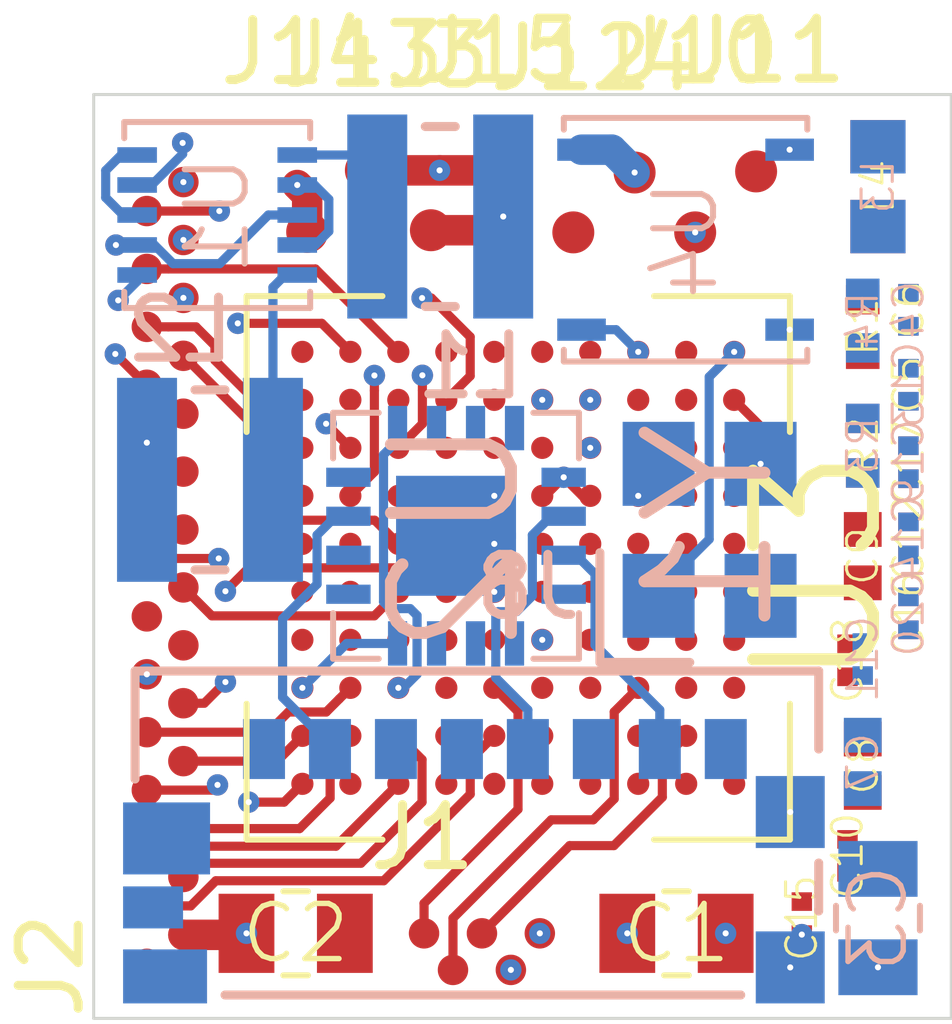
<source format=kicad_pcb>
(kicad_pcb (version 20171130) (host pcbnew "(5.1.0)-1")

  (general
    (thickness 1.6)
    (drawings 4)
    (tracks 260)
    (zones 0)
    (modules 44)
    (nets 101)
  )

  (page A4)
  (layers
    (0 F.Cu signal)
    (1 In1.Cu power hide)
    (2 In2.Cu signal)
    (3 In3.Cu signal)
    (4 In4.Cu power)
    (31 B.Cu signal)
    (32 B.Adhes user)
    (33 F.Adhes user)
    (34 B.Paste user)
    (35 F.Paste user)
    (36 B.SilkS user hide)
    (37 F.SilkS user)
    (38 B.Mask user)
    (39 F.Mask user)
    (40 Dwgs.User user)
    (41 Cmts.User user hide)
    (42 Eco1.User user hide)
    (43 Eco2.User user hide)
    (44 Edge.Cuts user)
    (45 Margin user)
    (46 B.CrtYd user)
    (47 F.CrtYd user)
    (48 B.Fab user hide)
    (49 F.Fab user hide)
  )

  (setup
    (last_trace_width 0.1524)
    (user_trace_width 0.1524)
    (user_trace_width 0.254)
    (user_trace_width 0.508)
    (trace_clearance 0.0762)
    (zone_clearance 0.127)
    (zone_45_only no)
    (trace_min 0.0762)
    (via_size 0.3556)
    (via_drill 0.1016)
    (via_min_size 0.254)
    (via_min_drill 0.1016)
    (user_via 0.254 0.1016)
    (uvia_size 0.3556)
    (uvia_drill 0.1016)
    (uvias_allowed no)
    (uvia_min_size 0.254)
    (uvia_min_drill 0.1016)
    (edge_width 0.05)
    (segment_width 0.2)
    (pcb_text_width 0.3)
    (pcb_text_size 1.5 1.5)
    (mod_edge_width 0.12)
    (mod_text_size 1 1)
    (mod_text_width 0.15)
    (pad_size 1.524 1.524)
    (pad_drill 0.762)
    (pad_to_mask_clearance 0.0254)
    (solder_mask_min_width 0.1016)
    (aux_axis_origin 0 0)
    (visible_elements 7FFFFFFF)
    (pcbplotparams
      (layerselection 0x010fc_ffffffff)
      (usegerberextensions false)
      (usegerberattributes false)
      (usegerberadvancedattributes false)
      (creategerberjobfile false)
      (excludeedgelayer true)
      (linewidth 0.100000)
      (plotframeref false)
      (viasonmask false)
      (mode 1)
      (useauxorigin false)
      (hpglpennumber 1)
      (hpglpenspeed 20)
      (hpglpendiameter 15.000000)
      (psnegative false)
      (psa4output false)
      (plotreference true)
      (plotvalue true)
      (plotinvisibletext false)
      (padsonsilk false)
      (subtractmaskfromsilk false)
      (outputformat 1)
      (mirror false)
      (drillshape 0)
      (scaleselection 1)
      (outputdirectory ""))
  )

  (net 0 "")
  (net 1 Earth)
  (net 2 +BATT)
  (net 3 +1V8)
  (net 4 +3V3)
  (net 5 /MCU/XOUT)
  (net 6 /MCU/XIN)
  (net 7 /MCU/VDDUTMIC)
  (net 8 /MCU/VDDPLL)
  (net 9 +1V2)
  (net 10 /Connectors/LED_ENT)
  (net 11 /Connectors/SCL)
  (net 12 /Connectors/SDA)
  (net 13 "Net-(J8-PadG5)")
  (net 14 "Net-(J8-PadG4)")
  (net 15 "/SD Card/DAT2")
  (net 16 "/SD Card/DAT3")
  (net 17 "/SD Card/DAT0")
  (net 18 "Net-(J8-PadP3)")
  (net 19 "Net-(J8-PadP5)")
  (net 20 "/SD Card/DAT1")
  (net 21 /Connectors/SWDIO)
  (net 22 /Connectors/SWDCLK)
  (net 23 "/CMOS Imaging Sensor Connectors/LINE_VALID")
  (net 24 "/CMOS Imaging Sensor Connectors/FRAME_VALID")
  (net 25 "/CMOS Imaging Sensor Connectors/img_d9")
  (net 26 "/CMOS Imaging Sensor Connectors/img_d8")
  (net 27 "/CMOS Imaging Sensor Connectors/img_d6")
  (net 28 "/CMOS Imaging Sensor Connectors/img_d7")
  (net 29 "/CMOS Imaging Sensor Connectors/img_d5")
  (net 30 "/CMOS Imaging Sensor Connectors/img_d4")
  (net 31 "/CMOS Imaging Sensor Connectors/CLK_OUT")
  (net 32 "/CMOS Imaging Sensor Connectors/img_d3")
  (net 33 "/CMOS Imaging Sensor Connectors/img_d1")
  (net 34 "/CMOS Imaging Sensor Connectors/img_d2")
  (net 35 "/CMOS Imaging Sensor Connectors/img_d0")
  (net 36 "/CMOS Imaging Sensor Connectors/SS_N")
  (net 37 "/CMOS Imaging Sensor Connectors/SCK")
  (net 38 "/CMOS Imaging Sensor Connectors/RESET_N")
  (net 39 "/CMOS Imaging Sensor Connectors/TRIGGER0")
  (net 40 "/CMOS Imaging Sensor Connectors/MONITOR0")
  (net 41 "/CMOS Imaging Sensor Connectors/MISO")
  (net 42 "/CMOS Imaging Sensor Connectors/MOSI")
  (net 43 "/CMOS Imaging Sensor Connectors/Status_LED")
  (net 44 "Net-(L1-Pad1)")
  (net 45 "Net-(L2-Pad1)")
  (net 46 /MCU/SDCardCLKA)
  (net 47 /MCU/SDCardCMDA)
  (net 48 /MCU/SD3)
  (net 49 /MCU/SD2)
  (net 50 /MCU/SD1)
  (net 51 /MCU/SD0)
  (net 52 "Net-(U3-PadK7)")
  (net 53 "Net-(U3-PadK6)")
  (net 54 "Net-(U3-PadK5)")
  (net 55 "Net-(U3-PadK4)")
  (net 56 "Net-(U3-PadK2)")
  (net 57 "Net-(U3-PadK1)")
  (net 58 "Net-(U3-PadJ10)")
  (net 59 "Net-(U3-PadJ7)")
  (net 60 "Net-(U3-PadJ6)")
  (net 61 "Net-(U3-PadJ5)")
  (net 62 "Net-(U3-PadJ2)")
  (net 63 "Net-(U3-PadH4)")
  (net 64 "Net-(U3-PadH2)")
  (net 65 "Net-(U3-PadG9)")
  (net 66 "Net-(U3-PadG4)")
  (net 67 "Net-(U3-PadG3)")
  (net 68 "Net-(U3-PadG1)")
  (net 69 "Net-(U3-PadF10)")
  (net 70 "Net-(U3-PadF7)")
  (net 71 "Net-(U3-PadF2)")
  (net 72 "Net-(U3-PadF1)")
  (net 73 "Net-(U3-PadE10)")
  (net 74 "Net-(U3-PadE8)")
  (net 75 "Net-(U3-PadE3)")
  (net 76 "Net-(U3-PadE1)")
  (net 77 "Net-(U3-PadD10)")
  (net 78 "Net-(U3-PadD9)")
  (net 79 /MCU/PWMC0)
  (net 80 "Net-(U3-PadD5)")
  (net 81 "Net-(U3-PadD1)")
  (net 82 "Net-(U3-PadC10)")
  (net 83 "Net-(U3-PadC9)")
  (net 84 /MCU/IR_Receiver)
  (net 85 "Net-(U3-PadB10)")
  (net 86 "Net-(U3-PadB8)")
  (net 87 /MCU/test8)
  (net 88 /MCU/test6)
  (net 89 /MCU/test4)
  (net 90 /MCU/test2)
  (net 91 "Net-(U3-PadB2)")
  (net 92 "Net-(U3-PadB1)")
  (net 93 "Net-(U3-PadA10)")
  (net 94 /MCU/test7)
  (net 95 /MCU/test5)
  (net 96 /MCU/test3)
  (net 97 /MCU/test1)
  (net 98 "Net-(U3-PadG10)")
  (net 99 "/CMOS Imaging Sensor Connectors/I2C_SCL1")
  (net 100 "/CMOS Imaging Sensor Connectors/I2C_SDA1")

  (net_class Default "This is the default net class."
    (clearance 0.0762)
    (trace_width 0.0762)
    (via_dia 0.3556)
    (via_drill 0.1016)
    (uvia_dia 0.3556)
    (uvia_drill 0.1016)
    (add_net +1V2)
    (add_net +1V8)
    (add_net +3V3)
    (add_net +BATT)
    (add_net "/CMOS Imaging Sensor Connectors/CLK_OUT")
    (add_net "/CMOS Imaging Sensor Connectors/FRAME_VALID")
    (add_net "/CMOS Imaging Sensor Connectors/I2C_SCL1")
    (add_net "/CMOS Imaging Sensor Connectors/I2C_SDA1")
    (add_net "/CMOS Imaging Sensor Connectors/LINE_VALID")
    (add_net "/CMOS Imaging Sensor Connectors/MISO")
    (add_net "/CMOS Imaging Sensor Connectors/MONITOR0")
    (add_net "/CMOS Imaging Sensor Connectors/MOSI")
    (add_net "/CMOS Imaging Sensor Connectors/RESET_N")
    (add_net "/CMOS Imaging Sensor Connectors/SCK")
    (add_net "/CMOS Imaging Sensor Connectors/SS_N")
    (add_net "/CMOS Imaging Sensor Connectors/Status_LED")
    (add_net "/CMOS Imaging Sensor Connectors/TRIGGER0")
    (add_net "/CMOS Imaging Sensor Connectors/img_d0")
    (add_net "/CMOS Imaging Sensor Connectors/img_d1")
    (add_net "/CMOS Imaging Sensor Connectors/img_d2")
    (add_net "/CMOS Imaging Sensor Connectors/img_d3")
    (add_net "/CMOS Imaging Sensor Connectors/img_d4")
    (add_net "/CMOS Imaging Sensor Connectors/img_d5")
    (add_net "/CMOS Imaging Sensor Connectors/img_d6")
    (add_net "/CMOS Imaging Sensor Connectors/img_d7")
    (add_net "/CMOS Imaging Sensor Connectors/img_d8")
    (add_net "/CMOS Imaging Sensor Connectors/img_d9")
    (add_net /Connectors/LED_ENT)
    (add_net /Connectors/SCL)
    (add_net /Connectors/SDA)
    (add_net /Connectors/SWDCLK)
    (add_net /Connectors/SWDIO)
    (add_net /MCU/IR_Receiver)
    (add_net /MCU/PWMC0)
    (add_net /MCU/SD0)
    (add_net /MCU/SD1)
    (add_net /MCU/SD2)
    (add_net /MCU/SD3)
    (add_net /MCU/SDCardCLKA)
    (add_net /MCU/SDCardCMDA)
    (add_net /MCU/VDDPLL)
    (add_net /MCU/VDDUTMIC)
    (add_net /MCU/XIN)
    (add_net /MCU/XOUT)
    (add_net /MCU/test1)
    (add_net /MCU/test2)
    (add_net /MCU/test3)
    (add_net /MCU/test4)
    (add_net /MCU/test5)
    (add_net /MCU/test6)
    (add_net /MCU/test7)
    (add_net /MCU/test8)
    (add_net "/SD Card/DAT0")
    (add_net "/SD Card/DAT1")
    (add_net "/SD Card/DAT2")
    (add_net "/SD Card/DAT3")
    (add_net Earth)
    (add_net "Net-(J8-PadG4)")
    (add_net "Net-(J8-PadG5)")
    (add_net "Net-(J8-PadP3)")
    (add_net "Net-(J8-PadP5)")
    (add_net "Net-(L1-Pad1)")
    (add_net "Net-(L2-Pad1)")
    (add_net "Net-(U3-PadA10)")
    (add_net "Net-(U3-PadB1)")
    (add_net "Net-(U3-PadB10)")
    (add_net "Net-(U3-PadB2)")
    (add_net "Net-(U3-PadB8)")
    (add_net "Net-(U3-PadC10)")
    (add_net "Net-(U3-PadC9)")
    (add_net "Net-(U3-PadD1)")
    (add_net "Net-(U3-PadD10)")
    (add_net "Net-(U3-PadD5)")
    (add_net "Net-(U3-PadD9)")
    (add_net "Net-(U3-PadE1)")
    (add_net "Net-(U3-PadE10)")
    (add_net "Net-(U3-PadE3)")
    (add_net "Net-(U3-PadE8)")
    (add_net "Net-(U3-PadF1)")
    (add_net "Net-(U3-PadF10)")
    (add_net "Net-(U3-PadF2)")
    (add_net "Net-(U3-PadF7)")
    (add_net "Net-(U3-PadG1)")
    (add_net "Net-(U3-PadG10)")
    (add_net "Net-(U3-PadG3)")
    (add_net "Net-(U3-PadG4)")
    (add_net "Net-(U3-PadG9)")
    (add_net "Net-(U3-PadH2)")
    (add_net "Net-(U3-PadH4)")
    (add_net "Net-(U3-PadJ10)")
    (add_net "Net-(U3-PadJ2)")
    (add_net "Net-(U3-PadJ5)")
    (add_net "Net-(U3-PadJ6)")
    (add_net "Net-(U3-PadJ7)")
    (add_net "Net-(U3-PadK1)")
    (add_net "Net-(U3-PadK2)")
    (add_net "Net-(U3-PadK4)")
    (add_net "Net-(U3-PadK5)")
    (add_net "Net-(U3-PadK6)")
    (add_net "Net-(U3-PadK7)")
  )

  (module .Package_QFN:QFN_17_P65_400X400X80L50X30T210L (layer B.Cu) (tedit 5CAF0986) (tstamp 5D42A874)
    (at 121.74222 77.95516 180)
    (descr "Quad Flat No-Lead (QFN with Tab), 0.65 mm pitch; square, 4 pin X 4 pin, 4.00 mm L X 4.00 mm W X 0.80 mm H body")
    (path /5C92D2A1/5C99F0B4)
    (attr smd)
    (fp_text reference U2 (at 0 0 180) (layer B.Fab)
      (effects (font (size 1 1) (thickness 0.1)) (justify mirror))
    )
    (fp_text value MAX13030EETE+ (at 0 0 180) (layer B.Fab)
      (effects (font (size 1.2 1.2) (thickness 0.12)) (justify mirror))
    )
    (fp_line (start 1.235 -2.15) (end 2.15 -2.15) (layer B.CrtYd) (width 0.05))
    (fp_line (start 1.235 -2.265) (end 1.235 -2.15) (layer B.CrtYd) (width 0.05))
    (fp_line (start -1.235 -2.265) (end 1.235 -2.265) (layer B.CrtYd) (width 0.05))
    (fp_line (start -1.235 -2.15) (end -1.235 -2.265) (layer B.CrtYd) (width 0.05))
    (fp_line (start -2.15 -2.15) (end -1.235 -2.15) (layer B.CrtYd) (width 0.05))
    (fp_line (start -2.15 -1.235) (end -2.15 -2.15) (layer B.CrtYd) (width 0.05))
    (fp_line (start -2.265 -1.235) (end -2.15 -1.235) (layer B.CrtYd) (width 0.05))
    (fp_line (start -2.265 1.235) (end -2.265 -1.235) (layer B.CrtYd) (width 0.05))
    (fp_line (start -2.15 1.235) (end -2.265 1.235) (layer B.CrtYd) (width 0.05))
    (fp_line (start -2.15 2.15) (end -2.15 1.235) (layer B.CrtYd) (width 0.05))
    (fp_line (start -1.235 2.15) (end -2.15 2.15) (layer B.CrtYd) (width 0.05))
    (fp_line (start -1.235 2.265) (end -1.235 2.15) (layer B.CrtYd) (width 0.05))
    (fp_line (start 1.235 2.265) (end -1.235 2.265) (layer B.CrtYd) (width 0.05))
    (fp_line (start 1.235 2.15) (end 1.235 2.265) (layer B.CrtYd) (width 0.05))
    (fp_line (start 2.15 2.15) (end 1.235 2.15) (layer B.CrtYd) (width 0.05))
    (fp_line (start 2.15 1.235) (end 2.15 2.15) (layer B.CrtYd) (width 0.05))
    (fp_line (start 2.265 1.235) (end 2.15 1.235) (layer B.CrtYd) (width 0.05))
    (fp_line (start 2.265 -1.235) (end 2.265 1.235) (layer B.CrtYd) (width 0.05))
    (fp_line (start 2.15 -1.235) (end 2.265 -1.235) (layer B.CrtYd) (width 0.05))
    (fp_line (start 2.15 -2.15) (end 2.15 -1.235) (layer B.CrtYd) (width 0.05))
    (fp_line (start -2.05 2.05) (end -2.05 1.29) (layer B.SilkS) (width 0.1))
    (fp_line (start -1.29 2.05) (end -2.05 2.05) (layer B.SilkS) (width 0.1))
    (fp_line (start 2.05 2.05) (end 2.05 1.29) (layer B.SilkS) (width 0.1))
    (fp_line (start 1.29 2.05) (end 2.05 2.05) (layer B.SilkS) (width 0.1))
    (fp_line (start 2.05 -2.05) (end 2.05 -1.29) (layer B.SilkS) (width 0.1))
    (fp_line (start 1.29 -2.05) (end 2.05 -2.05) (layer B.SilkS) (width 0.1))
    (fp_line (start -2.05 -2.05) (end -2.05 -1.29) (layer B.SilkS) (width 0.1))
    (fp_line (start -1.29 -2.05) (end -2.05 -2.05) (layer B.SilkS) (width 0.1))
    (fp_line (start -0.35 0) (end 0.35 0) (layer Dwgs.User) (width 0.05))
    (fp_line (start 0 0.35) (end 0 -0.35) (layer Dwgs.User) (width 0.05))
    (fp_circle (center 0 0) (end 0.25 0) (layer Dwgs.User) (width 0.05))
    (fp_line (start 2.05 -2.05) (end -2.05 -2.05) (layer B.Fab) (width 0.12))
    (fp_line (start 2.05 2.05) (end 2.05 -2.05) (layer B.Fab) (width 0.12))
    (fp_line (start -2.05 2.05) (end 2.05 2.05) (layer B.Fab) (width 0.12))
    (fp_line (start -2.05 -2.05) (end -2.05 2.05) (layer B.Fab) (width 0.12))
    (fp_line (start 2 -2) (end -2 -2) (layer Dwgs.User) (width 0.025))
    (fp_line (start 2 2) (end 2 -2) (layer Dwgs.User) (width 0.025))
    (fp_line (start -2 2) (end 2 2) (layer Dwgs.User) (width 0.025))
    (fp_line (start -2 -2) (end -2 2) (layer Dwgs.User) (width 0.025))
    (fp_line (start -1.05 -0.7) (end -0.7 -1.05) (layer Dwgs.User) (width 0.025))
    (fp_line (start -1.05 1.05) (end -1.05 -0.7) (layer Dwgs.User) (width 0.025))
    (fp_line (start 1.05 1.05) (end -1.05 1.05) (layer Dwgs.User) (width 0.025))
    (fp_line (start 1.05 -1.05) (end 1.05 1.05) (layer Dwgs.User) (width 0.025))
    (fp_line (start -0.7 -1.05) (end 1.05 -1.05) (layer Dwgs.User) (width 0.025))
    (fp_line (start -2 -0.825) (end -1.5 -0.825) (layer Dwgs.User) (width 0.025))
    (fp_line (start -2 -1.125) (end -2 -0.825) (layer Dwgs.User) (width 0.025))
    (fp_line (start -1.5 -1.125) (end -2 -1.125) (layer Dwgs.User) (width 0.025))
    (fp_line (start -1.5 -0.825) (end -1.5 -1.125) (layer Dwgs.User) (width 0.025))
    (fp_line (start -2 -0.175) (end -1.5 -0.175) (layer Dwgs.User) (width 0.025))
    (fp_line (start -2 -0.475) (end -2 -0.175) (layer Dwgs.User) (width 0.025))
    (fp_line (start -1.5 -0.475) (end -2 -0.475) (layer Dwgs.User) (width 0.025))
    (fp_line (start -1.5 -0.175) (end -1.5 -0.475) (layer Dwgs.User) (width 0.025))
    (fp_line (start -2 0.475) (end -1.5 0.475) (layer Dwgs.User) (width 0.025))
    (fp_line (start -2 0.175) (end -2 0.475) (layer Dwgs.User) (width 0.025))
    (fp_line (start -1.5 0.175) (end -2 0.175) (layer Dwgs.User) (width 0.025))
    (fp_line (start -1.5 0.475) (end -1.5 0.175) (layer Dwgs.User) (width 0.025))
    (fp_line (start -2 1.125) (end -1.5 1.125) (layer Dwgs.User) (width 0.025))
    (fp_line (start -2 0.825) (end -2 1.125) (layer Dwgs.User) (width 0.025))
    (fp_line (start -1.5 0.825) (end -2 0.825) (layer Dwgs.User) (width 0.025))
    (fp_line (start -1.5 1.125) (end -1.5 0.825) (layer Dwgs.User) (width 0.025))
    (fp_line (start -0.825 2) (end -0.825 1.5) (layer Dwgs.User) (width 0.025))
    (fp_line (start -1.125 2) (end -0.825 2) (layer Dwgs.User) (width 0.025))
    (fp_line (start -1.125 1.5) (end -1.125 2) (layer Dwgs.User) (width 0.025))
    (fp_line (start -0.825 1.5) (end -1.125 1.5) (layer Dwgs.User) (width 0.025))
    (fp_line (start -0.175 2) (end -0.175 1.5) (layer Dwgs.User) (width 0.025))
    (fp_line (start -0.475 2) (end -0.175 2) (layer Dwgs.User) (width 0.025))
    (fp_line (start -0.475 1.5) (end -0.475 2) (layer Dwgs.User) (width 0.025))
    (fp_line (start -0.175 1.5) (end -0.475 1.5) (layer Dwgs.User) (width 0.025))
    (fp_line (start 0.475 2) (end 0.475 1.5) (layer Dwgs.User) (width 0.025))
    (fp_line (start 0.175 2) (end 0.475 2) (layer Dwgs.User) (width 0.025))
    (fp_line (start 0.175 1.5) (end 0.175 2) (layer Dwgs.User) (width 0.025))
    (fp_line (start 0.475 1.5) (end 0.175 1.5) (layer Dwgs.User) (width 0.025))
    (fp_line (start 1.125 2) (end 1.125 1.5) (layer Dwgs.User) (width 0.025))
    (fp_line (start 0.825 2) (end 1.125 2) (layer Dwgs.User) (width 0.025))
    (fp_line (start 0.825 1.5) (end 0.825 2) (layer Dwgs.User) (width 0.025))
    (fp_line (start 1.125 1.5) (end 0.825 1.5) (layer Dwgs.User) (width 0.025))
    (fp_line (start 2 0.825) (end 1.5 0.825) (layer Dwgs.User) (width 0.025))
    (fp_line (start 2 1.125) (end 2 0.825) (layer Dwgs.User) (width 0.025))
    (fp_line (start 1.5 1.125) (end 2 1.125) (layer Dwgs.User) (width 0.025))
    (fp_line (start 1.5 0.825) (end 1.5 1.125) (layer Dwgs.User) (width 0.025))
    (fp_line (start 2 0.175) (end 1.5 0.175) (layer Dwgs.User) (width 0.025))
    (fp_line (start 2 0.475) (end 2 0.175) (layer Dwgs.User) (width 0.025))
    (fp_line (start 1.5 0.475) (end 2 0.475) (layer Dwgs.User) (width 0.025))
    (fp_line (start 1.5 0.175) (end 1.5 0.475) (layer Dwgs.User) (width 0.025))
    (fp_line (start 2 -0.475) (end 1.5 -0.475) (layer Dwgs.User) (width 0.025))
    (fp_line (start 2 -0.175) (end 2 -0.475) (layer Dwgs.User) (width 0.025))
    (fp_line (start 1.5 -0.175) (end 2 -0.175) (layer Dwgs.User) (width 0.025))
    (fp_line (start 1.5 -0.475) (end 1.5 -0.175) (layer Dwgs.User) (width 0.025))
    (fp_line (start 2 -1.125) (end 1.5 -1.125) (layer Dwgs.User) (width 0.025))
    (fp_line (start 2 -0.825) (end 2 -1.125) (layer Dwgs.User) (width 0.025))
    (fp_line (start 1.5 -0.825) (end 2 -0.825) (layer Dwgs.User) (width 0.025))
    (fp_line (start 1.5 -1.125) (end 1.5 -0.825) (layer Dwgs.User) (width 0.025))
    (fp_line (start 0.825 -2) (end 0.825 -1.5) (layer Dwgs.User) (width 0.025))
    (fp_line (start 1.125 -2) (end 0.825 -2) (layer Dwgs.User) (width 0.025))
    (fp_line (start 1.125 -1.5) (end 1.125 -2) (layer Dwgs.User) (width 0.025))
    (fp_line (start 0.825 -1.5) (end 1.125 -1.5) (layer Dwgs.User) (width 0.025))
    (fp_line (start 0.175 -2) (end 0.175 -1.5) (layer Dwgs.User) (width 0.025))
    (fp_line (start 0.475 -2) (end 0.175 -2) (layer Dwgs.User) (width 0.025))
    (fp_line (start 0.475 -1.5) (end 0.475 -2) (layer Dwgs.User) (width 0.025))
    (fp_line (start 0.175 -1.5) (end 0.475 -1.5) (layer Dwgs.User) (width 0.025))
    (fp_line (start -0.475 -2) (end -0.475 -1.5) (layer Dwgs.User) (width 0.025))
    (fp_line (start -0.175 -2) (end -0.475 -2) (layer Dwgs.User) (width 0.025))
    (fp_line (start -0.175 -1.5) (end -0.175 -2) (layer Dwgs.User) (width 0.025))
    (fp_line (start -0.475 -1.5) (end -0.175 -1.5) (layer Dwgs.User) (width 0.025))
    (fp_line (start -1.125 -2) (end -1.125 -1.5) (layer Dwgs.User) (width 0.025))
    (fp_line (start -0.825 -2) (end -1.125 -2) (layer Dwgs.User) (width 0.025))
    (fp_line (start -0.825 -1.5) (end -0.825 -2) (layer Dwgs.User) (width 0.025))
    (fp_line (start -1.125 -1.5) (end -0.825 -1.5) (layer Dwgs.User) (width 0.025))
    (fp_text user %R (at 0 0 270) (layer B.SilkS)
      (effects (font (size 2 2) (thickness 0.2)) (justify mirror))
    )
    (pad "" smd rect (at -0.475 0.475 90) (size 0.74 0.74) (layers B.Paste))
    (pad "" smd rect (at -0.475 -0.475 90) (size 0.74 0.74) (layers B.Paste))
    (pad "" smd rect (at 0.475 0.475 90) (size 0.74 0.74) (layers B.Paste))
    (pad "" smd rect (at 0.475 -0.475 90) (size 0.74 0.74) (layers B.Paste))
    (pad 17 smd rect (at -0.475 0.475 180) (size 1.05 1.05) (layers B.Cu B.Paste B.Mask)
      (net 1 Earth) (solder_paste_margin_ratio -0.3))
    (pad 17 smd rect (at -0.475 -0.475 180) (size 1.05 1.05) (layers B.Cu B.Paste B.Mask)
      (net 1 Earth) (solder_paste_margin_ratio -0.3))
    (pad 17 smd rect (at 0.475 0.475 180) (size 1.05 1.05) (layers B.Cu B.Paste B.Mask)
      (net 1 Earth) (solder_paste_margin_ratio -0.3))
    (pad 17 smd rect (at 0.475 -0.475 180) (size 1.05 1.05) (layers B.Cu B.Paste B.Mask)
      (net 1 Earth) (solder_paste_margin_ratio -0.3))
    (pad 16 smd rect (at -1.795 -0.975 180) (size 0.74 0.32) (layers B.Cu B.Paste B.Mask)
      (net 4 +3V3))
    (pad 15 smd rect (at -1.795 -0.325 180) (size 0.74 0.32) (layers B.Cu B.Paste B.Mask)
      (net 17 "/SD Card/DAT0"))
    (pad 14 smd rect (at -1.795 0.325 180) (size 0.74 0.32) (layers B.Cu B.Paste B.Mask)
      (net 19 "Net-(J8-PadP5)"))
    (pad 13 smd rect (at -1.795 0.975 180) (size 0.74 0.32) (layers B.Cu B.Paste B.Mask)
      (net 1 Earth))
    (pad 12 smd rect (at -0.975 1.795 90) (size 0.74 0.32) (layers B.Cu B.Paste B.Mask)
      (net 46 /MCU/SDCardCLKA))
    (pad 11 smd rect (at -0.325 1.795 90) (size 0.74 0.32) (layers B.Cu B.Paste B.Mask)
      (net 3 +1V8))
    (pad 10 smd rect (at 0.325 1.795 90) (size 0.74 0.32) (layers B.Cu B.Paste B.Mask)
      (net 47 /MCU/SDCardCMDA))
    (pad 9 smd rect (at 0.975 1.795 90) (size 0.74 0.32) (layers B.Cu B.Paste B.Mask)
      (net 48 /MCU/SD3))
    (pad 8 smd rect (at 1.795 0.975 180) (size 0.74 0.32) (layers B.Cu B.Paste B.Mask)
      (net 18 "Net-(J8-PadP3)"))
    (pad 7 smd rect (at 1.795 0.325 180) (size 0.74 0.32) (layers B.Cu B.Paste B.Mask)
      (net 16 "/SD Card/DAT3"))
    (pad 6 smd rect (at 1.795 -0.325 180) (size 0.74 0.32) (layers B.Cu B.Paste B.Mask)
      (net 15 "/SD Card/DAT2"))
    (pad 5 smd rect (at 1.795 -0.975 180) (size 0.74 0.32) (layers B.Cu B.Paste B.Mask)
      (net 20 "/SD Card/DAT1"))
    (pad 4 smd rect (at 0.975 -1.795 90) (size 0.74 0.32) (layers B.Cu B.Paste B.Mask)
      (net 49 /MCU/SD2))
    (pad 3 smd rect (at 0.325 -1.795 90) (size 0.74 0.32) (layers B.Cu B.Paste B.Mask)
      (net 50 /MCU/SD1))
    (pad 2 smd rect (at -0.325 -1.795 90) (size 0.74 0.32) (layers B.Cu B.Paste B.Mask)
      (net 3 +1V8))
    (pad 1 smd rect (at -0.975 -1.795 90) (size 0.74 0.32) (layers B.Cu B.Paste B.Mask)
      (net 51 /MCU/SD0))
    (model ${KICAD_AHARONI_LAB}/Modules/Package_QFN.pretty/QFN_17_P65_400X400X80L50X30T210L.STEP
      (at (xyz 0 0 0))
      (scale (xyz 1 1 1))
      (rotate (xyz -90 0 0))
    )
  )

  (module .Package_SON:SON_4_P300_395X395X90L55X35L (layer B.Cu) (tedit 5CAF08C1) (tstamp 5D42B3CB)
    (at 125.57 73.02 90)
    (descr "Small Outline No-Lead (SON), 3.00 mm pitch; 4 pin, 3.95 mm L X 3.95 mm W X 0.90 mm H body")
    (path /5C92D296/5D4EF6C2)
    (attr smd)
    (fp_text reference U4 (at 0 0 90) (layer B.SilkS)
      (effects (font (size 1 1) (thickness 0.1)) (justify mirror))
    )
    (fp_text value TSOP57438TT1 (at 0 0 90) (layer B.Fab)
      (effects (font (size 1.2 1.2) (thickness 0.12)) (justify mirror))
    )
    (fp_line (start 1.785 -2.13) (end 2.13 -2.13) (layer B.CrtYd) (width 0.05))
    (fp_line (start 1.785 -2.24) (end 1.785 -2.13) (layer B.CrtYd) (width 0.05))
    (fp_line (start -1.785 -2.24) (end 1.785 -2.24) (layer B.CrtYd) (width 0.05))
    (fp_line (start -1.785 -2.13) (end -1.785 -2.24) (layer B.CrtYd) (width 0.05))
    (fp_line (start -2.13 -2.13) (end -1.785 -2.13) (layer B.CrtYd) (width 0.05))
    (fp_line (start -2.13 2.13) (end -2.13 -2.13) (layer B.CrtYd) (width 0.05))
    (fp_line (start -1.785 2.13) (end -2.13 2.13) (layer B.CrtYd) (width 0.05))
    (fp_line (start -1.785 2.24) (end -1.785 2.13) (layer B.CrtYd) (width 0.05))
    (fp_line (start 1.785 2.24) (end -1.785 2.24) (layer B.CrtYd) (width 0.05))
    (fp_line (start 1.785 2.13) (end 1.785 2.24) (layer B.CrtYd) (width 0.05))
    (fp_line (start 2.13 2.13) (end 1.785 2.13) (layer B.CrtYd) (width 0.05))
    (fp_line (start 2.13 -2.13) (end 2.13 2.13) (layer B.CrtYd) (width 0.05))
    (fp_line (start -2.03 2.03) (end -1.835 2.03) (layer B.SilkS) (width 0.1))
    (fp_line (start -2.03 -2.03) (end -2.03 2.03) (layer B.SilkS) (width 0.1))
    (fp_line (start -1.835 -2.03) (end -2.03 -2.03) (layer B.SilkS) (width 0.1))
    (fp_line (start 2.03 2.03) (end 1.835 2.03) (layer B.SilkS) (width 0.1))
    (fp_line (start 2.03 -2.03) (end 2.03 2.03) (layer B.SilkS) (width 0.1))
    (fp_line (start 1.835 -2.03) (end 2.03 -2.03) (layer B.SilkS) (width 0.1))
    (fp_line (start -0.35 0) (end 0.35 0) (layer Dwgs.User) (width 0.05))
    (fp_line (start 0 0.35) (end 0 -0.35) (layer Dwgs.User) (width 0.05))
    (fp_circle (center 0 0) (end 0.25 0) (layer Dwgs.User) (width 0.05))
    (fp_line (start 2.03 -2.03) (end -2.03 -2.03) (layer B.Fab) (width 0.12))
    (fp_line (start 2.03 2.03) (end 2.03 -2.03) (layer B.Fab) (width 0.12))
    (fp_line (start -2.03 2.03) (end 2.03 2.03) (layer B.Fab) (width 0.12))
    (fp_line (start -2.03 -2.03) (end -2.03 2.03) (layer B.Fab) (width 0.12))
    (fp_line (start 1.975 -1.975) (end -1.975 -1.975) (layer Dwgs.User) (width 0.025))
    (fp_line (start 1.975 1.975) (end 1.975 -1.975) (layer Dwgs.User) (width 0.025))
    (fp_line (start -1.975 1.975) (end 1.975 1.975) (layer Dwgs.User) (width 0.025))
    (fp_line (start -1.975 -1.975) (end -1.975 1.975) (layer Dwgs.User) (width 0.025))
    (fp_line (start -1.325 1.975) (end -1.325 1.425) (layer Dwgs.User) (width 0.025))
    (fp_line (start -1.675 1.975) (end -1.325 1.975) (layer Dwgs.User) (width 0.025))
    (fp_line (start -1.675 1.425) (end -1.675 1.975) (layer Dwgs.User) (width 0.025))
    (fp_line (start -1.325 1.425) (end -1.675 1.425) (layer Dwgs.User) (width 0.025))
    (fp_line (start 1.675 1.975) (end 1.675 1.425) (layer Dwgs.User) (width 0.025))
    (fp_line (start 1.325 1.975) (end 1.675 1.975) (layer Dwgs.User) (width 0.025))
    (fp_line (start 1.325 1.425) (end 1.325 1.975) (layer Dwgs.User) (width 0.025))
    (fp_line (start 1.675 1.425) (end 1.325 1.425) (layer Dwgs.User) (width 0.025))
    (fp_line (start 1.325 -1.975) (end 1.325 -1.425) (layer Dwgs.User) (width 0.025))
    (fp_line (start 1.675 -1.975) (end 1.325 -1.975) (layer Dwgs.User) (width 0.025))
    (fp_line (start 1.675 -1.425) (end 1.675 -1.975) (layer Dwgs.User) (width 0.025))
    (fp_line (start 1.325 -1.425) (end 1.675 -1.425) (layer Dwgs.User) (width 0.025))
    (fp_line (start -1.675 -1.975) (end -1.675 -1.425) (layer Dwgs.User) (width 0.025))
    (fp_line (start -1.325 -1.975) (end -1.675 -1.975) (layer Dwgs.User) (width 0.025))
    (fp_line (start -1.325 -1.425) (end -1.325 -1.975) (layer Dwgs.User) (width 0.025))
    (fp_line (start -1.675 -1.425) (end -1.325 -1.425) (layer Dwgs.User) (width 0.025))
    (fp_text user %R (at 0 0 90) (layer B.Fab)
      (effects (font (size 2 2) (thickness 0.2)) (justify mirror))
    )
    (pad 8 smd rect (at -1.5 1.735) (size 0.81 0.37) (layers B.Cu B.Paste B.Mask)
      (net 1 Earth))
    (pad 6 smd rect (at 1.5 1.735) (size 0.81 0.37) (layers B.Cu B.Paste B.Mask)
      (net 1 Earth))
    (pad 5 smd rect (at 1.5 -1.735) (size 0.81 0.37) (layers B.Cu B.Paste B.Mask)
      (net 4 +3V3))
    (pad 1 smd rect (at -1.5 -1.735) (size 0.81 0.37) (layers B.Cu B.Paste B.Mask)
      (net 84 /MCU/IR_Receiver))
    (model ${KICAD_AHARONI_LAB}/Modules/Package_SON.pretty/SON_4_P300_395X395X90L55X35L.STEP
      (at (xyz 0 0 0))
      (scale (xyz 1 1 1))
      (rotate (xyz -90 0 0))
    )
  )

  (module .Oscillator:OSCCC320X250X100L80X100 (layer B.Cu) (tedit 5CAF08DE) (tstamp 5D42B723)
    (at 125.9704 77.8559 90)
    (descr "Oscillator, Corner Concave; 3.20 mm L X 2.50 mm W X 1.00 mm H body")
    (path /5C92D296/5C95C252)
    (attr smd)
    (fp_text reference Y1 (at 0 0 90) (layer B.Fab)
      (effects (font (size 1.5 1.5) (thickness 0.15)) (justify mirror))
    )
    (fp_text value ABM8G-12.000MHZ-4Y-T3 (at 0 0 90) (layer B.Fab)
      (effects (font (size 1.2 1.2) (thickness 0.12)) (justify mirror))
    )
    (fp_line (start -2.2098 -1.8288) (end -0.381 -1.8288) (layer B.SilkS) (width 0.15))
    (fp_line (start -2.2098 -0.3302) (end -2.2098 -1.8288) (layer B.SilkS) (width 0.15))
    (fp_line (start 1.65 -1.3) (end -1.65 -1.3) (layer B.Fab) (width 0.12))
    (fp_line (start 1.65 1.3) (end 1.65 -1.3) (layer B.Fab) (width 0.12))
    (fp_line (start -1.65 1.3) (end 1.65 1.3) (layer B.Fab) (width 0.12))
    (fp_line (start -1.65 -1.3) (end -1.65 1.3) (layer B.Fab) (width 0.12))
    (fp_line (start -0.35 0) (end 0.35 0) (layer Dwgs.User) (width 0.05))
    (fp_line (start 0 0.35) (end 0 -0.35) (layer Dwgs.User) (width 0.05))
    (fp_circle (center 0 0) (end 0.25 0) (layer Dwgs.User) (width 0.05))
    (fp_line (start 2.2 -1.85) (end -2.2 -1.85) (layer B.CrtYd) (width 0.05))
    (fp_line (start 2.2 1.85) (end 2.2 -1.85) (layer B.CrtYd) (width 0.05))
    (fp_line (start -2.2 1.85) (end 2.2 1.85) (layer B.CrtYd) (width 0.05))
    (fp_line (start -2.2 -1.85) (end -2.2 1.85) (layer B.CrtYd) (width 0.05))
    (fp_line (start 1.6 -1.25) (end -1.6 -1.25) (layer Dwgs.User) (width 0.025))
    (fp_line (start 1.6 1.25) (end 1.6 -1.25) (layer Dwgs.User) (width 0.025))
    (fp_line (start -1.6 1.25) (end 1.6 1.25) (layer Dwgs.User) (width 0.025))
    (fp_line (start -1.6 -1.25) (end -1.6 1.25) (layer Dwgs.User) (width 0.025))
    (fp_line (start -0.6 1.25) (end -0.6 0.45) (layer Dwgs.User) (width 0.025))
    (fp_line (start -1.6 1.25) (end -0.6 1.25) (layer Dwgs.User) (width 0.025))
    (fp_line (start -1.6 0.45) (end -1.6 1.25) (layer Dwgs.User) (width 0.025))
    (fp_line (start -0.6 0.45) (end -1.6 0.45) (layer Dwgs.User) (width 0.025))
    (fp_line (start 1.6 1.25) (end 1.6 0.45) (layer Dwgs.User) (width 0.025))
    (fp_line (start 0.6 1.25) (end 1.6 1.25) (layer Dwgs.User) (width 0.025))
    (fp_line (start 0.6 0.45) (end 0.6 1.25) (layer Dwgs.User) (width 0.025))
    (fp_line (start 1.6 0.45) (end 0.6 0.45) (layer Dwgs.User) (width 0.025))
    (fp_line (start 0.6 -1.25) (end 0.6 -0.45) (layer Dwgs.User) (width 0.025))
    (fp_line (start 1.6 -1.25) (end 0.6 -1.25) (layer Dwgs.User) (width 0.025))
    (fp_line (start 1.6 -0.45) (end 1.6 -1.25) (layer Dwgs.User) (width 0.025))
    (fp_line (start 0.6 -0.45) (end 1.6 -0.45) (layer Dwgs.User) (width 0.025))
    (fp_line (start -1.6 -1.25) (end -1.6 -0.45) (layer Dwgs.User) (width 0.025))
    (fp_line (start -0.6 -1.25) (end -1.6 -1.25) (layer Dwgs.User) (width 0.025))
    (fp_line (start -0.6 -0.45) (end -0.6 -1.25) (layer Dwgs.User) (width 0.025))
    (fp_line (start -1.6 -0.45) (end -0.6 -0.45) (layer Dwgs.User) (width 0.025))
    (fp_text user %R (at 0 0 90) (layer B.SilkS)
      (effects (font (size 2 2) (thickness 0.2)) (justify mirror))
    )
    (pad 4 smd rect (at -1.1 0.85) (size 1.2 1.4) (layers B.Cu B.Paste B.Mask)
      (net 1 Earth))
    (pad 3 smd rect (at 1.1 0.85) (size 1.2 1.4) (layers B.Cu B.Paste B.Mask)
      (net 5 /MCU/XOUT))
    (pad 2 smd rect (at 1.1 -0.85) (size 1.2 1.4) (layers B.Cu B.Paste B.Mask)
      (net 1 Earth))
    (pad 1 smd rect (at -1.1 -0.85) (size 1.2 1.4) (layers B.Cu B.Paste B.Mask)
      (net 6 /MCU/XIN))
    (model ${KICAD_AHARONI_LAB}/Modules/Oscillator.pretty/OSCCC320X250X100L80X100.STEP
      (at (xyz 0 0 0))
      (scale (xyz 1 1 1))
      (rotate (xyz -90 0 0))
    )
  )

  (module .Package_BGA:BGA_100_CP80_10X10_900X900X110B40L (layer F.Cu) (tedit 5CAF092F) (tstamp 5D42977A)
    (at 122.78 78.49 270)
    (descr "Ball Grid Array (BGA), 0.80 mm pitch, square; 100 pin, 9.00 mm L X 9.00 mm W X 1.10 mm H body")
    (path /5C92D296/5C92D513)
    (attr smd)
    (fp_text reference U3 (at 0 0 270) (layer F.Fab)
      (effects (font (size 1 1) (thickness 0.1)))
    )
    (fp_text value ATSAME70N21A-CN (at 0 0 270) (layer F.Fab)
      (effects (font (size 1.2 1.2) (thickness 0.12)))
    )
    (fp_line (start 4.53 -4.53) (end 2.265 -4.53) (layer F.SilkS) (width 0.1))
    (fp_line (start 4.53 -2.265) (end 4.53 -4.53) (layer F.SilkS) (width 0.1))
    (fp_line (start 4.53 4.53) (end 2.265 4.53) (layer F.SilkS) (width 0.1))
    (fp_line (start 4.53 2.265) (end 4.53 4.53) (layer F.SilkS) (width 0.1))
    (fp_line (start -4.53 4.53) (end -2.265 4.53) (layer F.SilkS) (width 0.1))
    (fp_line (start -4.53 2.265) (end -4.53 4.53) (layer F.SilkS) (width 0.1))
    (fp_line (start -4.53 -4.53) (end -2.265 -4.53) (layer F.SilkS) (width 0.1))
    (fp_line (start -4.53 -2.265) (end -4.53 -4.53) (layer F.SilkS) (width 0.1))
    (fp_line (start 4.53 4.53) (end -4.53 4.53) (layer F.Fab) (width 0.12))
    (fp_line (start 4.53 -4.53) (end 4.53 4.53) (layer F.Fab) (width 0.12))
    (fp_line (start -4.53 -4.53) (end 4.53 -4.53) (layer F.Fab) (width 0.12))
    (fp_line (start -4.53 4.53) (end -4.53 -4.53) (layer F.Fab) (width 0.12))
    (fp_line (start 4.5 4.5) (end -4.5 4.5) (layer Dwgs.User) (width 0.025))
    (fp_line (start 4.5 -4.5) (end 4.5 4.5) (layer Dwgs.User) (width 0.025))
    (fp_line (start -4.5 -4.5) (end 4.5 -4.5) (layer Dwgs.User) (width 0.025))
    (fp_line (start -4.5 4.5) (end -4.5 -4.5) (layer Dwgs.User) (width 0.025))
    (fp_line (start 0 -0.35) (end 0 0.35) (layer Dwgs.User) (width 0.05))
    (fp_line (start 0.35 0) (end -0.35 0) (layer Dwgs.User) (width 0.05))
    (fp_circle (center 0 0) (end 0.25 0) (layer Dwgs.User) (width 0.05))
    (fp_line (start 5.05 5.05) (end -5.05 5.05) (layer F.CrtYd) (width 0.05))
    (fp_line (start 5.05 -5.05) (end 5.05 5.05) (layer F.CrtYd) (width 0.05))
    (fp_line (start -5.05 -5.05) (end 5.05 -5.05) (layer F.CrtYd) (width 0.05))
    (fp_line (start -5.05 5.05) (end -5.05 -5.05) (layer F.CrtYd) (width 0.05))
    (fp_circle (center 3.6 3.6) (end 3.6 3.8) (layer Dwgs.User) (width 0.025))
    (fp_circle (center 2.8 3.6) (end 2.8 3.8) (layer Dwgs.User) (width 0.025))
    (fp_circle (center 2 3.6) (end 2 3.8) (layer Dwgs.User) (width 0.025))
    (fp_circle (center 1.2 3.6) (end 1.2 3.8) (layer Dwgs.User) (width 0.025))
    (fp_circle (center 0.4 3.6) (end 0.4 3.8) (layer Dwgs.User) (width 0.025))
    (fp_circle (center -0.4 3.6) (end -0.4 3.8) (layer Dwgs.User) (width 0.025))
    (fp_circle (center -1.2 3.6) (end -1.2 3.8) (layer Dwgs.User) (width 0.025))
    (fp_circle (center -2 3.6) (end -2 3.8) (layer Dwgs.User) (width 0.025))
    (fp_circle (center -2.8 3.6) (end -2.8 3.8) (layer Dwgs.User) (width 0.025))
    (fp_circle (center -3.6 3.6) (end -3.6 3.8) (layer Dwgs.User) (width 0.025))
    (fp_circle (center 3.6 2.8) (end 3.6 3) (layer Dwgs.User) (width 0.025))
    (fp_circle (center 2.8 2.8) (end 2.8 3) (layer Dwgs.User) (width 0.025))
    (fp_circle (center 2 2.8) (end 2 3) (layer Dwgs.User) (width 0.025))
    (fp_circle (center 1.2 2.8) (end 1.2 3) (layer Dwgs.User) (width 0.025))
    (fp_circle (center 0.4 2.8) (end 0.4 3) (layer Dwgs.User) (width 0.025))
    (fp_circle (center -0.4 2.8) (end -0.4 3) (layer Dwgs.User) (width 0.025))
    (fp_circle (center -1.2 2.8) (end -1.2 3) (layer Dwgs.User) (width 0.025))
    (fp_circle (center -2 2.8) (end -2 3) (layer Dwgs.User) (width 0.025))
    (fp_circle (center -2.8 2.8) (end -2.8 3) (layer Dwgs.User) (width 0.025))
    (fp_circle (center -3.6 2.8) (end -3.6 3) (layer Dwgs.User) (width 0.025))
    (fp_circle (center 3.6 2) (end 3.6 2.2) (layer Dwgs.User) (width 0.025))
    (fp_circle (center 2.8 2) (end 2.8 2.2) (layer Dwgs.User) (width 0.025))
    (fp_circle (center 2 2) (end 2 2.2) (layer Dwgs.User) (width 0.025))
    (fp_circle (center 1.2 2) (end 1.2 2.2) (layer Dwgs.User) (width 0.025))
    (fp_circle (center 0.4 2) (end 0.4 2.2) (layer Dwgs.User) (width 0.025))
    (fp_circle (center -0.4 2) (end -0.4 2.2) (layer Dwgs.User) (width 0.025))
    (fp_circle (center -1.2 2) (end -1.2 2.2) (layer Dwgs.User) (width 0.025))
    (fp_circle (center -2 2) (end -2 2.2) (layer Dwgs.User) (width 0.025))
    (fp_circle (center -2.8 2) (end -2.8 2.2) (layer Dwgs.User) (width 0.025))
    (fp_circle (center -3.6 2) (end -3.6 2.2) (layer Dwgs.User) (width 0.025))
    (fp_circle (center 3.6 1.2) (end 3.6 1.4) (layer Dwgs.User) (width 0.025))
    (fp_circle (center 2.8 1.2) (end 2.8 1.4) (layer Dwgs.User) (width 0.025))
    (fp_circle (center 2 1.2) (end 2 1.4) (layer Dwgs.User) (width 0.025))
    (fp_circle (center 1.2 1.2) (end 1.2 1.4) (layer Dwgs.User) (width 0.025))
    (fp_circle (center 0.4 1.2) (end 0.4 1.4) (layer Dwgs.User) (width 0.025))
    (fp_circle (center -0.4 1.2) (end -0.4 1.4) (layer Dwgs.User) (width 0.025))
    (fp_circle (center -1.2 1.2) (end -1.2 1.4) (layer Dwgs.User) (width 0.025))
    (fp_circle (center -2 1.2) (end -2 1.4) (layer Dwgs.User) (width 0.025))
    (fp_circle (center -2.8 1.2) (end -2.8 1.4) (layer Dwgs.User) (width 0.025))
    (fp_circle (center -3.6 1.2) (end -3.6 1.4) (layer Dwgs.User) (width 0.025))
    (fp_circle (center 3.6 0.4) (end 3.6 0.6) (layer Dwgs.User) (width 0.025))
    (fp_circle (center 2.8 0.4) (end 2.8 0.6) (layer Dwgs.User) (width 0.025))
    (fp_circle (center 2 0.4) (end 2 0.6) (layer Dwgs.User) (width 0.025))
    (fp_circle (center 1.2 0.4) (end 1.2 0.6) (layer Dwgs.User) (width 0.025))
    (fp_circle (center 0.4 0.4) (end 0.4 0.6) (layer Dwgs.User) (width 0.025))
    (fp_circle (center -0.4 0.4) (end -0.4 0.6) (layer Dwgs.User) (width 0.025))
    (fp_circle (center -1.2 0.4) (end -1.2 0.6) (layer Dwgs.User) (width 0.025))
    (fp_circle (center -2 0.4) (end -2 0.6) (layer Dwgs.User) (width 0.025))
    (fp_circle (center -2.8 0.4) (end -2.8 0.6) (layer Dwgs.User) (width 0.025))
    (fp_circle (center -3.6 0.4) (end -3.6 0.6) (layer Dwgs.User) (width 0.025))
    (fp_circle (center 3.6 -0.4) (end 3.6 -0.2) (layer Dwgs.User) (width 0.025))
    (fp_circle (center 2.8 -0.4) (end 2.8 -0.2) (layer Dwgs.User) (width 0.025))
    (fp_circle (center 2 -0.4) (end 2 -0.2) (layer Dwgs.User) (width 0.025))
    (fp_circle (center 1.2 -0.4) (end 1.2 -0.2) (layer Dwgs.User) (width 0.025))
    (fp_circle (center 0.4 -0.4) (end 0.4 -0.2) (layer Dwgs.User) (width 0.025))
    (fp_circle (center -0.4 -0.4) (end -0.4 -0.2) (layer Dwgs.User) (width 0.025))
    (fp_circle (center -1.2 -0.4) (end -1.2 -0.2) (layer Dwgs.User) (width 0.025))
    (fp_circle (center -2 -0.4) (end -2 -0.2) (layer Dwgs.User) (width 0.025))
    (fp_circle (center -2.8 -0.4) (end -2.8 -0.2) (layer Dwgs.User) (width 0.025))
    (fp_circle (center -3.6 -0.4) (end -3.6 -0.2) (layer Dwgs.User) (width 0.025))
    (fp_circle (center 3.6 -1.2) (end 3.6 -1) (layer Dwgs.User) (width 0.025))
    (fp_circle (center 2.8 -1.2) (end 2.8 -1) (layer Dwgs.User) (width 0.025))
    (fp_circle (center 2 -1.2) (end 2 -1) (layer Dwgs.User) (width 0.025))
    (fp_circle (center 1.2 -1.2) (end 1.2 -1) (layer Dwgs.User) (width 0.025))
    (fp_circle (center 0.4 -1.2) (end 0.4 -1) (layer Dwgs.User) (width 0.025))
    (fp_circle (center -0.4 -1.2) (end -0.4 -1) (layer Dwgs.User) (width 0.025))
    (fp_circle (center -1.2 -1.2) (end -1.2 -1) (layer Dwgs.User) (width 0.025))
    (fp_circle (center -2 -1.2) (end -2 -1) (layer Dwgs.User) (width 0.025))
    (fp_circle (center -2.8 -1.2) (end -2.8 -1) (layer Dwgs.User) (width 0.025))
    (fp_circle (center -3.6 -1.2) (end -3.6 -1) (layer Dwgs.User) (width 0.025))
    (fp_circle (center 3.6 -2) (end 3.6 -1.8) (layer Dwgs.User) (width 0.025))
    (fp_circle (center 2.8 -2) (end 2.8 -1.8) (layer Dwgs.User) (width 0.025))
    (fp_circle (center 2 -2) (end 2 -1.8) (layer Dwgs.User) (width 0.025))
    (fp_circle (center 1.2 -2) (end 1.2 -1.8) (layer Dwgs.User) (width 0.025))
    (fp_circle (center 0.4 -2) (end 0.4 -1.8) (layer Dwgs.User) (width 0.025))
    (fp_circle (center -0.4 -2) (end -0.4 -1.8) (layer Dwgs.User) (width 0.025))
    (fp_circle (center -1.2 -2) (end -1.2 -1.8) (layer Dwgs.User) (width 0.025))
    (fp_circle (center -2 -2) (end -2 -1.8) (layer Dwgs.User) (width 0.025))
    (fp_circle (center -2.8 -2) (end -2.8 -1.8) (layer Dwgs.User) (width 0.025))
    (fp_circle (center -3.6 -2) (end -3.6 -1.8) (layer Dwgs.User) (width 0.025))
    (fp_circle (center 3.6 -2.8) (end 3.6 -2.6) (layer Dwgs.User) (width 0.025))
    (fp_circle (center 2.8 -2.8) (end 2.8 -2.6) (layer Dwgs.User) (width 0.025))
    (fp_circle (center 2 -2.8) (end 2 -2.6) (layer Dwgs.User) (width 0.025))
    (fp_circle (center 1.2 -2.8) (end 1.2 -2.6) (layer Dwgs.User) (width 0.025))
    (fp_circle (center 0.4 -2.8) (end 0.4 -2.6) (layer Dwgs.User) (width 0.025))
    (fp_circle (center -0.4 -2.8) (end -0.4 -2.6) (layer Dwgs.User) (width 0.025))
    (fp_circle (center -1.2 -2.8) (end -1.2 -2.6) (layer Dwgs.User) (width 0.025))
    (fp_circle (center -2 -2.8) (end -2 -2.6) (layer Dwgs.User) (width 0.025))
    (fp_circle (center -2.8 -2.8) (end -2.8 -2.6) (layer Dwgs.User) (width 0.025))
    (fp_circle (center -3.6 -2.8) (end -3.6 -2.6) (layer Dwgs.User) (width 0.025))
    (fp_circle (center 3.6 -3.6) (end 3.6 -3.4) (layer Dwgs.User) (width 0.025))
    (fp_circle (center 2.8 -3.6) (end 2.8 -3.4) (layer Dwgs.User) (width 0.025))
    (fp_circle (center 2 -3.6) (end 2 -3.4) (layer Dwgs.User) (width 0.025))
    (fp_circle (center 1.2 -3.6) (end 1.2 -3.4) (layer Dwgs.User) (width 0.025))
    (fp_circle (center 0.4 -3.6) (end 0.4 -3.4) (layer Dwgs.User) (width 0.025))
    (fp_circle (center -0.4 -3.6) (end -0.4 -3.4) (layer Dwgs.User) (width 0.025))
    (fp_circle (center -1.2 -3.6) (end -1.2 -3.4) (layer Dwgs.User) (width 0.025))
    (fp_circle (center -2 -3.6) (end -2 -3.4) (layer Dwgs.User) (width 0.025))
    (fp_circle (center -2.8 -3.6) (end -2.8 -3.4) (layer Dwgs.User) (width 0.025))
    (fp_circle (center -3.6 -3.6) (end -3.6 -3.4) (layer Dwgs.User) (width 0.025))
    (fp_text user %R (at 0 -5 270) (layer F.SilkS)
      (effects (font (size 2 2) (thickness 0.2)))
    )
    (pad K10 smd circle (at 3.6 3.6 270) (size 0.37 0.37) (layers F.Cu F.Paste F.Mask)
      (net 27 "/CMOS Imaging Sensor Connectors/img_d6"))
    (pad K9 smd circle (at 2.8 3.6 270) (size 0.37 0.37) (layers F.Cu F.Paste F.Mask)
      (net 30 "/CMOS Imaging Sensor Connectors/img_d4"))
    (pad K8 smd circle (at 2 3.6 270) (size 0.37 0.37) (layers F.Cu F.Paste F.Mask)
      (net 49 /MCU/SD2))
    (pad K7 smd circle (at 1.2 3.6 270) (size 0.37 0.37) (layers F.Cu F.Paste F.Mask)
      (net 52 "Net-(U3-PadK7)"))
    (pad K6 smd circle (at 0.4 3.6 270) (size 0.37 0.37) (layers F.Cu F.Paste F.Mask)
      (net 53 "Net-(U3-PadK6)"))
    (pad K5 smd circle (at -0.4 3.6 270) (size 0.37 0.37) (layers F.Cu F.Paste F.Mask)
      (net 54 "Net-(U3-PadK5)"))
    (pad K4 smd circle (at -1.2 3.6 270) (size 0.37 0.37) (layers F.Cu F.Paste F.Mask)
      (net 55 "Net-(U3-PadK4)"))
    (pad K3 smd circle (at -2 3.6 270) (size 0.37 0.37) (layers F.Cu F.Paste F.Mask)
      (net 41 "/CMOS Imaging Sensor Connectors/MISO"))
    (pad K2 smd circle (at -2.8 3.6 270) (size 0.37 0.37) (layers F.Cu F.Paste F.Mask)
      (net 56 "Net-(U3-PadK2)"))
    (pad K1 smd circle (at -3.6 3.6 270) (size 0.37 0.37) (layers F.Cu F.Paste F.Mask)
      (net 57 "Net-(U3-PadK1)"))
    (pad J10 smd circle (at 3.6 2.8 270) (size 0.37 0.37) (layers F.Cu F.Paste F.Mask)
      (net 58 "Net-(U3-PadJ10)"))
    (pad J9 smd circle (at 2.8 2.8 270) (size 0.37 0.37) (layers F.Cu F.Paste F.Mask)
      (net 32 "/CMOS Imaging Sensor Connectors/img_d3"))
    (pad J8 smd circle (at 2 2.8 270) (size 0.37 0.37) (layers F.Cu F.Paste F.Mask)
      (net 29 "/CMOS Imaging Sensor Connectors/img_d5"))
    (pad J7 smd circle (at 1.2 2.8 270) (size 0.37 0.37) (layers F.Cu F.Paste F.Mask)
      (net 59 "Net-(U3-PadJ7)"))
    (pad J6 smd circle (at 0.4 2.8 270) (size 0.37 0.37) (layers F.Cu F.Paste F.Mask)
      (net 60 "Net-(U3-PadJ6)"))
    (pad J5 smd circle (at -0.4 2.8 270) (size 0.37 0.37) (layers F.Cu F.Paste F.Mask)
      (net 61 "Net-(U3-PadJ5)"))
    (pad J4 smd circle (at -1.2 2.8 270) (size 0.37 0.37) (layers F.Cu F.Paste F.Mask)
      (net 37 "/CMOS Imaging Sensor Connectors/SCK"))
    (pad J3 smd circle (at -2 2.8 270) (size 0.37 0.37) (layers F.Cu F.Paste F.Mask)
      (net 31 "/CMOS Imaging Sensor Connectors/CLK_OUT"))
    (pad J2 smd circle (at -2.8 2.8 270) (size 0.37 0.37) (layers F.Cu F.Paste F.Mask)
      (net 62 "Net-(U3-PadJ2)"))
    (pad J1 smd circle (at -3.6 2.8 270) (size 0.37 0.37) (layers F.Cu F.Paste F.Mask)
      (net 23 "/CMOS Imaging Sensor Connectors/LINE_VALID"))
    (pad H10 smd circle (at 3.6 2 270) (size 0.37 0.37) (layers F.Cu F.Paste F.Mask)
      (net 33 "/CMOS Imaging Sensor Connectors/img_d1"))
    (pad H9 smd circle (at 2.8 2 270) (size 0.37 0.37) (layers F.Cu F.Paste F.Mask)
      (net 34 "/CMOS Imaging Sensor Connectors/img_d2"))
    (pad H8 smd circle (at 2 2 270) (size 0.37 0.37) (layers F.Cu F.Paste F.Mask)
      (net 48 /MCU/SD3))
    (pad H7 smd circle (at 1.2 2 270) (size 0.37 0.37) (layers F.Cu F.Paste F.Mask)
      (net 46 /MCU/SDCardCLKA))
    (pad H6 smd circle (at 0.4 2 270) (size 0.37 0.37) (layers F.Cu F.Paste F.Mask)
      (net 24 "/CMOS Imaging Sensor Connectors/FRAME_VALID"))
    (pad H5 smd circle (at -0.4 2 270) (size 0.37 0.37) (layers F.Cu F.Paste F.Mask)
      (net 42 "/CMOS Imaging Sensor Connectors/MOSI"))
    (pad H4 smd circle (at -1.2 2 270) (size 0.37 0.37) (layers F.Cu F.Paste F.Mask)
      (net 63 "Net-(U3-PadH4)"))
    (pad H3 smd circle (at -2 2 270) (size 0.37 0.37) (layers F.Cu F.Paste F.Mask)
      (net 36 "/CMOS Imaging Sensor Connectors/SS_N"))
    (pad H2 smd circle (at -2.8 2 270) (size 0.37 0.37) (layers F.Cu F.Paste F.Mask)
      (net 64 "Net-(U3-PadH2)"))
    (pad H1 smd circle (at -3.6 2 270) (size 0.37 0.37) (layers F.Cu F.Paste F.Mask)
      (net 39 "/CMOS Imaging Sensor Connectors/TRIGGER0"))
    (pad G10 smd circle (at 3.6 1.2 270) (size 0.37 0.37) (layers F.Cu F.Paste F.Mask)
      (net 98 "Net-(U3-PadG10)"))
    (pad G9 smd circle (at 2.8 1.2 270) (size 0.37 0.37) (layers F.Cu F.Paste F.Mask)
      (net 65 "Net-(U3-PadG9)"))
    (pad G8 smd circle (at 2 1.2 270) (size 0.37 0.37) (layers F.Cu F.Paste F.Mask)
      (net 21 /Connectors/SWDIO))
    (pad G7 smd circle (at 1.2 1.2 270) (size 0.37 0.37) (layers F.Cu F.Paste F.Mask)
      (net 3 +1V8))
    (pad G6 smd circle (at 0.4 1.2 270) (size 0.37 0.37) (layers F.Cu F.Paste F.Mask)
      (net 9 +1V2))
    (pad G5 smd circle (at -0.4 1.2 270) (size 0.37 0.37) (layers F.Cu F.Paste F.Mask)
      (net 28 "/CMOS Imaging Sensor Connectors/img_d7"))
    (pad G4 smd circle (at -1.2 1.2 270) (size 0.37 0.37) (layers F.Cu F.Paste F.Mask)
      (net 66 "Net-(U3-PadG4)"))
    (pad G3 smd circle (at -2 1.2 270) (size 0.37 0.37) (layers F.Cu F.Paste F.Mask)
      (net 67 "Net-(U3-PadG3)"))
    (pad G2 smd circle (at -2.8 1.2 270) (size 0.37 0.37) (layers F.Cu F.Paste F.Mask)
      (net 40 "/CMOS Imaging Sensor Connectors/MONITOR0"))
    (pad G1 smd circle (at -3.6 1.2 270) (size 0.37 0.37) (layers F.Cu F.Paste F.Mask)
      (net 68 "Net-(U3-PadG1)"))
    (pad F10 smd circle (at 3.6 0.4 270) (size 0.37 0.37) (layers F.Cu F.Paste F.Mask)
      (net 69 "Net-(U3-PadF10)"))
    (pad F9 smd circle (at 2.8 0.4 270) (size 0.37 0.37) (layers F.Cu F.Paste F.Mask)
      (net 35 "/CMOS Imaging Sensor Connectors/img_d0"))
    (pad F8 smd circle (at 2 0.4 270) (size 0.37 0.37) (layers F.Cu F.Paste F.Mask)
      (net 10 /Connectors/LED_ENT))
    (pad F7 smd circle (at 1.2 0.4 270) (size 0.37 0.37) (layers F.Cu F.Paste F.Mask)
      (net 70 "Net-(U3-PadF7)"))
    (pad F6 smd circle (at 0.4 0.4 270) (size 0.37 0.37) (layers F.Cu F.Paste F.Mask)
      (net 1 Earth))
    (pad F5 smd circle (at -0.4 0.4 270) (size 0.37 0.37) (layers F.Cu F.Paste F.Mask)
      (net 1 Earth))
    (pad F4 smd circle (at -1.2 0.4 270) (size 0.37 0.37) (layers F.Cu F.Paste F.Mask)
      (net 1 Earth))
    (pad F3 smd circle (at -2 0.4 270) (size 0.37 0.37) (layers F.Cu F.Paste F.Mask)
      (net 3 +1V8))
    (pad F2 smd circle (at -2.8 0.4 270) (size 0.37 0.37) (layers F.Cu F.Paste F.Mask)
      (net 71 "Net-(U3-PadF2)"))
    (pad F1 smd circle (at -3.6 0.4 270) (size 0.37 0.37) (layers F.Cu F.Paste F.Mask)
      (net 72 "Net-(U3-PadF1)"))
    (pad E10 smd circle (at 3.6 -0.4 270) (size 0.37 0.37) (layers F.Cu F.Paste F.Mask)
      (net 73 "Net-(U3-PadE10)"))
    (pad E9 smd circle (at 2.8 -0.4 270) (size 0.37 0.37) (layers F.Cu F.Paste F.Mask)
      (net 22 /Connectors/SWDCLK))
    (pad E8 smd circle (at 2 -0.4 270) (size 0.37 0.37) (layers F.Cu F.Paste F.Mask)
      (net 74 "Net-(U3-PadE8)"))
    (pad E7 smd circle (at 1.2 -0.4 270) (size 0.37 0.37) (layers F.Cu F.Paste F.Mask)
      (net 1 Earth))
    (pad E6 smd circle (at 0.4 -0.4 270) (size 0.37 0.37) (layers F.Cu F.Paste F.Mask)
      (net 3 +1V8))
    (pad E5 smd circle (at -0.4 -0.4 270) (size 0.37 0.37) (layers F.Cu F.Paste F.Mask)
      (net 3 +1V8))
    (pad E4 smd circle (at -1.2 -0.4 270) (size 0.37 0.37) (layers F.Cu F.Paste F.Mask)
      (net 1 Earth))
    (pad E3 smd circle (at -2 -0.4 270) (size 0.37 0.37) (layers F.Cu F.Paste F.Mask)
      (net 75 "Net-(U3-PadE3)"))
    (pad E2 smd circle (at -2.8 -0.4 270) (size 0.37 0.37) (layers F.Cu F.Paste F.Mask)
      (net 38 "/CMOS Imaging Sensor Connectors/RESET_N"))
    (pad E1 smd circle (at -3.6 -0.4 270) (size 0.37 0.37) (layers F.Cu F.Paste F.Mask)
      (net 76 "Net-(U3-PadE1)"))
    (pad D10 smd circle (at 3.6 -1.2 270) (size 0.37 0.37) (layers F.Cu F.Paste F.Mask)
      (net 77 "Net-(U3-PadD10)"))
    (pad D9 smd circle (at 2.8 -1.2 270) (size 0.37 0.37) (layers F.Cu F.Paste F.Mask)
      (net 78 "Net-(U3-PadD9)"))
    (pad D8 smd circle (at 2 -1.2 270) (size 0.37 0.37) (layers F.Cu F.Paste F.Mask)
      (net 79 /MCU/PWMC0))
    (pad D7 smd circle (at 1.2 -1.2 270) (size 0.37 0.37) (layers F.Cu F.Paste F.Mask)
      (net 8 /MCU/VDDPLL))
    (pad D6 smd circle (at 0.4 -1.2 270) (size 0.37 0.37) (layers F.Cu F.Paste F.Mask)
      (net 9 +1V2))
    (pad D5 smd circle (at -0.4 -1.2 270) (size 0.37 0.37) (layers F.Cu F.Paste F.Mask)
      (net 80 "Net-(U3-PadD5)"))
    (pad D4 smd circle (at -1.2 -1.2 270) (size 0.37 0.37) (layers F.Cu F.Paste F.Mask)
      (net 1 Earth))
    (pad D3 smd circle (at -2 -1.2 270) (size 0.37 0.37) (layers F.Cu F.Paste F.Mask)
      (net 1 Earth))
    (pad D2 smd circle (at -2.8 -1.2 270) (size 0.37 0.37) (layers F.Cu F.Paste F.Mask)
      (net 43 "/CMOS Imaging Sensor Connectors/Status_LED"))
    (pad D1 smd circle (at -3.6 -1.2 270) (size 0.37 0.37) (layers F.Cu F.Paste F.Mask)
      (net 81 "Net-(U3-PadD1)"))
    (pad C10 smd circle (at 3.6 -2 270) (size 0.37 0.37) (layers F.Cu F.Paste F.Mask)
      (net 82 "Net-(U3-PadC10)"))
    (pad C9 smd circle (at 2.8 -2 270) (size 0.37 0.37) (layers F.Cu F.Paste F.Mask)
      (net 83 "Net-(U3-PadC9)"))
    (pad C8 smd circle (at 2 -2 270) (size 0.37 0.37) (layers F.Cu F.Paste F.Mask)
      (net 11 /Connectors/SCL))
    (pad C7 smd circle (at 1.2 -2 270) (size 0.37 0.37) (layers F.Cu F.Paste F.Mask)
      (net 51 /MCU/SD0))
    (pad C6 smd circle (at 0.4 -2 270) (size 0.37 0.37) (layers F.Cu F.Paste F.Mask)
      (net 9 +1V2))
    (pad C5 smd circle (at -0.4 -2 270) (size 0.37 0.37) (layers F.Cu F.Paste F.Mask)
      (net 3 +1V8))
    (pad C4 smd circle (at -1.2 -2 270) (size 0.37 0.37) (layers F.Cu F.Paste F.Mask)
      (net 1 Earth))
    (pad C3 smd circle (at -2 -2 270) (size 0.37 0.37) (layers F.Cu F.Paste F.Mask)
      (net 9 +1V2))
    (pad C2 smd circle (at -2.8 -2 270) (size 0.37 0.37) (layers F.Cu F.Paste F.Mask)
      (net 3 +1V8))
    (pad C1 smd circle (at -3.6 -2 270) (size 0.37 0.37) (layers F.Cu F.Paste F.Mask)
      (net 84 /MCU/IR_Receiver))
    (pad B10 smd circle (at 3.6 -2.8 270) (size 0.37 0.37) (layers F.Cu F.Paste F.Mask)
      (net 85 "Net-(U3-PadB10)"))
    (pad B9 smd circle (at 2.8 -2.8 270) (size 0.37 0.37) (layers F.Cu F.Paste F.Mask)
      (net 12 /Connectors/SDA))
    (pad B8 smd circle (at 2 -2.8 270) (size 0.37 0.37) (layers F.Cu F.Paste F.Mask)
      (net 86 "Net-(U3-PadB8)"))
    (pad B7 smd circle (at 1.2 -2.8 270) (size 0.37 0.37) (layers F.Cu F.Paste F.Mask)
      (net 87 /MCU/test8))
    (pad B6 smd circle (at 0.4 -2.8 270) (size 0.37 0.37) (layers F.Cu F.Paste F.Mask)
      (net 88 /MCU/test6))
    (pad B5 smd circle (at -0.4 -2.8 270) (size 0.37 0.37) (layers F.Cu F.Paste F.Mask)
      (net 89 /MCU/test4))
    (pad B4 smd circle (at -1.2 -2.8 270) (size 0.37 0.37) (layers F.Cu F.Paste F.Mask)
      (net 90 /MCU/test2))
    (pad B3 smd circle (at -2 -2.8 270) (size 0.37 0.37) (layers F.Cu F.Paste F.Mask)
      (net 7 /MCU/VDDUTMIC))
    (pad B2 smd circle (at -2.8 -2.8 270) (size 0.37 0.37) (layers F.Cu F.Paste F.Mask)
      (net 91 "Net-(U3-PadB2)"))
    (pad B1 smd circle (at -3.6 -2.8 270) (size 0.37 0.37) (layers F.Cu F.Paste F.Mask)
      (net 92 "Net-(U3-PadB1)"))
    (pad A10 smd circle (at 3.6 -3.6 270) (size 0.37 0.37) (layers F.Cu F.Paste F.Mask)
      (net 93 "Net-(U3-PadA10)"))
    (pad A9 smd circle (at 2.8 -3.6 270) (size 0.37 0.37) (layers F.Cu F.Paste F.Mask)
      (net 47 /MCU/SDCardCMDA))
    (pad A8 smd circle (at 2 -3.6 270) (size 0.37 0.37) (layers F.Cu F.Paste F.Mask)
      (net 1 Earth))
    (pad A7 smd circle (at 1.2 -3.6 270) (size 0.37 0.37) (layers F.Cu F.Paste F.Mask)
      (net 50 /MCU/SD1))
    (pad A6 smd circle (at 0.4 -3.6 270) (size 0.37 0.37) (layers F.Cu F.Paste F.Mask)
      (net 94 /MCU/test7))
    (pad A5 smd circle (at -0.4 -3.6 270) (size 0.37 0.37) (layers F.Cu F.Paste F.Mask)
      (net 95 /MCU/test5))
    (pad A4 smd circle (at -1.2 -3.6 270) (size 0.37 0.37) (layers F.Cu F.Paste F.Mask)
      (net 96 /MCU/test3))
    (pad A3 smd circle (at -2 -3.6 270) (size 0.37 0.37) (layers F.Cu F.Paste F.Mask)
      (net 97 /MCU/test1))
    (pad A2 smd circle (at -2.8 -3.6 270) (size 0.37 0.37) (layers F.Cu F.Paste F.Mask)
      (net 5 /MCU/XOUT))
    (pad A1 smd circle (at -3.6 -3.6 270) (size 0.37 0.37) (layers F.Cu F.Paste F.Mask)
      (net 6 /MCU/XIN))
    (model ${KICAD_AHARONI_LAB}/Modules/Package_BGA.pretty/BGA_100_CP80_10X10_900X900X110B40L.STEP
      (at (xyz 0 0 0))
      (scale (xyz 1 1 1))
      (rotate (xyz -90 0 0))
    )
  )

  (module .Package_SON:SON_10_P50_300X300X100L40X24L (layer B.Cu) (tedit 5CAF09AB) (tstamp 5D535FBC)
    (at 117.75948 72.60844 90)
    (descr "Small Outline No-Lead (SON), 0.50 mm pitch; 10 pin, 3.00 mm L X 3.00 mm W X 1.00 mm H body")
    (path /5C92D29E/5C92E41D)
    (attr smd)
    (fp_text reference U1 (at 0 0 90) (layer B.SilkS)
      (effects (font (size 1 1) (thickness 0.1)) (justify mirror))
    )
    (fp_text value TPS62402-Q1 (at 0 0 90) (layer B.Fab)
      (effects (font (size 1.2 1.2) (thickness 0.12)) (justify mirror))
    )
    (fp_line (start 1.23 -1.65) (end 1.65 -1.65) (layer B.CrtYd) (width 0.05))
    (fp_line (start 1.23 -1.765) (end 1.23 -1.65) (layer B.CrtYd) (width 0.05))
    (fp_line (start -1.23 -1.765) (end 1.23 -1.765) (layer B.CrtYd) (width 0.05))
    (fp_line (start -1.23 -1.65) (end -1.23 -1.765) (layer B.CrtYd) (width 0.05))
    (fp_line (start -1.65 -1.65) (end -1.23 -1.65) (layer B.CrtYd) (width 0.05))
    (fp_line (start -1.65 1.65) (end -1.65 -1.65) (layer B.CrtYd) (width 0.05))
    (fp_line (start -1.23 1.65) (end -1.65 1.65) (layer B.CrtYd) (width 0.05))
    (fp_line (start -1.23 1.765) (end -1.23 1.65) (layer B.CrtYd) (width 0.05))
    (fp_line (start 1.23 1.765) (end -1.23 1.765) (layer B.CrtYd) (width 0.05))
    (fp_line (start 1.23 1.65) (end 1.23 1.765) (layer B.CrtYd) (width 0.05))
    (fp_line (start 1.65 1.65) (end 1.23 1.65) (layer B.CrtYd) (width 0.05))
    (fp_line (start 1.65 -1.65) (end 1.65 1.65) (layer B.CrtYd) (width 0.05))
    (fp_line (start -1.55 1.55) (end -1.28 1.55) (layer B.SilkS) (width 0.1))
    (fp_line (start -1.55 -1.55) (end -1.55 1.55) (layer B.SilkS) (width 0.1))
    (fp_line (start -1.28 -1.55) (end -1.55 -1.55) (layer B.SilkS) (width 0.1))
    (fp_line (start 1.55 1.55) (end 1.28 1.55) (layer B.SilkS) (width 0.1))
    (fp_line (start 1.55 -1.55) (end 1.55 1.55) (layer B.SilkS) (width 0.1))
    (fp_line (start 1.28 -1.55) (end 1.55 -1.55) (layer B.SilkS) (width 0.1))
    (fp_line (start -0.35 0) (end 0.35 0) (layer Dwgs.User) (width 0.05))
    (fp_line (start 0 0.35) (end 0 -0.35) (layer Dwgs.User) (width 0.05))
    (fp_circle (center 0 0) (end 0.25 0) (layer Dwgs.User) (width 0.05))
    (fp_line (start 1.55 -1.55) (end -1.55 -1.55) (layer B.Fab) (width 0.12))
    (fp_line (start 1.55 1.55) (end 1.55 -1.55) (layer B.Fab) (width 0.12))
    (fp_line (start -1.55 1.55) (end 1.55 1.55) (layer B.Fab) (width 0.12))
    (fp_line (start -1.55 -1.55) (end -1.55 1.55) (layer B.Fab) (width 0.12))
    (fp_line (start 1.5 -1.5) (end -1.5 -1.5) (layer Dwgs.User) (width 0.025))
    (fp_line (start 1.5 1.5) (end 1.5 -1.5) (layer Dwgs.User) (width 0.025))
    (fp_line (start -1.5 1.5) (end 1.5 1.5) (layer Dwgs.User) (width 0.025))
    (fp_line (start -1.5 -1.5) (end -1.5 1.5) (layer Dwgs.User) (width 0.025))
    (fp_line (start -0.88 1.5) (end -1.12 1.5) (layer Dwgs.User) (width 0.025))
    (fp_line (start -0.88 1.22) (end -0.88 1.5) (layer Dwgs.User) (width 0.025))
    (fp_arc (start -1 1.22) (end -0.88 1.22) (angle -180) (layer Dwgs.User) (width 0.025))
    (fp_line (start -1.12 1.5) (end -1.12 1.22) (layer Dwgs.User) (width 0.025))
    (fp_line (start -0.38 1.5) (end -0.62 1.5) (layer Dwgs.User) (width 0.025))
    (fp_line (start -0.38 1.22) (end -0.38 1.5) (layer Dwgs.User) (width 0.025))
    (fp_arc (start -0.5 1.22) (end -0.38 1.22) (angle -180) (layer Dwgs.User) (width 0.025))
    (fp_line (start -0.62 1.5) (end -0.62 1.22) (layer Dwgs.User) (width 0.025))
    (fp_line (start 0.12 1.5) (end -0.12 1.5) (layer Dwgs.User) (width 0.025))
    (fp_line (start 0.12 1.22) (end 0.12 1.5) (layer Dwgs.User) (width 0.025))
    (fp_arc (start 0 1.22) (end 0.12 1.22) (angle -180) (layer Dwgs.User) (width 0.025))
    (fp_line (start -0.12 1.5) (end -0.12 1.22) (layer Dwgs.User) (width 0.025))
    (fp_line (start 0.62 1.5) (end 0.38 1.5) (layer Dwgs.User) (width 0.025))
    (fp_line (start 0.62 1.22) (end 0.62 1.5) (layer Dwgs.User) (width 0.025))
    (fp_arc (start 0.5 1.22) (end 0.62 1.22) (angle -180) (layer Dwgs.User) (width 0.025))
    (fp_line (start 0.38 1.5) (end 0.38 1.22) (layer Dwgs.User) (width 0.025))
    (fp_line (start 1.12 1.5) (end 0.88 1.5) (layer Dwgs.User) (width 0.025))
    (fp_line (start 1.12 1.22) (end 1.12 1.5) (layer Dwgs.User) (width 0.025))
    (fp_arc (start 1 1.22) (end 1.12 1.22) (angle -180) (layer Dwgs.User) (width 0.025))
    (fp_line (start 0.88 1.5) (end 0.88 1.22) (layer Dwgs.User) (width 0.025))
    (fp_line (start 0.88 -1.5) (end 1.12 -1.5) (layer Dwgs.User) (width 0.025))
    (fp_line (start 0.88 -1.22) (end 0.88 -1.5) (layer Dwgs.User) (width 0.025))
    (fp_arc (start 1 -1.22) (end 0.88 -1.22) (angle -180) (layer Dwgs.User) (width 0.025))
    (fp_line (start 1.12 -1.5) (end 1.12 -1.22) (layer Dwgs.User) (width 0.025))
    (fp_line (start 0.38 -1.5) (end 0.62 -1.5) (layer Dwgs.User) (width 0.025))
    (fp_line (start 0.38 -1.22) (end 0.38 -1.5) (layer Dwgs.User) (width 0.025))
    (fp_arc (start 0.5 -1.22) (end 0.38 -1.22) (angle -180) (layer Dwgs.User) (width 0.025))
    (fp_line (start 0.62 -1.5) (end 0.62 -1.22) (layer Dwgs.User) (width 0.025))
    (fp_line (start -0.12 -1.5) (end 0.12 -1.5) (layer Dwgs.User) (width 0.025))
    (fp_line (start -0.12 -1.22) (end -0.12 -1.5) (layer Dwgs.User) (width 0.025))
    (fp_arc (start 0 -1.22) (end -0.12 -1.22) (angle -180) (layer Dwgs.User) (width 0.025))
    (fp_line (start 0.12 -1.5) (end 0.12 -1.22) (layer Dwgs.User) (width 0.025))
    (fp_line (start -0.62 -1.5) (end -0.38 -1.5) (layer Dwgs.User) (width 0.025))
    (fp_line (start -0.62 -1.22) (end -0.62 -1.5) (layer Dwgs.User) (width 0.025))
    (fp_arc (start -0.5 -1.22) (end -0.62 -1.22) (angle -180) (layer Dwgs.User) (width 0.025))
    (fp_line (start -0.38 -1.5) (end -0.38 -1.22) (layer Dwgs.User) (width 0.025))
    (fp_line (start -1.12 -1.5) (end -0.88 -1.5) (layer Dwgs.User) (width 0.025))
    (fp_line (start -1.12 -1.22) (end -1.12 -1.5) (layer Dwgs.User) (width 0.025))
    (fp_arc (start -1 -1.22) (end -1.12 -1.22) (angle -180) (layer Dwgs.User) (width 0.025))
    (fp_line (start -0.88 -1.5) (end -0.88 -1.22) (layer Dwgs.User) (width 0.025))
    (fp_text user %R (at 0 0 90) (layer B.Fab)
      (effects (font (size 2 2) (thickness 0.2)) (justify mirror))
    )
    (pad 10 smd rect (at -1 1.335) (size 0.66 0.26) (layers B.Cu B.Paste B.Mask)
      (net 45 "Net-(L2-Pad1)"))
    (pad 9 smd rect (at -0.5 1.335) (size 0.66 0.26) (layers B.Cu B.Paste B.Mask)
      (net 2 +BATT))
    (pad 8 smd rect (at 0 1.335) (size 0.66 0.26) (layers B.Cu B.Paste B.Mask)
      (net 1 Earth))
    (pad 7 smd rect (at 0.5 1.335) (size 0.66 0.26) (layers B.Cu B.Paste B.Mask)
      (net 2 +BATT))
    (pad 6 smd rect (at 1 1.335) (size 0.66 0.26) (layers B.Cu B.Paste B.Mask)
      (net 44 "Net-(L1-Pad1)"))
    (pad 5 smd rect (at 1 -1.335) (size 0.66 0.26) (layers B.Cu B.Paste B.Mask)
      (net 2 +BATT))
    (pad 4 smd rect (at 0.5 -1.335) (size 0.66 0.26) (layers B.Cu B.Paste B.Mask)
      (net 3 +1V8))
    (pad 3 smd rect (at 0 -1.335) (size 0.66 0.26) (layers B.Cu B.Paste B.Mask)
      (net 2 +BATT))
    (pad 2 smd rect (at -0.5 -1.335) (size 0.66 0.26) (layers B.Cu B.Paste B.Mask)
      (net 1 Earth))
    (pad 1 smd rect (at -1 -1.335) (size 0.66 0.26) (layers B.Cu B.Paste B.Mask)
      (net 4 +3V3))
    (model ${KICAD_AHARONI_LAB}/Modules/Package_SON.pretty/SON_10_P50_300X300X100L40X24L.STEP
      (at (xyz 0 0 0))
      (scale (xyz 1 1 1))
      (rotate (xyz -90 0 0))
    )
  )

  (module .Resistor:R_0402_1005Metric_ERJ_L (layer B.Cu) (tedit 5CAF07DB) (tstamp 5D4295B9)
    (at 128.524 74.369 270)
    (descr "Resistor, Chip; 1.00 mm L X 0.50 mm W X 0.40 mm H body")
    (path /5C92D296/5C9DFB21)
    (attr smd)
    (fp_text reference R4 (at 0 0 270) (layer B.Fab)
      (effects (font (size 1 1) (thickness 0.1)) (justify mirror))
    )
    (fp_text value 100k (at 0 0 270) (layer B.Fab)
      (effects (font (size 1.2 1.2) (thickness 0.12)) (justify mirror))
    )
    (fp_line (start 0 0.19) (end 0 -0.19) (layer Dwgs.User) (width 0.05))
    (fp_line (start 0.19 0) (end -0.19 0) (layer Dwgs.User) (width 0.05))
    (fp_circle (center 0 0) (end 0.1425 0) (layer Dwgs.User) (width 0.05))
    (fp_line (start 0.8 -0.38) (end -0.8 -0.38) (layer B.CrtYd) (width 0.05))
    (fp_line (start 0.8 0.38) (end 0.8 -0.38) (layer B.CrtYd) (width 0.05))
    (fp_line (start -0.8 0.38) (end 0.8 0.38) (layer B.CrtYd) (width 0.05))
    (fp_line (start -0.8 -0.38) (end -0.8 0.38) (layer B.CrtYd) (width 0.05))
    (fp_line (start 0.53 -0.28) (end -0.53 -0.28) (layer B.Fab) (width 0.12))
    (fp_line (start 0.53 0.28) (end 0.53 -0.28) (layer B.Fab) (width 0.12))
    (fp_line (start -0.53 0.28) (end 0.53 0.28) (layer B.Fab) (width 0.12))
    (fp_line (start -0.53 -0.28) (end -0.53 0.28) (layer B.Fab) (width 0.12))
    (fp_line (start 0.5 -0.25) (end -0.5 -0.25) (layer Dwgs.User) (width 0.025))
    (fp_line (start 0.5 0.25) (end 0.5 -0.25) (layer Dwgs.User) (width 0.025))
    (fp_line (start -0.5 0.25) (end 0.5 0.25) (layer Dwgs.User) (width 0.025))
    (fp_line (start -0.5 -0.25) (end -0.5 0.25) (layer Dwgs.User) (width 0.025))
    (fp_line (start 0.5 -0.25) (end 0.25 -0.25) (layer Dwgs.User) (width 0.025))
    (fp_line (start 0.5 0.25) (end 0.5 -0.25) (layer Dwgs.User) (width 0.025))
    (fp_line (start 0.25 0.25) (end 0.5 0.25) (layer Dwgs.User) (width 0.025))
    (fp_line (start 0.25 -0.25) (end 0.25 0.25) (layer Dwgs.User) (width 0.025))
    (fp_line (start -0.5 0.25) (end -0.25 0.25) (layer Dwgs.User) (width 0.025))
    (fp_line (start -0.5 -0.25) (end -0.5 0.25) (layer Dwgs.User) (width 0.025))
    (fp_line (start -0.25 -0.25) (end -0.5 -0.25) (layer Dwgs.User) (width 0.025))
    (fp_line (start -0.25 0.25) (end -0.25 -0.25) (layer Dwgs.User) (width 0.025))
    (fp_text user %R (at 0 0 270) (layer B.SilkS)
      (effects (font (size 0.5 0.5) (thickness 0.05)) (justify mirror))
    )
    (pad 2 smd rect (at 0.455 0 270) (size 0.49 0.56) (layers B.Cu B.Paste B.Mask)
      (net 21 /Connectors/SWDIO))
    (pad 1 smd rect (at -0.455 0 270) (size 0.49 0.56) (layers B.Cu B.Paste B.Mask)
      (net 3 +1V8))
    (model ${KICAD_AHARONI_LAB}/Modules/Resistor.pretty/R_0402_1005Metric_ERJ_L.STEP
      (at (xyz 0 0 0))
      (scale (xyz 1 1 1))
      (rotate (xyz -90 0 0))
    )
  )

  (module .Resistor:R_0402_1005Metric_ERJ_L (layer B.Cu) (tedit 5CAF07DB) (tstamp 5D42959B)
    (at 128.524 76.454 270)
    (descr "Resistor, Chip; 1.00 mm L X 0.50 mm W X 0.40 mm H body")
    (path /5C92D296/5C9DD128)
    (attr smd)
    (fp_text reference R3 (at 0 0 270) (layer B.Fab)
      (effects (font (size 1 1) (thickness 0.1)) (justify mirror))
    )
    (fp_text value 100k (at 0 0 270) (layer B.Fab)
      (effects (font (size 1.2 1.2) (thickness 0.12)) (justify mirror))
    )
    (fp_line (start 0 0.19) (end 0 -0.19) (layer Dwgs.User) (width 0.05))
    (fp_line (start 0.19 0) (end -0.19 0) (layer Dwgs.User) (width 0.05))
    (fp_circle (center 0 0) (end 0.1425 0) (layer Dwgs.User) (width 0.05))
    (fp_line (start 0.8 -0.38) (end -0.8 -0.38) (layer B.CrtYd) (width 0.05))
    (fp_line (start 0.8 0.38) (end 0.8 -0.38) (layer B.CrtYd) (width 0.05))
    (fp_line (start -0.8 0.38) (end 0.8 0.38) (layer B.CrtYd) (width 0.05))
    (fp_line (start -0.8 -0.38) (end -0.8 0.38) (layer B.CrtYd) (width 0.05))
    (fp_line (start 0.53 -0.28) (end -0.53 -0.28) (layer B.Fab) (width 0.12))
    (fp_line (start 0.53 0.28) (end 0.53 -0.28) (layer B.Fab) (width 0.12))
    (fp_line (start -0.53 0.28) (end 0.53 0.28) (layer B.Fab) (width 0.12))
    (fp_line (start -0.53 -0.28) (end -0.53 0.28) (layer B.Fab) (width 0.12))
    (fp_line (start 0.5 -0.25) (end -0.5 -0.25) (layer Dwgs.User) (width 0.025))
    (fp_line (start 0.5 0.25) (end 0.5 -0.25) (layer Dwgs.User) (width 0.025))
    (fp_line (start -0.5 0.25) (end 0.5 0.25) (layer Dwgs.User) (width 0.025))
    (fp_line (start -0.5 -0.25) (end -0.5 0.25) (layer Dwgs.User) (width 0.025))
    (fp_line (start 0.5 -0.25) (end 0.25 -0.25) (layer Dwgs.User) (width 0.025))
    (fp_line (start 0.5 0.25) (end 0.5 -0.25) (layer Dwgs.User) (width 0.025))
    (fp_line (start 0.25 0.25) (end 0.5 0.25) (layer Dwgs.User) (width 0.025))
    (fp_line (start 0.25 -0.25) (end 0.25 0.25) (layer Dwgs.User) (width 0.025))
    (fp_line (start -0.5 0.25) (end -0.25 0.25) (layer Dwgs.User) (width 0.025))
    (fp_line (start -0.5 -0.25) (end -0.5 0.25) (layer Dwgs.User) (width 0.025))
    (fp_line (start -0.25 -0.25) (end -0.5 -0.25) (layer Dwgs.User) (width 0.025))
    (fp_line (start -0.25 0.25) (end -0.25 -0.25) (layer Dwgs.User) (width 0.025))
    (fp_text user %R (at 0 0 270) (layer B.SilkS)
      (effects (font (size 0.5 0.5) (thickness 0.05)) (justify mirror))
    )
    (pad 2 smd rect (at 0.455 0 270) (size 0.49 0.56) (layers B.Cu B.Paste B.Mask)
      (net 22 /Connectors/SWDCLK))
    (pad 1 smd rect (at -0.455 0 270) (size 0.49 0.56) (layers B.Cu B.Paste B.Mask)
      (net 3 +1V8))
    (model ${KICAD_AHARONI_LAB}/Modules/Resistor.pretty/R_0402_1005Metric_ERJ_L.STEP
      (at (xyz 0 0 0))
      (scale (xyz 1 1 1))
      (rotate (xyz -90 0 0))
    )
  )

  (module .Resistor:R_0402_1005Metric_ERJ_L (layer F.Cu) (tedit 5CAF07DB) (tstamp 5D42957D)
    (at 128.524 76.454 90)
    (descr "Resistor, Chip; 1.00 mm L X 0.50 mm W X 0.40 mm H body")
    (path /5C92D296/5CFADA4D)
    (attr smd)
    (fp_text reference R2 (at 0 0 90) (layer F.Fab)
      (effects (font (size 1 1) (thickness 0.1)))
    )
    (fp_text value 4.7k (at 0 0 90) (layer F.Fab)
      (effects (font (size 1.2 1.2) (thickness 0.12)))
    )
    (fp_line (start 0 -0.19) (end 0 0.19) (layer Dwgs.User) (width 0.05))
    (fp_line (start 0.19 0) (end -0.19 0) (layer Dwgs.User) (width 0.05))
    (fp_circle (center 0 0) (end 0.1425 0) (layer Dwgs.User) (width 0.05))
    (fp_line (start 0.8 0.38) (end -0.8 0.38) (layer F.CrtYd) (width 0.05))
    (fp_line (start 0.8 -0.38) (end 0.8 0.38) (layer F.CrtYd) (width 0.05))
    (fp_line (start -0.8 -0.38) (end 0.8 -0.38) (layer F.CrtYd) (width 0.05))
    (fp_line (start -0.8 0.38) (end -0.8 -0.38) (layer F.CrtYd) (width 0.05))
    (fp_line (start 0.53 0.28) (end -0.53 0.28) (layer F.Fab) (width 0.12))
    (fp_line (start 0.53 -0.28) (end 0.53 0.28) (layer F.Fab) (width 0.12))
    (fp_line (start -0.53 -0.28) (end 0.53 -0.28) (layer F.Fab) (width 0.12))
    (fp_line (start -0.53 0.28) (end -0.53 -0.28) (layer F.Fab) (width 0.12))
    (fp_line (start 0.5 0.25) (end -0.5 0.25) (layer Dwgs.User) (width 0.025))
    (fp_line (start 0.5 -0.25) (end 0.5 0.25) (layer Dwgs.User) (width 0.025))
    (fp_line (start -0.5 -0.25) (end 0.5 -0.25) (layer Dwgs.User) (width 0.025))
    (fp_line (start -0.5 0.25) (end -0.5 -0.25) (layer Dwgs.User) (width 0.025))
    (fp_line (start 0.5 0.25) (end 0.25 0.25) (layer Dwgs.User) (width 0.025))
    (fp_line (start 0.5 -0.25) (end 0.5 0.25) (layer Dwgs.User) (width 0.025))
    (fp_line (start 0.25 -0.25) (end 0.5 -0.25) (layer Dwgs.User) (width 0.025))
    (fp_line (start 0.25 0.25) (end 0.25 -0.25) (layer Dwgs.User) (width 0.025))
    (fp_line (start -0.5 -0.25) (end -0.25 -0.25) (layer Dwgs.User) (width 0.025))
    (fp_line (start -0.5 0.25) (end -0.5 -0.25) (layer Dwgs.User) (width 0.025))
    (fp_line (start -0.25 0.25) (end -0.5 0.25) (layer Dwgs.User) (width 0.025))
    (fp_line (start -0.25 -0.25) (end -0.25 0.25) (layer Dwgs.User) (width 0.025))
    (fp_text user %R (at 0 0 90) (layer F.SilkS)
      (effects (font (size 0.5 0.5) (thickness 0.05)))
    )
    (pad 2 smd rect (at 0.455 0 90) (size 0.49 0.56) (layers F.Cu F.Paste F.Mask)
      (net 1 Earth))
    (pad 1 smd rect (at -0.455 0 90) (size 0.49 0.56) (layers F.Cu F.Paste F.Mask)
      (net 11 /Connectors/SCL))
    (model ${KICAD_AHARONI_LAB}/Modules/Resistor.pretty/R_0402_1005Metric_ERJ_L.STEP
      (at (xyz 0 0 0))
      (scale (xyz 1 1 1))
      (rotate (xyz -90 0 0))
    )
  )

  (module .Resistor:R_0402_1005Metric_ERJ_L (layer F.Cu) (tedit 5CAF07DB) (tstamp 5D42955F)
    (at 128.524 74.475 90)
    (descr "Resistor, Chip; 1.00 mm L X 0.50 mm W X 0.40 mm H body")
    (path /5C92D296/5CFAD39A)
    (attr smd)
    (fp_text reference R1 (at 0 0 90) (layer F.Fab)
      (effects (font (size 1 1) (thickness 0.1)))
    )
    (fp_text value 4.7k (at 0 0 90) (layer F.Fab)
      (effects (font (size 1.2 1.2) (thickness 0.12)))
    )
    (fp_line (start 0 -0.19) (end 0 0.19) (layer Dwgs.User) (width 0.05))
    (fp_line (start 0.19 0) (end -0.19 0) (layer Dwgs.User) (width 0.05))
    (fp_circle (center 0 0) (end 0.1425 0) (layer Dwgs.User) (width 0.05))
    (fp_line (start 0.8 0.38) (end -0.8 0.38) (layer F.CrtYd) (width 0.05))
    (fp_line (start 0.8 -0.38) (end 0.8 0.38) (layer F.CrtYd) (width 0.05))
    (fp_line (start -0.8 -0.38) (end 0.8 -0.38) (layer F.CrtYd) (width 0.05))
    (fp_line (start -0.8 0.38) (end -0.8 -0.38) (layer F.CrtYd) (width 0.05))
    (fp_line (start 0.53 0.28) (end -0.53 0.28) (layer F.Fab) (width 0.12))
    (fp_line (start 0.53 -0.28) (end 0.53 0.28) (layer F.Fab) (width 0.12))
    (fp_line (start -0.53 -0.28) (end 0.53 -0.28) (layer F.Fab) (width 0.12))
    (fp_line (start -0.53 0.28) (end -0.53 -0.28) (layer F.Fab) (width 0.12))
    (fp_line (start 0.5 0.25) (end -0.5 0.25) (layer Dwgs.User) (width 0.025))
    (fp_line (start 0.5 -0.25) (end 0.5 0.25) (layer Dwgs.User) (width 0.025))
    (fp_line (start -0.5 -0.25) (end 0.5 -0.25) (layer Dwgs.User) (width 0.025))
    (fp_line (start -0.5 0.25) (end -0.5 -0.25) (layer Dwgs.User) (width 0.025))
    (fp_line (start 0.5 0.25) (end 0.25 0.25) (layer Dwgs.User) (width 0.025))
    (fp_line (start 0.5 -0.25) (end 0.5 0.25) (layer Dwgs.User) (width 0.025))
    (fp_line (start 0.25 -0.25) (end 0.5 -0.25) (layer Dwgs.User) (width 0.025))
    (fp_line (start 0.25 0.25) (end 0.25 -0.25) (layer Dwgs.User) (width 0.025))
    (fp_line (start -0.5 -0.25) (end -0.25 -0.25) (layer Dwgs.User) (width 0.025))
    (fp_line (start -0.5 0.25) (end -0.5 -0.25) (layer Dwgs.User) (width 0.025))
    (fp_line (start -0.25 0.25) (end -0.5 0.25) (layer Dwgs.User) (width 0.025))
    (fp_line (start -0.25 -0.25) (end -0.25 0.25) (layer Dwgs.User) (width 0.025))
    (fp_text user %R (at 0 0 90) (layer F.SilkS)
      (effects (font (size 0.5 0.5) (thickness 0.05)))
    )
    (pad 2 smd rect (at 0.455 0 90) (size 0.49 0.56) (layers F.Cu F.Paste F.Mask)
      (net 1 Earth))
    (pad 1 smd rect (at -0.455 0 90) (size 0.49 0.56) (layers F.Cu F.Paste F.Mask)
      (net 12 /Connectors/SDA))
    (model ${KICAD_AHARONI_LAB}/Modules/Resistor.pretty/R_0402_1005Metric_ERJ_L.STEP
      (at (xyz 0 0 0))
      (scale (xyz 1 1 1))
      (rotate (xyz -90 0 0))
    )
  )

  (module .Inductor:L_0603_1608Metric_L (layer F.Cu) (tedit 5CAF0828) (tstamp 5D429541)
    (at 128.778 72.136 90)
    (descr "Inductor, Chip; 1.60 mm L X 0.80 mm W X 1.00 mm H body")
    (path /5C92D296/5C966338)
    (attr smd)
    (fp_text reference L4 (at 0 0 90) (layer F.Fab)
      (effects (font (size 1 1) (thickness 0.1)))
    )
    (fp_text value BLM18PG471SN1D (at 0 0 90) (layer F.Fab)
      (effects (font (size 1.2 1.2) (thickness 0.12)))
    )
    (fp_line (start 0 -0.3) (end 0 0.3) (layer Dwgs.User) (width 0.05))
    (fp_line (start 0.3 0) (end -0.3 0) (layer Dwgs.User) (width 0.05))
    (fp_circle (center 0 0) (end 0.225 0) (layer Dwgs.User) (width 0.05))
    (fp_line (start 1.21 0.6) (end -1.21 0.6) (layer F.CrtYd) (width 0.05))
    (fp_line (start 1.21 -0.6) (end 1.21 0.6) (layer F.CrtYd) (width 0.05))
    (fp_line (start -1.21 -0.6) (end 1.21 -0.6) (layer F.CrtYd) (width 0.05))
    (fp_line (start -1.21 0.6) (end -1.21 -0.6) (layer F.CrtYd) (width 0.05))
    (fp_line (start 0.9 0.5) (end -0.9 0.5) (layer F.Fab) (width 0.12))
    (fp_line (start 0.9 -0.5) (end 0.9 0.5) (layer F.Fab) (width 0.12))
    (fp_line (start -0.9 -0.5) (end 0.9 -0.5) (layer F.Fab) (width 0.12))
    (fp_line (start -0.9 0.5) (end -0.9 -0.5) (layer F.Fab) (width 0.12))
    (fp_line (start 0.8 0.4) (end -0.8 0.4) (layer Dwgs.User) (width 0.025))
    (fp_line (start 0.8 -0.4) (end 0.8 0.4) (layer Dwgs.User) (width 0.025))
    (fp_line (start -0.8 -0.4) (end 0.8 -0.4) (layer Dwgs.User) (width 0.025))
    (fp_line (start -0.8 0.4) (end -0.8 -0.4) (layer Dwgs.User) (width 0.025))
    (fp_line (start 0.8 0.4) (end 0.4 0.4) (layer Dwgs.User) (width 0.025))
    (fp_line (start 0.8 -0.4) (end 0.8 0.4) (layer Dwgs.User) (width 0.025))
    (fp_line (start 0.4 -0.4) (end 0.8 -0.4) (layer Dwgs.User) (width 0.025))
    (fp_line (start 0.4 0.4) (end 0.4 -0.4) (layer Dwgs.User) (width 0.025))
    (fp_line (start -0.8 -0.4) (end -0.4 -0.4) (layer Dwgs.User) (width 0.025))
    (fp_line (start -0.8 0.4) (end -0.8 -0.4) (layer Dwgs.User) (width 0.025))
    (fp_line (start -0.4 0.4) (end -0.8 0.4) (layer Dwgs.User) (width 0.025))
    (fp_line (start -0.4 -0.4) (end -0.4 0.4) (layer Dwgs.User) (width 0.025))
    (fp_text user %R (at 0 0 90) (layer F.SilkS)
      (effects (font (size 0.52 0.52) (thickness 0.05)))
    )
    (pad 2 smd rect (at 0.665 0 90) (size 0.89 0.92) (layers F.Cu F.Paste F.Mask)
      (net 9 +1V2))
    (pad 1 smd rect (at -0.665 0 90) (size 0.89 0.92) (layers F.Cu F.Paste F.Mask)
      (net 7 /MCU/VDDUTMIC))
    (model ${KICAD_AHARONI_LAB}/Modules/Inductor.pretty/L_0603_1608Metric_L.STEP
      (at (xyz 0 0 0))
      (scale (xyz 1 1 1))
      (rotate (xyz -90 0 0))
    )
  )

  (module .Inductor:L_0603_1608Metric_L (layer B.Cu) (tedit 5CAF0828) (tstamp 5D429523)
    (at 128.778 72.136 270)
    (descr "Inductor, Chip; 1.60 mm L X 0.80 mm W X 1.00 mm H body")
    (path /5C92D296/5C967089)
    (attr smd)
    (fp_text reference L3 (at 0 0 270) (layer B.Fab)
      (effects (font (size 1 1) (thickness 0.1)) (justify mirror))
    )
    (fp_text value BLM18PG471SN1D (at 0 0 270) (layer B.Fab)
      (effects (font (size 1.2 1.2) (thickness 0.12)) (justify mirror))
    )
    (fp_line (start 0 0.3) (end 0 -0.3) (layer Dwgs.User) (width 0.05))
    (fp_line (start 0.3 0) (end -0.3 0) (layer Dwgs.User) (width 0.05))
    (fp_circle (center 0 0) (end 0.225 0) (layer Dwgs.User) (width 0.05))
    (fp_line (start 1.21 -0.6) (end -1.21 -0.6) (layer B.CrtYd) (width 0.05))
    (fp_line (start 1.21 0.6) (end 1.21 -0.6) (layer B.CrtYd) (width 0.05))
    (fp_line (start -1.21 0.6) (end 1.21 0.6) (layer B.CrtYd) (width 0.05))
    (fp_line (start -1.21 -0.6) (end -1.21 0.6) (layer B.CrtYd) (width 0.05))
    (fp_line (start 0.9 -0.5) (end -0.9 -0.5) (layer B.Fab) (width 0.12))
    (fp_line (start 0.9 0.5) (end 0.9 -0.5) (layer B.Fab) (width 0.12))
    (fp_line (start -0.9 0.5) (end 0.9 0.5) (layer B.Fab) (width 0.12))
    (fp_line (start -0.9 -0.5) (end -0.9 0.5) (layer B.Fab) (width 0.12))
    (fp_line (start 0.8 -0.4) (end -0.8 -0.4) (layer Dwgs.User) (width 0.025))
    (fp_line (start 0.8 0.4) (end 0.8 -0.4) (layer Dwgs.User) (width 0.025))
    (fp_line (start -0.8 0.4) (end 0.8 0.4) (layer Dwgs.User) (width 0.025))
    (fp_line (start -0.8 -0.4) (end -0.8 0.4) (layer Dwgs.User) (width 0.025))
    (fp_line (start 0.8 -0.4) (end 0.4 -0.4) (layer Dwgs.User) (width 0.025))
    (fp_line (start 0.8 0.4) (end 0.8 -0.4) (layer Dwgs.User) (width 0.025))
    (fp_line (start 0.4 0.4) (end 0.8 0.4) (layer Dwgs.User) (width 0.025))
    (fp_line (start 0.4 -0.4) (end 0.4 0.4) (layer Dwgs.User) (width 0.025))
    (fp_line (start -0.8 0.4) (end -0.4 0.4) (layer Dwgs.User) (width 0.025))
    (fp_line (start -0.8 -0.4) (end -0.8 0.4) (layer Dwgs.User) (width 0.025))
    (fp_line (start -0.4 -0.4) (end -0.8 -0.4) (layer Dwgs.User) (width 0.025))
    (fp_line (start -0.4 0.4) (end -0.4 -0.4) (layer Dwgs.User) (width 0.025))
    (fp_text user %R (at 0 0 270) (layer B.SilkS)
      (effects (font (size 0.52 0.52) (thickness 0.05)) (justify mirror))
    )
    (pad 2 smd rect (at 0.665 0 270) (size 0.89 0.92) (layers B.Cu B.Paste B.Mask)
      (net 8 /MCU/VDDPLL))
    (pad 1 smd rect (at -0.665 0 270) (size 0.89 0.92) (layers B.Cu B.Paste B.Mask)
      (net 9 +1V2))
    (model ${KICAD_AHARONI_LAB}/Modules/Inductor.pretty/L_0603_1608Metric_L.STEP
      (at (xyz 0 0 0))
      (scale (xyz 1 1 1))
      (rotate (xyz -90 0 0))
    )
  )

  (module .Inductor:VLS3012HBX-2R2M (layer B.Cu) (tedit 5C55285A) (tstamp 5D5389DD)
    (at 117.63912 77.02296 180)
    (path /5C92D29E/5C92ED5D)
    (fp_text reference L2 (at 0.5 2.5 180) (layer B.SilkS)
      (effects (font (size 1 1) (thickness 0.15)) (justify mirror))
    )
    (fp_text value VLS3012HBX-2R2M (at 0 0.5 180) (layer B.Fab)
      (effects (font (size 1 1) (thickness 0.15)) (justify mirror))
    )
    (fp_line (start 0.25 -1.5) (end -0.25 -1.5) (layer B.SilkS) (width 0.15))
    (fp_line (start -0.25 1.5) (end 0.25 1.5) (layer B.SilkS) (width 0.15))
    (pad 2 smd rect (at 1.05 0 180) (size 1 3.4) (layers B.Cu B.Paste B.Mask)
      (net 4 +3V3))
    (pad 1 smd rect (at -1.05 0 180) (size 1 3.4) (layers B.Cu B.Paste B.Mask)
      (net 45 "Net-(L2-Pad1)"))
    (model ${KICAD_AHARONI_LAB}/Modules/Inductor.pretty/vls3012hbx.step
      (at (xyz 0 0 0))
      (scale (xyz 1 1 1))
      (rotate (xyz -90 0 0))
    )
  )

  (module .Inductor:VLS3012HBX-2R2M (layer B.Cu) (tedit 5C55285A) (tstamp 5D53942B)
    (at 121.47902 72.63384)
    (path /5C92D29E/5C92ECFD)
    (fp_text reference L1 (at 0.5 2.5) (layer B.SilkS)
      (effects (font (size 1 1) (thickness 0.15)) (justify mirror))
    )
    (fp_text value VLS3012HBX-2R2M (at 0 0.5) (layer B.Fab)
      (effects (font (size 1 1) (thickness 0.15)) (justify mirror))
    )
    (fp_line (start 0.25 -1.5) (end -0.25 -1.5) (layer B.SilkS) (width 0.15))
    (fp_line (start -0.25 1.5) (end 0.25 1.5) (layer B.SilkS) (width 0.15))
    (pad 2 smd rect (at 1.05 0) (size 1 3.4) (layers B.Cu B.Paste B.Mask)
      (net 3 +1V8))
    (pad 1 smd rect (at -1.05 0) (size 1 3.4) (layers B.Cu B.Paste B.Mask)
      (net 44 "Net-(L1-Pad1)"))
    (model ${KICAD_AHARONI_LAB}/Modules/Inductor.pretty/vls3012hbx.step
      (at (xyz 0 0 0))
      (scale (xyz 1 1 1))
      (rotate (xyz -90 0 0))
    )
  )

  (module .Connector:Conn_1x1_700_Circular_Pad (layer F.Cu) (tedit 5C2DB783) (tstamp 5D4294F5)
    (at 122.428 71.86422)
    (path /5C92D2A9/5CA267B7)
    (fp_text reference J15 (at 0.06096 -1.99136) (layer F.SilkS)
      (effects (font (size 1 1) (thickness 0.15)))
    )
    (fp_text value Conn_01x01 (at 0 -0.5) (layer F.Fab)
      (effects (font (size 1 1) (thickness 0.15)))
    )
    (pad 1 smd circle (at 0 0) (size 0.7 0.7) (layers F.Cu F.Paste F.Mask)
      (net 1 Earth))
  )

  (module .Connector:Conn_1x1_700_Circular_Pad (layer F.Cu) (tedit 5C2DB783) (tstamp 5D4294F0)
    (at 119.26 72.89)
    (path /5C92D2A9/5CA26767)
    (fp_text reference J14 (at -0.09844 -2.99428) (layer F.SilkS)
      (effects (font (size 1 1) (thickness 0.15)))
    )
    (fp_text value Conn_01x01 (at 0 -0.5) (layer F.Fab)
      (effects (font (size 1 1) (thickness 0.15)))
    )
    (pad 1 smd circle (at 0 0) (size 0.7 0.7) (layers F.Cu F.Paste F.Mask)
      (net 2 +BATT))
  )

  (module .Connector:Conn_1x1_700_Circular_Pad (layer F.Cu) (tedit 5C2DB783) (tstamp 5D4294EB)
    (at 120.23852 71.86422)
    (path /5C92D2A9/5CA16277)
    (fp_text reference J13 (at -0.04064 -1.92278) (layer F.SilkS)
      (effects (font (size 1 1) (thickness 0.15)))
    )
    (fp_text value Conn_01x01 (at 0 -0.5) (layer F.Fab)
      (effects (font (size 1 1) (thickness 0.15)))
    )
    (pad 1 smd circle (at 0 0) (size 0.7 0.7) (layers F.Cu F.Paste F.Mask)
      (net 1 Earth))
  )

  (module .Connector:Conn_1x1_700_Circular_Pad (layer F.Cu) (tedit 5C2DB783) (tstamp 5D4294E6)
    (at 123.698 72.898)
    (path /5C92D2A9/5CA16222)
    (fp_text reference J12 (at -0.03556 -2.89814) (layer F.SilkS)
      (effects (font (size 1 1) (thickness 0.15)))
    )
    (fp_text value Conn_01x01 (at 0 -0.5) (layer F.Fab)
      (effects (font (size 1 1) (thickness 0.15)))
    )
    (pad 1 smd circle (at 0 0) (size 0.7 0.7) (layers F.Cu F.Paste F.Mask)
      (net 22 /Connectors/SWDCLK))
  )

  (module .Connector:Conn_1x1_700_Circular_Pad (layer F.Cu) (tedit 5C2DB783) (tstamp 5D4294E1)
    (at 126.746 71.882)
    (path /5C92D2A9/5CA16203)
    (fp_text reference J11 (at 0.14986 -2.00914) (layer F.SilkS)
      (effects (font (size 1 1) (thickness 0.15)))
    )
    (fp_text value Conn_01x01 (at 0 -0.5) (layer F.Fab)
      (effects (font (size 1 1) (thickness 0.15)))
    )
    (pad 1 smd circle (at 0 0) (size 0.7 0.7) (layers F.Cu F.Paste F.Mask)
      (net 21 /Connectors/SWDIO))
  )

  (module .Connector:Conn_1x1_700_Circular_Pad (layer F.Cu) (tedit 5C2DB783) (tstamp 5D4294DC)
    (at 125.73 72.898)
    (path /5C92D2A9/5CA161C4)
    (fp_text reference J10 (at 0.06096 -3.01244) (layer F.SilkS)
      (effects (font (size 1 1) (thickness 0.15)))
    )
    (fp_text value Conn_01x01 (at 0 -0.5) (layer F.Fab)
      (effects (font (size 1 1) (thickness 0.15)))
    )
    (pad 1 smd circle (at 0 0) (size 0.7 0.7) (layers F.Cu F.Paste F.Mask)
      (net 3 +1V8))
  )

  (module .Connector:0475710001 (layer B.Cu) (tedit 5C2467EF) (tstamp 5D4294D7)
    (at 122.39 81.51 180)
    (path /5C92D2A1/5C9D7F96)
    (fp_text reference J8 (at -0.55 2.7 180) (layer B.SilkS)
      (effects (font (size 1 1) (thickness 0.15)) (justify mirror))
    )
    (fp_text value 0475710001 (at 0.05 1.2 180) (layer B.Fab)
      (effects (font (size 1 1) (thickness 0.15)) (justify mirror))
    )
    (fp_line (start -5.4 -1.9) (end -5.4 -2.7) (layer B.SilkS) (width 0.15))
    (fp_line (start 4.5 -4.1) (end -4.1 -4.1) (layer B.SilkS) (width 0.15))
    (fp_line (start 6 1.3) (end 6 -0.5) (layer B.SilkS) (width 0.15))
    (fp_line (start -5.4 1.3) (end -5.4 0) (layer B.SilkS) (width 0.15))
    (fp_line (start 6 1.3) (end -5.4 1.3) (layer B.SilkS) (width 0.15))
    (pad G5 smd rect (at 5.5 -3.79 180) (size 1.4 0.9) (layers B.Cu B.Paste B.Mask)
      (net 13 "Net-(J8-PadG5)"))
    (pad G4 smd rect (at 5.7 -2.64 180) (size 1 0.7) (layers B.Cu B.Paste B.Mask)
      (net 14 "Net-(J8-PadG4)"))
    (pad G3 smd rect (at 5.475 -1.49 180) (size 1.45 1.2) (layers B.Cu B.Paste B.Mask)
      (net 1 Earth))
    (pad P1 smd rect (at 3.85 0 180) (size 0.7 1) (layers B.Cu B.Paste B.Mask)
      (net 15 "/SD Card/DAT2"))
    (pad P2 smd rect (at 2.75 0 180) (size 0.7 1) (layers B.Cu B.Paste B.Mask)
      (net 16 "/SD Card/DAT3"))
    (pad P7 smd rect (at -2.75 0 180) (size 0.7 1) (layers B.Cu B.Paste B.Mask)
      (net 17 "/SD Card/DAT0"))
    (pad P6 smd rect (at -1.65 0 180) (size 0.7 1) (layers B.Cu B.Paste B.Mask)
      (net 1 Earth))
    (pad P3 smd rect (at 1.65 0 180) (size 0.7 1) (layers B.Cu B.Paste B.Mask)
      (net 18 "Net-(J8-PadP3)"))
    (pad P4 smd rect (at 0.55 0 180) (size 0.7 1) (layers B.Cu B.Paste B.Mask)
      (net 4 +3V3))
    (pad P5 smd rect (at -0.55 0 180) (size 0.7 1) (layers B.Cu B.Paste B.Mask)
      (net 19 "Net-(J8-PadP5)"))
    (pad P8 smd rect (at -3.85 0 180) (size 0.7 1) (layers B.Cu B.Paste B.Mask)
      (net 20 "/SD Card/DAT1"))
    (pad G1 smd rect (at -4.925 -1.05 180) (size 1.15 1.2) (layers B.Cu B.Paste B.Mask)
      (net 1 Earth))
    (pad G2 smd rect (at -4.925 -3.64 180) (size 1.15 1.2) (layers B.Cu B.Paste B.Mask)
      (net 1 Earth))
    (model ${KICAD_AHARONI_LAB}/Modules/Connector.pretty/475710001.stp
      (offset (xyz 0 -1.8 0))
      (scale (xyz 1 1 1))
      (rotate (xyz -90 0 180))
    )
  )

  (module .Connector:Conn_1x1_700_Circular_Pad (layer F.Cu) (tedit 5C2DB783) (tstamp 5D4294C1)
    (at 124.72 71.9)
    (path /5C92D29E/5CAF2EC1)
    (fp_text reference J4 (at 0.13878 -1.90014) (layer F.SilkS)
      (effects (font (size 1 1) (thickness 0.15)))
    )
    (fp_text value Conn_01x01 (at 0 -0.5) (layer F.Fab)
      (effects (font (size 1 1) (thickness 0.15)))
    )
    (pad 1 smd circle (at 0 0) (size 0.7 0.7) (layers F.Cu F.Paste F.Mask)
      (net 4 +3V3))
  )

  (module .Connector:Conn_1x1_700_Circular_Pad (layer F.Cu) (tedit 5C2DB783) (tstamp 5D4294BC)
    (at 121.3231 72.86244)
    (path /5C92D29E/5CAF2734)
    (fp_text reference J3 (at 0.11684 -2.9083) (layer F.SilkS)
      (effects (font (size 1 1) (thickness 0.15)))
    )
    (fp_text value Conn_01x01 (at 0 -0.5) (layer F.Fab)
      (effects (font (size 1 1) (thickness 0.15)))
    )
    (pad 1 smd circle (at 0 0) (size 0.7 0.7) (layers F.Cu F.Paste F.Mask)
      (net 3 +1V8))
  )

  (module .Connector:B2B_Flex_28_Dual_Row_38milx24mil_Pad_20mil (layer F.Cu) (tedit 5D421016) (tstamp 5D4294B7)
    (at 116.586 85.09 90)
    (path /5C92D293/5D422865)
    (fp_text reference J2 (at -0.0254 -1.6002 90) (layer F.SilkS)
      (effects (font (size 1 1) (thickness 0.15)))
    )
    (fp_text value Conn_01x28 (at 0.3556 3.048 90) (layer F.Fab)
      (effects (font (size 1 1) (thickness 0.15)))
    )
    (pad 23 smd circle (at 10.617199 0 90) (size 0.508 0.508) (layers F.Cu F.Paste F.Mask)
      (net 41 "/CMOS Imaging Sensor Connectors/MISO") (zone_connect 0))
    (pad 24 smd circle (at 11.099798 0.6096 90) (size 0.508 0.508) (layers F.Cu F.Paste F.Mask)
      (net 40 "/CMOS Imaging Sensor Connectors/MONITOR0") (zone_connect 0))
    (pad 26 smd circle (at 12.064997 0.6096 90) (size 0.508 0.508) (layers F.Cu F.Paste F.Mask)
      (net 38 "/CMOS Imaging Sensor Connectors/RESET_N") (zone_connect 0))
    (pad 28 smd circle (at 13.030196 0.6096 90) (size 0.508 0.508) (layers F.Cu F.Paste F.Mask)
      (net 36 "/CMOS Imaging Sensor Connectors/SS_N") (zone_connect 0))
    (pad 22 smd circle (at 10.134599 0.6096 90) (size 0.508 0.508) (layers F.Cu F.Paste F.Mask)
      (net 42 "/CMOS Imaging Sensor Connectors/MOSI") (zone_connect 0))
    (pad 25 smd circle (at 11.582398 0 90) (size 0.508 0.508) (layers F.Cu F.Paste F.Mask)
      (net 39 "/CMOS Imaging Sensor Connectors/TRIGGER0") (zone_connect 0))
    (pad 27 smd circle (at 12.547597 0 90) (size 0.508 0.508) (layers F.Cu F.Paste F.Mask)
      (net 37 "/CMOS Imaging Sensor Connectors/SCK") (zone_connect 0))
    (pad 21 smd circle (at 9.652 0 90) (size 0.508 0.508) (layers F.Cu F.Paste F.Mask)
      (net 43 "/CMOS Imaging Sensor Connectors/Status_LED") (zone_connect 0))
    (pad 20 smd circle (at 9.16939 0.6096 90) (size 0.508 0.508) (layers F.Cu F.Paste F.Mask)
      (net 1 Earth) (zone_connect 0))
    (pad 19 smd circle (at 8.686791 0 90) (size 0.508 0.508) (layers F.Cu F.Paste F.Mask)
      (net 4 +3V3) (zone_connect 0))
    (pad 18 smd circle (at 8.204191 0.6096 90) (size 0.508 0.508) (layers F.Cu F.Paste F.Mask)
      (net 2 +BATT) (zone_connect 0))
    (pad 17 smd circle (at 7.721592 0 90) (size 0.508 0.508) (layers F.Cu F.Paste F.Mask)
      (net 99 "/CMOS Imaging Sensor Connectors/I2C_SCL1") (zone_connect 0))
    (pad 16 smd circle (at 7.238992 0.6096 90) (size 0.508 0.508) (layers F.Cu F.Paste F.Mask)
      (net 100 "/CMOS Imaging Sensor Connectors/I2C_SDA1") (zone_connect 0))
    (pad 15 smd circle (at 6.756393 0 90) (size 0.508 0.508) (layers F.Cu F.Paste F.Mask)
      (net 23 "/CMOS Imaging Sensor Connectors/LINE_VALID") (zone_connect 0))
    (pad 14 smd circle (at 6.273793 0.6096 90) (size 0.508 0.508) (layers F.Cu F.Paste F.Mask)
      (net 24 "/CMOS Imaging Sensor Connectors/FRAME_VALID") (zone_connect 0))
    (pad 13 smd circle (at 5.791194 0 90) (size 0.508 0.508) (layers F.Cu F.Paste F.Mask)
      (net 25 "/CMOS Imaging Sensor Connectors/img_d9") (zone_connect 0))
    (pad 12 smd circle (at 5.308594 0.6096 90) (size 0.508 0.508) (layers F.Cu F.Paste F.Mask)
      (net 26 "/CMOS Imaging Sensor Connectors/img_d8") (zone_connect 0))
    (pad 11 smd circle (at 4.825995 0 90) (size 0.508 0.508) (layers F.Cu F.Paste F.Mask)
      (net 27 "/CMOS Imaging Sensor Connectors/img_d6") (zone_connect 0))
    (pad 10 smd circle (at 4.343395 0.6096 90) (size 0.508 0.508) (layers F.Cu F.Paste F.Mask)
      (net 28 "/CMOS Imaging Sensor Connectors/img_d7") (zone_connect 0))
    (pad 9 smd circle (at 3.860796 0 90) (size 0.508 0.508) (layers F.Cu F.Paste F.Mask)
      (net 29 "/CMOS Imaging Sensor Connectors/img_d5") (zone_connect 0))
    (pad 8 smd circle (at 3.378196 0.6096 90) (size 0.508 0.508) (layers F.Cu F.Paste F.Mask)
      (net 30 "/CMOS Imaging Sensor Connectors/img_d4") (zone_connect 0))
    (pad 7 smd circle (at 2.895597 0 90) (size 0.508 0.508) (layers F.Cu F.Paste F.Mask)
      (net 31 "/CMOS Imaging Sensor Connectors/CLK_OUT") (zone_connect 0))
    (pad 6 smd circle (at 2.412997 0.6096 90) (size 0.508 0.508) (layers F.Cu F.Paste F.Mask)
      (net 32 "/CMOS Imaging Sensor Connectors/img_d3") (zone_connect 0))
    (pad 5 smd circle (at 1.930398 0 90) (size 0.508 0.508) (layers F.Cu F.Paste F.Mask)
      (net 33 "/CMOS Imaging Sensor Connectors/img_d1") (zone_connect 0))
    (pad 4 smd circle (at 1.447798 0.6096 90) (size 0.508 0.508) (layers F.Cu F.Paste F.Mask)
      (net 34 "/CMOS Imaging Sensor Connectors/img_d2") (zone_connect 0))
    (pad 3 smd circle (at 0.965199 0 90) (size 0.508 0.508) (layers F.Cu F.Paste F.Mask)
      (net 35 "/CMOS Imaging Sensor Connectors/img_d0") (zone_connect 0))
    (pad 2 smd circle (at 0.482599 0.6096 90) (size 0.508 0.508) (layers F.Cu F.Paste F.Mask)
      (net 3 +1V8) (zone_connect 0))
    (pad 1 smd circle (at 0 0 90) (size 0.508 0.508) (layers F.Cu F.Paste F.Mask)
      (net 1 Earth) (zone_connect 0))
  )

  (module .Connector:B2B_Flex_05_Dual_Row_38milx24mil_Pad_20mil_copy (layer F.Cu) (tedit 5C2DBA66) (tstamp 5D429497)
    (at 121.208801 84.582)
    (path /5C92D2A9/5D3F21DC)
    (fp_text reference J1 (at -0.0254 -1.6002) (layer F.SilkS)
      (effects (font (size 1 1) (thickness 0.15)))
    )
    (fp_text value Conn_01x05 (at 0.3556 3.048) (layer F.Fab)
      (effects (font (size 1 1) (thickness 0.15)))
    )
    (pad 1 smd circle (at 0 0) (size 0.508 0.508) (layers F.Cu F.Paste F.Mask)
      (net 10 /Connectors/LED_ENT) (zone_connect 0))
    (pad 2 smd circle (at 0.482599 0.6096) (size 0.508 0.508) (layers F.Cu F.Paste F.Mask)
      (net 11 /Connectors/SCL) (zone_connect 0))
    (pad 3 smd circle (at 0.965199 0) (size 0.508 0.508) (layers F.Cu F.Paste F.Mask)
      (net 12 /Connectors/SDA) (zone_connect 0))
    (pad 4 smd circle (at 1.447798 0.6096) (size 0.508 0.508) (layers F.Cu F.Paste F.Mask)
      (net 1 Earth) (zone_connect 0))
    (pad 5 smd circle (at 1.930398 0) (size 0.508 0.508) (layers F.Cu F.Paste F.Mask)
      (net 4 +3V3) (zone_connect 0))
  )

  (module .Capacitor:C_0201_0603Metric_L (layer B.Cu) (tedit 5CF5D71B) (tstamp 5D42948E)
    (at 129.286 79.248 270)
    (descr "Capacitor, Chip; 0.60 mm L X 0.30 mm W X 0.33 mm H body")
    (path /5C92D296/5D3DC96D)
    (attr smd)
    (fp_text reference C20 (at 0 0 270) (layer B.Fab)
      (effects (font (size 1 1) (thickness 0.1)) (justify mirror))
    )
    (fp_text value GRM033R61A104ME15D (at 0 0 270) (layer B.Fab)
      (effects (font (size 1.2 1.2) (thickness 0.12)) (justify mirror))
    )
    (fp_line (start 0 0.135) (end 0 -0.135) (layer Dwgs.User) (width 0.05))
    (fp_line (start 0.135 0) (end -0.135 0) (layer Dwgs.User) (width 0.05))
    (fp_circle (center 0 0) (end 0.1013 0) (layer Dwgs.User) (width 0.05))
    (fp_line (start 0.53 -0.27) (end -0.53 -0.27) (layer B.CrtYd) (width 0.05))
    (fp_line (start 0.53 0.27) (end 0.53 -0.27) (layer B.CrtYd) (width 0.05))
    (fp_line (start -0.53 0.27) (end 0.53 0.27) (layer B.CrtYd) (width 0.05))
    (fp_line (start -0.53 -0.27) (end -0.53 0.27) (layer B.CrtYd) (width 0.05))
    (fp_line (start 0.32 -0.17) (end -0.32 -0.17) (layer B.Fab) (width 0.12))
    (fp_line (start 0.32 0.17) (end 0.32 -0.17) (layer B.Fab) (width 0.12))
    (fp_line (start -0.32 0.17) (end 0.32 0.17) (layer B.Fab) (width 0.12))
    (fp_line (start -0.32 -0.17) (end -0.32 0.17) (layer B.Fab) (width 0.12))
    (fp_line (start 0.3 -0.15) (end -0.3 -0.15) (layer Dwgs.User) (width 0.025))
    (fp_line (start 0.3 0.15) (end 0.3 -0.15) (layer Dwgs.User) (width 0.025))
    (fp_line (start -0.3 0.15) (end 0.3 0.15) (layer Dwgs.User) (width 0.025))
    (fp_line (start -0.3 -0.15) (end -0.3 0.15) (layer Dwgs.User) (width 0.025))
    (fp_line (start 0.3 -0.15) (end 0.15 -0.15) (layer Dwgs.User) (width 0.025))
    (fp_line (start 0.3 0.15) (end 0.3 -0.15) (layer Dwgs.User) (width 0.025))
    (fp_line (start 0.15 0.15) (end 0.3 0.15) (layer Dwgs.User) (width 0.025))
    (fp_line (start 0.15 -0.15) (end 0.15 0.15) (layer Dwgs.User) (width 0.025))
    (fp_line (start -0.3 0.15) (end -0.15 0.15) (layer Dwgs.User) (width 0.025))
    (fp_line (start -0.3 -0.15) (end -0.3 0.15) (layer Dwgs.User) (width 0.025))
    (fp_line (start -0.15 -0.15) (end -0.3 -0.15) (layer Dwgs.User) (width 0.025))
    (fp_line (start -0.15 0.15) (end -0.15 -0.15) (layer Dwgs.User) (width 0.025))
    (fp_text user %R (at 0 0 270) (layer B.SilkS)
      (effects (font (size 0.5 0.5) (thickness 0.05)) (justify mirror))
    )
    (pad 2 smd rect (at 0.275 0 270) (size 0.31 0.34) (layers B.Cu B.Paste B.Mask)
      (net 1 Earth))
    (pad 1 smd rect (at -0.275 0 270) (size 0.31 0.34) (layers B.Cu B.Paste B.Mask)
      (net 3 +1V8))
    (model ${KICAD_AHARONI_LAB}/Modules/Capacitor.pretty/C_0201_0603Metric_L.STEP
      (at (xyz 0 0 0))
      (scale (xyz 1 1 1))
      (rotate (xyz -90 0 0))
    )
  )

  (module .Capacitor:C_0201_0603Metric_L (layer B.Cu) (tedit 5CF5D71B) (tstamp 5D429470)
    (at 129.286 76.729 270)
    (descr "Capacitor, Chip; 0.60 mm L X 0.30 mm W X 0.33 mm H body")
    (path /5C92D296/5D3DCFB2)
    (attr smd)
    (fp_text reference C19 (at 0 0 270) (layer B.Fab)
      (effects (font (size 1 1) (thickness 0.1)) (justify mirror))
    )
    (fp_text value GRM033R61A104ME15D (at 0 0 270) (layer B.Fab)
      (effects (font (size 1.2 1.2) (thickness 0.12)) (justify mirror))
    )
    (fp_line (start 0 0.135) (end 0 -0.135) (layer Dwgs.User) (width 0.05))
    (fp_line (start 0.135 0) (end -0.135 0) (layer Dwgs.User) (width 0.05))
    (fp_circle (center 0 0) (end 0.1013 0) (layer Dwgs.User) (width 0.05))
    (fp_line (start 0.53 -0.27) (end -0.53 -0.27) (layer B.CrtYd) (width 0.05))
    (fp_line (start 0.53 0.27) (end 0.53 -0.27) (layer B.CrtYd) (width 0.05))
    (fp_line (start -0.53 0.27) (end 0.53 0.27) (layer B.CrtYd) (width 0.05))
    (fp_line (start -0.53 -0.27) (end -0.53 0.27) (layer B.CrtYd) (width 0.05))
    (fp_line (start 0.32 -0.17) (end -0.32 -0.17) (layer B.Fab) (width 0.12))
    (fp_line (start 0.32 0.17) (end 0.32 -0.17) (layer B.Fab) (width 0.12))
    (fp_line (start -0.32 0.17) (end 0.32 0.17) (layer B.Fab) (width 0.12))
    (fp_line (start -0.32 -0.17) (end -0.32 0.17) (layer B.Fab) (width 0.12))
    (fp_line (start 0.3 -0.15) (end -0.3 -0.15) (layer Dwgs.User) (width 0.025))
    (fp_line (start 0.3 0.15) (end 0.3 -0.15) (layer Dwgs.User) (width 0.025))
    (fp_line (start -0.3 0.15) (end 0.3 0.15) (layer Dwgs.User) (width 0.025))
    (fp_line (start -0.3 -0.15) (end -0.3 0.15) (layer Dwgs.User) (width 0.025))
    (fp_line (start 0.3 -0.15) (end 0.15 -0.15) (layer Dwgs.User) (width 0.025))
    (fp_line (start 0.3 0.15) (end 0.3 -0.15) (layer Dwgs.User) (width 0.025))
    (fp_line (start 0.15 0.15) (end 0.3 0.15) (layer Dwgs.User) (width 0.025))
    (fp_line (start 0.15 -0.15) (end 0.15 0.15) (layer Dwgs.User) (width 0.025))
    (fp_line (start -0.3 0.15) (end -0.15 0.15) (layer Dwgs.User) (width 0.025))
    (fp_line (start -0.3 -0.15) (end -0.3 0.15) (layer Dwgs.User) (width 0.025))
    (fp_line (start -0.15 -0.15) (end -0.3 -0.15) (layer Dwgs.User) (width 0.025))
    (fp_line (start -0.15 0.15) (end -0.15 -0.15) (layer Dwgs.User) (width 0.025))
    (fp_text user %R (at 0 0 270) (layer B.SilkS)
      (effects (font (size 0.5 0.5) (thickness 0.05)) (justify mirror))
    )
    (pad 2 smd rect (at 0.275 0 270) (size 0.31 0.34) (layers B.Cu B.Paste B.Mask)
      (net 1 Earth))
    (pad 1 smd rect (at -0.275 0 270) (size 0.31 0.34) (layers B.Cu B.Paste B.Mask)
      (net 9 +1V2))
    (model ${KICAD_AHARONI_LAB}/Modules/Capacitor.pretty/C_0201_0603Metric_L.STEP
      (at (xyz 0 0 0))
      (scale (xyz 1 1 1))
      (rotate (xyz -90 0 0))
    )
  )

  (module .Capacitor:C_0201_0603Metric_L (layer F.Cu) (tedit 5CF5D71B) (tstamp 5D429452)
    (at 128.27 80.031 90)
    (descr "Capacitor, Chip; 0.60 mm L X 0.30 mm W X 0.33 mm H body")
    (path /5C92D296/5D3E155E)
    (attr smd)
    (fp_text reference C18 (at 0 0 90) (layer F.Fab)
      (effects (font (size 1 1) (thickness 0.1)))
    )
    (fp_text value GRM033R60J105MEA2D (at 0 0 90) (layer F.Fab)
      (effects (font (size 1.2 1.2) (thickness 0.12)))
    )
    (fp_line (start 0 -0.135) (end 0 0.135) (layer Dwgs.User) (width 0.05))
    (fp_line (start 0.135 0) (end -0.135 0) (layer Dwgs.User) (width 0.05))
    (fp_circle (center 0 0) (end 0.1013 0) (layer Dwgs.User) (width 0.05))
    (fp_line (start 0.53 0.27) (end -0.53 0.27) (layer F.CrtYd) (width 0.05))
    (fp_line (start 0.53 -0.27) (end 0.53 0.27) (layer F.CrtYd) (width 0.05))
    (fp_line (start -0.53 -0.27) (end 0.53 -0.27) (layer F.CrtYd) (width 0.05))
    (fp_line (start -0.53 0.27) (end -0.53 -0.27) (layer F.CrtYd) (width 0.05))
    (fp_line (start 0.32 0.17) (end -0.32 0.17) (layer F.Fab) (width 0.12))
    (fp_line (start 0.32 -0.17) (end 0.32 0.17) (layer F.Fab) (width 0.12))
    (fp_line (start -0.32 -0.17) (end 0.32 -0.17) (layer F.Fab) (width 0.12))
    (fp_line (start -0.32 0.17) (end -0.32 -0.17) (layer F.Fab) (width 0.12))
    (fp_line (start 0.3 0.15) (end -0.3 0.15) (layer Dwgs.User) (width 0.025))
    (fp_line (start 0.3 -0.15) (end 0.3 0.15) (layer Dwgs.User) (width 0.025))
    (fp_line (start -0.3 -0.15) (end 0.3 -0.15) (layer Dwgs.User) (width 0.025))
    (fp_line (start -0.3 0.15) (end -0.3 -0.15) (layer Dwgs.User) (width 0.025))
    (fp_line (start 0.3 0.15) (end 0.15 0.15) (layer Dwgs.User) (width 0.025))
    (fp_line (start 0.3 -0.15) (end 0.3 0.15) (layer Dwgs.User) (width 0.025))
    (fp_line (start 0.15 -0.15) (end 0.3 -0.15) (layer Dwgs.User) (width 0.025))
    (fp_line (start 0.15 0.15) (end 0.15 -0.15) (layer Dwgs.User) (width 0.025))
    (fp_line (start -0.3 -0.15) (end -0.15 -0.15) (layer Dwgs.User) (width 0.025))
    (fp_line (start -0.3 0.15) (end -0.3 -0.15) (layer Dwgs.User) (width 0.025))
    (fp_line (start -0.15 0.15) (end -0.3 0.15) (layer Dwgs.User) (width 0.025))
    (fp_line (start -0.15 -0.15) (end -0.15 0.15) (layer Dwgs.User) (width 0.025))
    (fp_text user %R (at 0 0 90) (layer F.SilkS)
      (effects (font (size 0.5 0.5) (thickness 0.05)))
    )
    (pad 2 smd rect (at 0.275 0 90) (size 0.31 0.34) (layers F.Cu F.Paste F.Mask)
      (net 1 Earth))
    (pad 1 smd rect (at -0.275 0 90) (size 0.31 0.34) (layers F.Cu F.Paste F.Mask)
      (net 9 +1V2))
    (model ${KICAD_AHARONI_LAB}/Modules/Capacitor.pretty/C_0201_0603Metric_L.STEP
      (at (xyz 0 0 0))
      (scale (xyz 1 1 1))
      (rotate (xyz -90 0 0))
    )
  )

  (module .Capacitor:C_0201_0603Metric_L (layer F.Cu) (tedit 5CF5D71B) (tstamp 5D429434)
    (at 129.286 76.729 90)
    (descr "Capacitor, Chip; 0.60 mm L X 0.30 mm W X 0.33 mm H body")
    (path /5C92D296/5D3DEC1E)
    (attr smd)
    (fp_text reference C17 (at 0 0 90) (layer F.Fab)
      (effects (font (size 1 1) (thickness 0.1)))
    )
    (fp_text value GRM033R61A104ME15D (at 0 0 90) (layer F.Fab)
      (effects (font (size 1.2 1.2) (thickness 0.12)))
    )
    (fp_line (start 0 -0.135) (end 0 0.135) (layer Dwgs.User) (width 0.05))
    (fp_line (start 0.135 0) (end -0.135 0) (layer Dwgs.User) (width 0.05))
    (fp_circle (center 0 0) (end 0.1013 0) (layer Dwgs.User) (width 0.05))
    (fp_line (start 0.53 0.27) (end -0.53 0.27) (layer F.CrtYd) (width 0.05))
    (fp_line (start 0.53 -0.27) (end 0.53 0.27) (layer F.CrtYd) (width 0.05))
    (fp_line (start -0.53 -0.27) (end 0.53 -0.27) (layer F.CrtYd) (width 0.05))
    (fp_line (start -0.53 0.27) (end -0.53 -0.27) (layer F.CrtYd) (width 0.05))
    (fp_line (start 0.32 0.17) (end -0.32 0.17) (layer F.Fab) (width 0.12))
    (fp_line (start 0.32 -0.17) (end 0.32 0.17) (layer F.Fab) (width 0.12))
    (fp_line (start -0.32 -0.17) (end 0.32 -0.17) (layer F.Fab) (width 0.12))
    (fp_line (start -0.32 0.17) (end -0.32 -0.17) (layer F.Fab) (width 0.12))
    (fp_line (start 0.3 0.15) (end -0.3 0.15) (layer Dwgs.User) (width 0.025))
    (fp_line (start 0.3 -0.15) (end 0.3 0.15) (layer Dwgs.User) (width 0.025))
    (fp_line (start -0.3 -0.15) (end 0.3 -0.15) (layer Dwgs.User) (width 0.025))
    (fp_line (start -0.3 0.15) (end -0.3 -0.15) (layer Dwgs.User) (width 0.025))
    (fp_line (start 0.3 0.15) (end 0.15 0.15) (layer Dwgs.User) (width 0.025))
    (fp_line (start 0.3 -0.15) (end 0.3 0.15) (layer Dwgs.User) (width 0.025))
    (fp_line (start 0.15 -0.15) (end 0.3 -0.15) (layer Dwgs.User) (width 0.025))
    (fp_line (start 0.15 0.15) (end 0.15 -0.15) (layer Dwgs.User) (width 0.025))
    (fp_line (start -0.3 -0.15) (end -0.15 -0.15) (layer Dwgs.User) (width 0.025))
    (fp_line (start -0.3 0.15) (end -0.3 -0.15) (layer Dwgs.User) (width 0.025))
    (fp_line (start -0.15 0.15) (end -0.3 0.15) (layer Dwgs.User) (width 0.025))
    (fp_line (start -0.15 -0.15) (end -0.15 0.15) (layer Dwgs.User) (width 0.025))
    (fp_text user %R (at 0 0 90) (layer F.SilkS)
      (effects (font (size 0.5 0.5) (thickness 0.05)))
    )
    (pad 2 smd rect (at 0.275 0 90) (size 0.31 0.34) (layers F.Cu F.Paste F.Mask)
      (net 1 Earth))
    (pad 1 smd rect (at -0.275 0 90) (size 0.31 0.34) (layers F.Cu F.Paste F.Mask)
      (net 9 +1V2))
    (model ${KICAD_AHARONI_LAB}/Modules/Capacitor.pretty/C_0201_0603Metric_L.STEP
      (at (xyz 0 0 0))
      (scale (xyz 1 1 1))
      (rotate (xyz -90 0 0))
    )
  )

  (module .Capacitor:C_0201_0603Metric_L (layer F.Cu) (tedit 5CF5D71B) (tstamp 5D429416)
    (at 129.286 79.248 90)
    (descr "Capacitor, Chip; 0.60 mm L X 0.30 mm W X 0.33 mm H body")
    (path /5C92D296/5D3E07CE)
    (attr smd)
    (fp_text reference C16 (at 0 0 90) (layer F.Fab)
      (effects (font (size 1 1) (thickness 0.1)))
    )
    (fp_text value GRM033R61A104ME15D (at 0 0 90) (layer F.Fab)
      (effects (font (size 1.2 1.2) (thickness 0.12)))
    )
    (fp_line (start 0 -0.135) (end 0 0.135) (layer Dwgs.User) (width 0.05))
    (fp_line (start 0.135 0) (end -0.135 0) (layer Dwgs.User) (width 0.05))
    (fp_circle (center 0 0) (end 0.1013 0) (layer Dwgs.User) (width 0.05))
    (fp_line (start 0.53 0.27) (end -0.53 0.27) (layer F.CrtYd) (width 0.05))
    (fp_line (start 0.53 -0.27) (end 0.53 0.27) (layer F.CrtYd) (width 0.05))
    (fp_line (start -0.53 -0.27) (end 0.53 -0.27) (layer F.CrtYd) (width 0.05))
    (fp_line (start -0.53 0.27) (end -0.53 -0.27) (layer F.CrtYd) (width 0.05))
    (fp_line (start 0.32 0.17) (end -0.32 0.17) (layer F.Fab) (width 0.12))
    (fp_line (start 0.32 -0.17) (end 0.32 0.17) (layer F.Fab) (width 0.12))
    (fp_line (start -0.32 -0.17) (end 0.32 -0.17) (layer F.Fab) (width 0.12))
    (fp_line (start -0.32 0.17) (end -0.32 -0.17) (layer F.Fab) (width 0.12))
    (fp_line (start 0.3 0.15) (end -0.3 0.15) (layer Dwgs.User) (width 0.025))
    (fp_line (start 0.3 -0.15) (end 0.3 0.15) (layer Dwgs.User) (width 0.025))
    (fp_line (start -0.3 -0.15) (end 0.3 -0.15) (layer Dwgs.User) (width 0.025))
    (fp_line (start -0.3 0.15) (end -0.3 -0.15) (layer Dwgs.User) (width 0.025))
    (fp_line (start 0.3 0.15) (end 0.15 0.15) (layer Dwgs.User) (width 0.025))
    (fp_line (start 0.3 -0.15) (end 0.3 0.15) (layer Dwgs.User) (width 0.025))
    (fp_line (start 0.15 -0.15) (end 0.3 -0.15) (layer Dwgs.User) (width 0.025))
    (fp_line (start 0.15 0.15) (end 0.15 -0.15) (layer Dwgs.User) (width 0.025))
    (fp_line (start -0.3 -0.15) (end -0.15 -0.15) (layer Dwgs.User) (width 0.025))
    (fp_line (start -0.3 0.15) (end -0.3 -0.15) (layer Dwgs.User) (width 0.025))
    (fp_line (start -0.15 0.15) (end -0.3 0.15) (layer Dwgs.User) (width 0.025))
    (fp_line (start -0.15 -0.15) (end -0.15 0.15) (layer Dwgs.User) (width 0.025))
    (fp_text user %R (at 0 0 90) (layer F.SilkS)
      (effects (font (size 0.5 0.5) (thickness 0.05)))
    )
    (pad 2 smd rect (at 0.275 0 90) (size 0.31 0.34) (layers F.Cu F.Paste F.Mask)
      (net 1 Earth))
    (pad 1 smd rect (at -0.275 0 90) (size 0.31 0.34) (layers F.Cu F.Paste F.Mask)
      (net 9 +1V2))
    (model ${KICAD_AHARONI_LAB}/Modules/Capacitor.pretty/C_0201_0603Metric_L.STEP
      (at (xyz 0 0 0))
      (scale (xyz 1 1 1))
      (rotate (xyz -90 0 0))
    )
  )

  (module .Capacitor:C_0201_0603Metric_L (layer F.Cu) (tedit 5CF5D71B) (tstamp 5D4293F8)
    (at 127.508 84.328 270)
    (descr "Capacitor, Chip; 0.60 mm L X 0.30 mm W X 0.33 mm H body")
    (path /5C92D296/5D3DB520)
    (attr smd)
    (fp_text reference C15 (at 0 0 270) (layer F.Fab)
      (effects (font (size 1 1) (thickness 0.1)))
    )
    (fp_text value GRM033R61A104ME15D (at 0 0 270) (layer F.Fab)
      (effects (font (size 1.2 1.2) (thickness 0.12)))
    )
    (fp_line (start 0 -0.135) (end 0 0.135) (layer Dwgs.User) (width 0.05))
    (fp_line (start 0.135 0) (end -0.135 0) (layer Dwgs.User) (width 0.05))
    (fp_circle (center 0 0) (end 0.1013 0) (layer Dwgs.User) (width 0.05))
    (fp_line (start 0.53 0.27) (end -0.53 0.27) (layer F.CrtYd) (width 0.05))
    (fp_line (start 0.53 -0.27) (end 0.53 0.27) (layer F.CrtYd) (width 0.05))
    (fp_line (start -0.53 -0.27) (end 0.53 -0.27) (layer F.CrtYd) (width 0.05))
    (fp_line (start -0.53 0.27) (end -0.53 -0.27) (layer F.CrtYd) (width 0.05))
    (fp_line (start 0.32 0.17) (end -0.32 0.17) (layer F.Fab) (width 0.12))
    (fp_line (start 0.32 -0.17) (end 0.32 0.17) (layer F.Fab) (width 0.12))
    (fp_line (start -0.32 -0.17) (end 0.32 -0.17) (layer F.Fab) (width 0.12))
    (fp_line (start -0.32 0.17) (end -0.32 -0.17) (layer F.Fab) (width 0.12))
    (fp_line (start 0.3 0.15) (end -0.3 0.15) (layer Dwgs.User) (width 0.025))
    (fp_line (start 0.3 -0.15) (end 0.3 0.15) (layer Dwgs.User) (width 0.025))
    (fp_line (start -0.3 -0.15) (end 0.3 -0.15) (layer Dwgs.User) (width 0.025))
    (fp_line (start -0.3 0.15) (end -0.3 -0.15) (layer Dwgs.User) (width 0.025))
    (fp_line (start 0.3 0.15) (end 0.15 0.15) (layer Dwgs.User) (width 0.025))
    (fp_line (start 0.3 -0.15) (end 0.3 0.15) (layer Dwgs.User) (width 0.025))
    (fp_line (start 0.15 -0.15) (end 0.3 -0.15) (layer Dwgs.User) (width 0.025))
    (fp_line (start 0.15 0.15) (end 0.15 -0.15) (layer Dwgs.User) (width 0.025))
    (fp_line (start -0.3 -0.15) (end -0.15 -0.15) (layer Dwgs.User) (width 0.025))
    (fp_line (start -0.3 0.15) (end -0.3 -0.15) (layer Dwgs.User) (width 0.025))
    (fp_line (start -0.15 0.15) (end -0.3 0.15) (layer Dwgs.User) (width 0.025))
    (fp_line (start -0.15 -0.15) (end -0.15 0.15) (layer Dwgs.User) (width 0.025))
    (fp_text user %R (at 0 0 270) (layer F.SilkS)
      (effects (font (size 0.5 0.5) (thickness 0.05)))
    )
    (pad 2 smd rect (at 0.275 0 270) (size 0.31 0.34) (layers F.Cu F.Paste F.Mask)
      (net 1 Earth))
    (pad 1 smd rect (at -0.275 0 270) (size 0.31 0.34) (layers F.Cu F.Paste F.Mask)
      (net 8 /MCU/VDDPLL))
    (model ${KICAD_AHARONI_LAB}/Modules/Capacitor.pretty/C_0201_0603Metric_L.STEP
      (at (xyz 0 0 0))
      (scale (xyz 1 1 1))
      (rotate (xyz -90 0 0))
    )
  )

  (module .Capacitor:C_0201_0603Metric_L (layer B.Cu) (tedit 5CF5D71B) (tstamp 5D4293DA)
    (at 129.286 77.999 270)
    (descr "Capacitor, Chip; 0.60 mm L X 0.30 mm W X 0.33 mm H body")
    (path /5C92D296/5D3E0161)
    (attr smd)
    (fp_text reference C14 (at 0 0 270) (layer B.Fab)
      (effects (font (size 1 1) (thickness 0.1)) (justify mirror))
    )
    (fp_text value GRM033R61A104ME15D (at 0 0 270) (layer B.Fab)
      (effects (font (size 1.2 1.2) (thickness 0.12)) (justify mirror))
    )
    (fp_line (start 0 0.135) (end 0 -0.135) (layer Dwgs.User) (width 0.05))
    (fp_line (start 0.135 0) (end -0.135 0) (layer Dwgs.User) (width 0.05))
    (fp_circle (center 0 0) (end 0.1013 0) (layer Dwgs.User) (width 0.05))
    (fp_line (start 0.53 -0.27) (end -0.53 -0.27) (layer B.CrtYd) (width 0.05))
    (fp_line (start 0.53 0.27) (end 0.53 -0.27) (layer B.CrtYd) (width 0.05))
    (fp_line (start -0.53 0.27) (end 0.53 0.27) (layer B.CrtYd) (width 0.05))
    (fp_line (start -0.53 -0.27) (end -0.53 0.27) (layer B.CrtYd) (width 0.05))
    (fp_line (start 0.32 -0.17) (end -0.32 -0.17) (layer B.Fab) (width 0.12))
    (fp_line (start 0.32 0.17) (end 0.32 -0.17) (layer B.Fab) (width 0.12))
    (fp_line (start -0.32 0.17) (end 0.32 0.17) (layer B.Fab) (width 0.12))
    (fp_line (start -0.32 -0.17) (end -0.32 0.17) (layer B.Fab) (width 0.12))
    (fp_line (start 0.3 -0.15) (end -0.3 -0.15) (layer Dwgs.User) (width 0.025))
    (fp_line (start 0.3 0.15) (end 0.3 -0.15) (layer Dwgs.User) (width 0.025))
    (fp_line (start -0.3 0.15) (end 0.3 0.15) (layer Dwgs.User) (width 0.025))
    (fp_line (start -0.3 -0.15) (end -0.3 0.15) (layer Dwgs.User) (width 0.025))
    (fp_line (start 0.3 -0.15) (end 0.15 -0.15) (layer Dwgs.User) (width 0.025))
    (fp_line (start 0.3 0.15) (end 0.3 -0.15) (layer Dwgs.User) (width 0.025))
    (fp_line (start 0.15 0.15) (end 0.3 0.15) (layer Dwgs.User) (width 0.025))
    (fp_line (start 0.15 -0.15) (end 0.15 0.15) (layer Dwgs.User) (width 0.025))
    (fp_line (start -0.3 0.15) (end -0.15 0.15) (layer Dwgs.User) (width 0.025))
    (fp_line (start -0.3 -0.15) (end -0.3 0.15) (layer Dwgs.User) (width 0.025))
    (fp_line (start -0.15 -0.15) (end -0.3 -0.15) (layer Dwgs.User) (width 0.025))
    (fp_line (start -0.15 0.15) (end -0.15 -0.15) (layer Dwgs.User) (width 0.025))
    (fp_text user %R (at 0 0 270) (layer B.SilkS)
      (effects (font (size 0.5 0.5) (thickness 0.05)) (justify mirror))
    )
    (pad 2 smd rect (at 0.275 0 270) (size 0.31 0.34) (layers B.Cu B.Paste B.Mask)
      (net 1 Earth))
    (pad 1 smd rect (at -0.275 0 270) (size 0.31 0.34) (layers B.Cu B.Paste B.Mask)
      (net 3 +1V8))
    (model ${KICAD_AHARONI_LAB}/Modules/Capacitor.pretty/C_0201_0603Metric_L.STEP
      (at (xyz 0 0 0))
      (scale (xyz 1 1 1))
      (rotate (xyz -90 0 0))
    )
  )

  (module .Capacitor:C_0201_0603Metric_L (layer B.Cu) (tedit 5CF5D71B) (tstamp 5D4293BC)
    (at 129.286 75.438 270)
    (descr "Capacitor, Chip; 0.60 mm L X 0.30 mm W X 0.33 mm H body")
    (path /5C92D296/5D3DFB67)
    (attr smd)
    (fp_text reference C13 (at 0 0 270) (layer B.Fab)
      (effects (font (size 1 1) (thickness 0.1)) (justify mirror))
    )
    (fp_text value GRM033R61A104ME15D (at 0 0 270) (layer B.Fab)
      (effects (font (size 1.2 1.2) (thickness 0.12)) (justify mirror))
    )
    (fp_line (start 0 0.135) (end 0 -0.135) (layer Dwgs.User) (width 0.05))
    (fp_line (start 0.135 0) (end -0.135 0) (layer Dwgs.User) (width 0.05))
    (fp_circle (center 0 0) (end 0.1013 0) (layer Dwgs.User) (width 0.05))
    (fp_line (start 0.53 -0.27) (end -0.53 -0.27) (layer B.CrtYd) (width 0.05))
    (fp_line (start 0.53 0.27) (end 0.53 -0.27) (layer B.CrtYd) (width 0.05))
    (fp_line (start -0.53 0.27) (end 0.53 0.27) (layer B.CrtYd) (width 0.05))
    (fp_line (start -0.53 -0.27) (end -0.53 0.27) (layer B.CrtYd) (width 0.05))
    (fp_line (start 0.32 -0.17) (end -0.32 -0.17) (layer B.Fab) (width 0.12))
    (fp_line (start 0.32 0.17) (end 0.32 -0.17) (layer B.Fab) (width 0.12))
    (fp_line (start -0.32 0.17) (end 0.32 0.17) (layer B.Fab) (width 0.12))
    (fp_line (start -0.32 -0.17) (end -0.32 0.17) (layer B.Fab) (width 0.12))
    (fp_line (start 0.3 -0.15) (end -0.3 -0.15) (layer Dwgs.User) (width 0.025))
    (fp_line (start 0.3 0.15) (end 0.3 -0.15) (layer Dwgs.User) (width 0.025))
    (fp_line (start -0.3 0.15) (end 0.3 0.15) (layer Dwgs.User) (width 0.025))
    (fp_line (start -0.3 -0.15) (end -0.3 0.15) (layer Dwgs.User) (width 0.025))
    (fp_line (start 0.3 -0.15) (end 0.15 -0.15) (layer Dwgs.User) (width 0.025))
    (fp_line (start 0.3 0.15) (end 0.3 -0.15) (layer Dwgs.User) (width 0.025))
    (fp_line (start 0.15 0.15) (end 0.3 0.15) (layer Dwgs.User) (width 0.025))
    (fp_line (start 0.15 -0.15) (end 0.15 0.15) (layer Dwgs.User) (width 0.025))
    (fp_line (start -0.3 0.15) (end -0.15 0.15) (layer Dwgs.User) (width 0.025))
    (fp_line (start -0.3 -0.15) (end -0.3 0.15) (layer Dwgs.User) (width 0.025))
    (fp_line (start -0.15 -0.15) (end -0.3 -0.15) (layer Dwgs.User) (width 0.025))
    (fp_line (start -0.15 0.15) (end -0.15 -0.15) (layer Dwgs.User) (width 0.025))
    (fp_text user %R (at 0 0 270) (layer B.SilkS)
      (effects (font (size 0.5 0.5) (thickness 0.05)) (justify mirror))
    )
    (pad 2 smd rect (at 0.275 0 270) (size 0.31 0.34) (layers B.Cu B.Paste B.Mask)
      (net 1 Earth))
    (pad 1 smd rect (at -0.275 0 270) (size 0.31 0.34) (layers B.Cu B.Paste B.Mask)
      (net 3 +1V8))
    (model ${KICAD_AHARONI_LAB}/Modules/Capacitor.pretty/C_0201_0603Metric_L.STEP
      (at (xyz 0 0 0))
      (scale (xyz 1 1 1))
      (rotate (xyz -90 0 0))
    )
  )

  (module .Capacitor:C_0201_0603Metric_L (layer F.Cu) (tedit 5CF5D71B) (tstamp 5D42939E)
    (at 129.286 77.999 90)
    (descr "Capacitor, Chip; 0.60 mm L X 0.30 mm W X 0.33 mm H body")
    (path /5C92D296/5D3D95A7)
    (attr smd)
    (fp_text reference C12 (at 0 0 90) (layer F.Fab)
      (effects (font (size 1 1) (thickness 0.1)))
    )
    (fp_text value GRM033R61A104ME15D (at 0 0 90) (layer F.Fab)
      (effects (font (size 1.2 1.2) (thickness 0.12)))
    )
    (fp_line (start 0 -0.135) (end 0 0.135) (layer Dwgs.User) (width 0.05))
    (fp_line (start 0.135 0) (end -0.135 0) (layer Dwgs.User) (width 0.05))
    (fp_circle (center 0 0) (end 0.1013 0) (layer Dwgs.User) (width 0.05))
    (fp_line (start 0.53 0.27) (end -0.53 0.27) (layer F.CrtYd) (width 0.05))
    (fp_line (start 0.53 -0.27) (end 0.53 0.27) (layer F.CrtYd) (width 0.05))
    (fp_line (start -0.53 -0.27) (end 0.53 -0.27) (layer F.CrtYd) (width 0.05))
    (fp_line (start -0.53 0.27) (end -0.53 -0.27) (layer F.CrtYd) (width 0.05))
    (fp_line (start 0.32 0.17) (end -0.32 0.17) (layer F.Fab) (width 0.12))
    (fp_line (start 0.32 -0.17) (end 0.32 0.17) (layer F.Fab) (width 0.12))
    (fp_line (start -0.32 -0.17) (end 0.32 -0.17) (layer F.Fab) (width 0.12))
    (fp_line (start -0.32 0.17) (end -0.32 -0.17) (layer F.Fab) (width 0.12))
    (fp_line (start 0.3 0.15) (end -0.3 0.15) (layer Dwgs.User) (width 0.025))
    (fp_line (start 0.3 -0.15) (end 0.3 0.15) (layer Dwgs.User) (width 0.025))
    (fp_line (start -0.3 -0.15) (end 0.3 -0.15) (layer Dwgs.User) (width 0.025))
    (fp_line (start -0.3 0.15) (end -0.3 -0.15) (layer Dwgs.User) (width 0.025))
    (fp_line (start 0.3 0.15) (end 0.15 0.15) (layer Dwgs.User) (width 0.025))
    (fp_line (start 0.3 -0.15) (end 0.3 0.15) (layer Dwgs.User) (width 0.025))
    (fp_line (start 0.15 -0.15) (end 0.3 -0.15) (layer Dwgs.User) (width 0.025))
    (fp_line (start 0.15 0.15) (end 0.15 -0.15) (layer Dwgs.User) (width 0.025))
    (fp_line (start -0.3 -0.15) (end -0.15 -0.15) (layer Dwgs.User) (width 0.025))
    (fp_line (start -0.3 0.15) (end -0.3 -0.15) (layer Dwgs.User) (width 0.025))
    (fp_line (start -0.15 0.15) (end -0.3 0.15) (layer Dwgs.User) (width 0.025))
    (fp_line (start -0.15 -0.15) (end -0.15 0.15) (layer Dwgs.User) (width 0.025))
    (fp_text user %R (at 0 0 90) (layer F.SilkS)
      (effects (font (size 0.5 0.5) (thickness 0.05)))
    )
    (pad 2 smd rect (at 0.275 0 90) (size 0.31 0.34) (layers F.Cu F.Paste F.Mask)
      (net 1 Earth))
    (pad 1 smd rect (at -0.275 0 90) (size 0.31 0.34) (layers F.Cu F.Paste F.Mask)
      (net 3 +1V8))
    (model ${KICAD_AHARONI_LAB}/Modules/Capacitor.pretty/C_0201_0603Metric_L.STEP
      (at (xyz 0 0 0))
      (scale (xyz 1 1 1))
      (rotate (xyz -90 0 0))
    )
  )

  (module .Capacitor:C_0201_0603Metric_L (layer B.Cu) (tedit 5CF5D71B) (tstamp 5D429380)
    (at 128.524 80.01 270)
    (descr "Capacitor, Chip; 0.60 mm L X 0.30 mm W X 0.33 mm H body")
    (path /5C92D296/5D3DAD6E)
    (attr smd)
    (fp_text reference C11 (at 0 0 270) (layer B.Fab)
      (effects (font (size 1 1) (thickness 0.1)) (justify mirror))
    )
    (fp_text value GRM033R61A104ME15D (at 0 0 270) (layer B.Fab)
      (effects (font (size 1.2 1.2) (thickness 0.12)) (justify mirror))
    )
    (fp_line (start 0 0.135) (end 0 -0.135) (layer Dwgs.User) (width 0.05))
    (fp_line (start 0.135 0) (end -0.135 0) (layer Dwgs.User) (width 0.05))
    (fp_circle (center 0 0) (end 0.1013 0) (layer Dwgs.User) (width 0.05))
    (fp_line (start 0.53 -0.27) (end -0.53 -0.27) (layer B.CrtYd) (width 0.05))
    (fp_line (start 0.53 0.27) (end 0.53 -0.27) (layer B.CrtYd) (width 0.05))
    (fp_line (start -0.53 0.27) (end 0.53 0.27) (layer B.CrtYd) (width 0.05))
    (fp_line (start -0.53 -0.27) (end -0.53 0.27) (layer B.CrtYd) (width 0.05))
    (fp_line (start 0.32 -0.17) (end -0.32 -0.17) (layer B.Fab) (width 0.12))
    (fp_line (start 0.32 0.17) (end 0.32 -0.17) (layer B.Fab) (width 0.12))
    (fp_line (start -0.32 0.17) (end 0.32 0.17) (layer B.Fab) (width 0.12))
    (fp_line (start -0.32 -0.17) (end -0.32 0.17) (layer B.Fab) (width 0.12))
    (fp_line (start 0.3 -0.15) (end -0.3 -0.15) (layer Dwgs.User) (width 0.025))
    (fp_line (start 0.3 0.15) (end 0.3 -0.15) (layer Dwgs.User) (width 0.025))
    (fp_line (start -0.3 0.15) (end 0.3 0.15) (layer Dwgs.User) (width 0.025))
    (fp_line (start -0.3 -0.15) (end -0.3 0.15) (layer Dwgs.User) (width 0.025))
    (fp_line (start 0.3 -0.15) (end 0.15 -0.15) (layer Dwgs.User) (width 0.025))
    (fp_line (start 0.3 0.15) (end 0.3 -0.15) (layer Dwgs.User) (width 0.025))
    (fp_line (start 0.15 0.15) (end 0.3 0.15) (layer Dwgs.User) (width 0.025))
    (fp_line (start 0.15 -0.15) (end 0.15 0.15) (layer Dwgs.User) (width 0.025))
    (fp_line (start -0.3 0.15) (end -0.15 0.15) (layer Dwgs.User) (width 0.025))
    (fp_line (start -0.3 -0.15) (end -0.3 0.15) (layer Dwgs.User) (width 0.025))
    (fp_line (start -0.15 -0.15) (end -0.3 -0.15) (layer Dwgs.User) (width 0.025))
    (fp_line (start -0.15 0.15) (end -0.15 -0.15) (layer Dwgs.User) (width 0.025))
    (fp_text user %R (at 0 0 270) (layer B.SilkS)
      (effects (font (size 0.5 0.5) (thickness 0.05)) (justify mirror))
    )
    (pad 2 smd rect (at 0.275 0 270) (size 0.31 0.34) (layers B.Cu B.Paste B.Mask)
      (net 1 Earth))
    (pad 1 smd rect (at -0.275 0 270) (size 0.31 0.34) (layers B.Cu B.Paste B.Mask)
      (net 7 /MCU/VDDUTMIC))
    (model ${KICAD_AHARONI_LAB}/Modules/Capacitor.pretty/C_0201_0603Metric_L.STEP
      (at (xyz 0 0 0))
      (scale (xyz 1 1 1))
      (rotate (xyz -90 0 0))
    )
  )

  (module .Capacitor:C_0201_0603Metric_L (layer F.Cu) (tedit 5CF5D71B) (tstamp 5D429362)
    (at 128.27 83.291 90)
    (descr "Capacitor, Chip; 0.60 mm L X 0.30 mm W X 0.33 mm H body")
    (path /5C92D296/5D3DF5F7)
    (attr smd)
    (fp_text reference C10 (at 0 0 90) (layer F.Fab)
      (effects (font (size 1 1) (thickness 0.1)))
    )
    (fp_text value GRM033R61A104ME15D (at 0 0 90) (layer F.Fab)
      (effects (font (size 1.2 1.2) (thickness 0.12)))
    )
    (fp_line (start 0 -0.135) (end 0 0.135) (layer Dwgs.User) (width 0.05))
    (fp_line (start 0.135 0) (end -0.135 0) (layer Dwgs.User) (width 0.05))
    (fp_circle (center 0 0) (end 0.1013 0) (layer Dwgs.User) (width 0.05))
    (fp_line (start 0.53 0.27) (end -0.53 0.27) (layer F.CrtYd) (width 0.05))
    (fp_line (start 0.53 -0.27) (end 0.53 0.27) (layer F.CrtYd) (width 0.05))
    (fp_line (start -0.53 -0.27) (end 0.53 -0.27) (layer F.CrtYd) (width 0.05))
    (fp_line (start -0.53 0.27) (end -0.53 -0.27) (layer F.CrtYd) (width 0.05))
    (fp_line (start 0.32 0.17) (end -0.32 0.17) (layer F.Fab) (width 0.12))
    (fp_line (start 0.32 -0.17) (end 0.32 0.17) (layer F.Fab) (width 0.12))
    (fp_line (start -0.32 -0.17) (end 0.32 -0.17) (layer F.Fab) (width 0.12))
    (fp_line (start -0.32 0.17) (end -0.32 -0.17) (layer F.Fab) (width 0.12))
    (fp_line (start 0.3 0.15) (end -0.3 0.15) (layer Dwgs.User) (width 0.025))
    (fp_line (start 0.3 -0.15) (end 0.3 0.15) (layer Dwgs.User) (width 0.025))
    (fp_line (start -0.3 -0.15) (end 0.3 -0.15) (layer Dwgs.User) (width 0.025))
    (fp_line (start -0.3 0.15) (end -0.3 -0.15) (layer Dwgs.User) (width 0.025))
    (fp_line (start 0.3 0.15) (end 0.15 0.15) (layer Dwgs.User) (width 0.025))
    (fp_line (start 0.3 -0.15) (end 0.3 0.15) (layer Dwgs.User) (width 0.025))
    (fp_line (start 0.15 -0.15) (end 0.3 -0.15) (layer Dwgs.User) (width 0.025))
    (fp_line (start 0.15 0.15) (end 0.15 -0.15) (layer Dwgs.User) (width 0.025))
    (fp_line (start -0.3 -0.15) (end -0.15 -0.15) (layer Dwgs.User) (width 0.025))
    (fp_line (start -0.3 0.15) (end -0.3 -0.15) (layer Dwgs.User) (width 0.025))
    (fp_line (start -0.15 0.15) (end -0.3 0.15) (layer Dwgs.User) (width 0.025))
    (fp_line (start -0.15 -0.15) (end -0.15 0.15) (layer Dwgs.User) (width 0.025))
    (fp_text user %R (at 0 0 90) (layer F.SilkS)
      (effects (font (size 0.5 0.5) (thickness 0.05)))
    )
    (pad 2 smd rect (at 0.275 0 90) (size 0.31 0.34) (layers F.Cu F.Paste F.Mask)
      (net 1 Earth))
    (pad 1 smd rect (at -0.275 0 90) (size 0.31 0.34) (layers F.Cu F.Paste F.Mask)
      (net 3 +1V8))
    (model ${KICAD_AHARONI_LAB}/Modules/Capacitor.pretty/C_0201_0603Metric_L.STEP
      (at (xyz 0 0 0))
      (scale (xyz 1 1 1))
      (rotate (xyz -90 0 0))
    )
  )

  (module .Capacitor:C_0402_1005Metric_L (layer F.Cu) (tedit 5CAF06F8) (tstamp 5D429344)
    (at 128.524 78.295 90)
    (descr "Capacitor, Chip; 1.00 mm L X 0.50 mm W X 0.65 mm H body")
    (path /5C92D296/5CB132B0)
    (attr smd)
    (fp_text reference C9 (at 0 0 90) (layer F.Fab)
      (effects (font (size 1 1) (thickness 0.1)))
    )
    (fp_text value GRM155R60J475ME87D (at 0 0 90) (layer F.Fab)
      (effects (font (size 1.2 1.2) (thickness 0.12)))
    )
    (fp_line (start 0 -0.215) (end 0 0.215) (layer Dwgs.User) (width 0.05))
    (fp_line (start 0.215 0) (end -0.215 0) (layer Dwgs.User) (width 0.05))
    (fp_circle (center 0 0) (end 0.1612 0) (layer Dwgs.User) (width 0.05))
    (fp_line (start 0.84 0.43) (end -0.84 0.43) (layer F.CrtYd) (width 0.05))
    (fp_line (start 0.84 -0.43) (end 0.84 0.43) (layer F.CrtYd) (width 0.05))
    (fp_line (start -0.84 -0.43) (end 0.84 -0.43) (layer F.CrtYd) (width 0.05))
    (fp_line (start -0.84 0.43) (end -0.84 -0.43) (layer F.CrtYd) (width 0.05))
    (fp_line (start 0.58 0.33) (end -0.58 0.33) (layer F.Fab) (width 0.12))
    (fp_line (start 0.58 -0.33) (end 0.58 0.33) (layer F.Fab) (width 0.12))
    (fp_line (start -0.58 -0.33) (end 0.58 -0.33) (layer F.Fab) (width 0.12))
    (fp_line (start -0.58 0.33) (end -0.58 -0.33) (layer F.Fab) (width 0.12))
    (fp_line (start 0.5 0.25) (end -0.5 0.25) (layer Dwgs.User) (width 0.025))
    (fp_line (start 0.5 -0.25) (end 0.5 0.25) (layer Dwgs.User) (width 0.025))
    (fp_line (start -0.5 -0.25) (end 0.5 -0.25) (layer Dwgs.User) (width 0.025))
    (fp_line (start -0.5 0.25) (end -0.5 -0.25) (layer Dwgs.User) (width 0.025))
    (fp_line (start 0.5 0.25) (end 0.25 0.25) (layer Dwgs.User) (width 0.025))
    (fp_line (start 0.5 -0.25) (end 0.5 0.25) (layer Dwgs.User) (width 0.025))
    (fp_line (start 0.25 -0.25) (end 0.5 -0.25) (layer Dwgs.User) (width 0.025))
    (fp_line (start 0.25 0.25) (end 0.25 -0.25) (layer Dwgs.User) (width 0.025))
    (fp_line (start -0.5 -0.25) (end -0.25 -0.25) (layer Dwgs.User) (width 0.025))
    (fp_line (start -0.5 0.25) (end -0.5 -0.25) (layer Dwgs.User) (width 0.025))
    (fp_line (start -0.25 0.25) (end -0.5 0.25) (layer Dwgs.User) (width 0.025))
    (fp_line (start -0.25 -0.25) (end -0.25 0.25) (layer Dwgs.User) (width 0.025))
    (fp_text user %R (at 0 0 90) (layer F.SilkS)
      (effects (font (size 0.5 0.5) (thickness 0.05)))
    )
    (pad 2 smd rect (at 0.445 0 90) (size 0.58 0.63) (layers F.Cu F.Paste F.Mask)
      (net 1 Earth))
    (pad 1 smd rect (at -0.445 0 90) (size 0.58 0.63) (layers F.Cu F.Paste F.Mask)
      (net 3 +1V8))
    (model ${KICAD_AHARONI_LAB}/Modules/Capacitor.pretty/C_0402_1005Metric_L.STEP
      (at (xyz 0 0 0))
      (scale (xyz 1 1 1))
      (rotate (xyz -90 0 0))
    )
  )

  (module .Capacitor:C_0402_1005Metric_L (layer F.Cu) (tedit 5CAF06F8) (tstamp 5D429326)
    (at 128.524 81.788 90)
    (descr "Capacitor, Chip; 1.00 mm L X 0.50 mm W X 0.65 mm H body")
    (path /5C92D296/5C963B41)
    (attr smd)
    (fp_text reference C8 (at 0 0 90) (layer F.Fab)
      (effects (font (size 1 1) (thickness 0.1)))
    )
    (fp_text value GRM1555C1H120JA01D (at 0 0 90) (layer F.Fab)
      (effects (font (size 1.2 1.2) (thickness 0.12)))
    )
    (fp_line (start 0 -0.215) (end 0 0.215) (layer Dwgs.User) (width 0.05))
    (fp_line (start 0.215 0) (end -0.215 0) (layer Dwgs.User) (width 0.05))
    (fp_circle (center 0 0) (end 0.1612 0) (layer Dwgs.User) (width 0.05))
    (fp_line (start 0.84 0.43) (end -0.84 0.43) (layer F.CrtYd) (width 0.05))
    (fp_line (start 0.84 -0.43) (end 0.84 0.43) (layer F.CrtYd) (width 0.05))
    (fp_line (start -0.84 -0.43) (end 0.84 -0.43) (layer F.CrtYd) (width 0.05))
    (fp_line (start -0.84 0.43) (end -0.84 -0.43) (layer F.CrtYd) (width 0.05))
    (fp_line (start 0.58 0.33) (end -0.58 0.33) (layer F.Fab) (width 0.12))
    (fp_line (start 0.58 -0.33) (end 0.58 0.33) (layer F.Fab) (width 0.12))
    (fp_line (start -0.58 -0.33) (end 0.58 -0.33) (layer F.Fab) (width 0.12))
    (fp_line (start -0.58 0.33) (end -0.58 -0.33) (layer F.Fab) (width 0.12))
    (fp_line (start 0.5 0.25) (end -0.5 0.25) (layer Dwgs.User) (width 0.025))
    (fp_line (start 0.5 -0.25) (end 0.5 0.25) (layer Dwgs.User) (width 0.025))
    (fp_line (start -0.5 -0.25) (end 0.5 -0.25) (layer Dwgs.User) (width 0.025))
    (fp_line (start -0.5 0.25) (end -0.5 -0.25) (layer Dwgs.User) (width 0.025))
    (fp_line (start 0.5 0.25) (end 0.25 0.25) (layer Dwgs.User) (width 0.025))
    (fp_line (start 0.5 -0.25) (end 0.5 0.25) (layer Dwgs.User) (width 0.025))
    (fp_line (start 0.25 -0.25) (end 0.5 -0.25) (layer Dwgs.User) (width 0.025))
    (fp_line (start 0.25 0.25) (end 0.25 -0.25) (layer Dwgs.User) (width 0.025))
    (fp_line (start -0.5 -0.25) (end -0.25 -0.25) (layer Dwgs.User) (width 0.025))
    (fp_line (start -0.5 0.25) (end -0.5 -0.25) (layer Dwgs.User) (width 0.025))
    (fp_line (start -0.25 0.25) (end -0.5 0.25) (layer Dwgs.User) (width 0.025))
    (fp_line (start -0.25 -0.25) (end -0.25 0.25) (layer Dwgs.User) (width 0.025))
    (fp_text user %R (at 0 0 90) (layer F.SilkS)
      (effects (font (size 0.5 0.5) (thickness 0.05)))
    )
    (pad 2 smd rect (at 0.445 0 90) (size 0.58 0.63) (layers F.Cu F.Paste F.Mask)
      (net 1 Earth))
    (pad 1 smd rect (at -0.445 0 90) (size 0.58 0.63) (layers F.Cu F.Paste F.Mask)
      (net 6 /MCU/XIN))
    (model ${KICAD_AHARONI_LAB}/Modules/Capacitor.pretty/C_0402_1005Metric_L.STEP
      (at (xyz 0 0 0))
      (scale (xyz 1 1 1))
      (rotate (xyz -90 0 0))
    )
  )

  (module .Capacitor:C_0402_1005Metric_L (layer B.Cu) (tedit 5CAF06F8) (tstamp 5D42C8BE)
    (at 128.524 81.725 90)
    (descr "Capacitor, Chip; 1.00 mm L X 0.50 mm W X 0.65 mm H body")
    (path /5C92D296/5C963B09)
    (attr smd)
    (fp_text reference C7 (at 0 0 90) (layer B.Fab)
      (effects (font (size 1 1) (thickness 0.1)) (justify mirror))
    )
    (fp_text value GRM1555C1H120JA01D (at 0 0 90) (layer B.Fab)
      (effects (font (size 1.2 1.2) (thickness 0.12)) (justify mirror))
    )
    (fp_line (start 0 0.215) (end 0 -0.215) (layer Dwgs.User) (width 0.05))
    (fp_line (start 0.215 0) (end -0.215 0) (layer Dwgs.User) (width 0.05))
    (fp_circle (center 0 0) (end 0.1612 0) (layer Dwgs.User) (width 0.05))
    (fp_line (start 0.84 -0.43) (end -0.84 -0.43) (layer B.CrtYd) (width 0.05))
    (fp_line (start 0.84 0.43) (end 0.84 -0.43) (layer B.CrtYd) (width 0.05))
    (fp_line (start -0.84 0.43) (end 0.84 0.43) (layer B.CrtYd) (width 0.05))
    (fp_line (start -0.84 -0.43) (end -0.84 0.43) (layer B.CrtYd) (width 0.05))
    (fp_line (start 0.58 -0.33) (end -0.58 -0.33) (layer B.Fab) (width 0.12))
    (fp_line (start 0.58 0.33) (end 0.58 -0.33) (layer B.Fab) (width 0.12))
    (fp_line (start -0.58 0.33) (end 0.58 0.33) (layer B.Fab) (width 0.12))
    (fp_line (start -0.58 -0.33) (end -0.58 0.33) (layer B.Fab) (width 0.12))
    (fp_line (start 0.5 -0.25) (end -0.5 -0.25) (layer Dwgs.User) (width 0.025))
    (fp_line (start 0.5 0.25) (end 0.5 -0.25) (layer Dwgs.User) (width 0.025))
    (fp_line (start -0.5 0.25) (end 0.5 0.25) (layer Dwgs.User) (width 0.025))
    (fp_line (start -0.5 -0.25) (end -0.5 0.25) (layer Dwgs.User) (width 0.025))
    (fp_line (start 0.5 -0.25) (end 0.25 -0.25) (layer Dwgs.User) (width 0.025))
    (fp_line (start 0.5 0.25) (end 0.5 -0.25) (layer Dwgs.User) (width 0.025))
    (fp_line (start 0.25 0.25) (end 0.5 0.25) (layer Dwgs.User) (width 0.025))
    (fp_line (start 0.25 -0.25) (end 0.25 0.25) (layer Dwgs.User) (width 0.025))
    (fp_line (start -0.5 0.25) (end -0.25 0.25) (layer Dwgs.User) (width 0.025))
    (fp_line (start -0.5 -0.25) (end -0.5 0.25) (layer Dwgs.User) (width 0.025))
    (fp_line (start -0.25 -0.25) (end -0.5 -0.25) (layer Dwgs.User) (width 0.025))
    (fp_line (start -0.25 0.25) (end -0.25 -0.25) (layer Dwgs.User) (width 0.025))
    (fp_text user %R (at 0 0 90) (layer B.SilkS)
      (effects (font (size 0.5 0.5) (thickness 0.05)) (justify mirror))
    )
    (pad 2 smd rect (at 0.445 0 90) (size 0.58 0.63) (layers B.Cu B.Paste B.Mask)
      (net 1 Earth))
    (pad 1 smd rect (at -0.445 0 90) (size 0.58 0.63) (layers B.Cu B.Paste B.Mask)
      (net 5 /MCU/XOUT))
    (model ${KICAD_AHARONI_LAB}/Modules/Capacitor.pretty/C_0402_1005Metric_L.STEP
      (at (xyz 0 0 0))
      (scale (xyz 1 1 1))
      (rotate (xyz -90 0 0))
    )
  )

  (module .Capacitor:C_0201_0603Metric_L (layer F.Cu) (tedit 5CF5D71B) (tstamp 5D4292EA)
    (at 129.286 74.189 90)
    (descr "Capacitor, Chip; 0.60 mm L X 0.30 mm W X 0.33 mm H body")
    (path /5C92D2A1/5D3E4D12)
    (attr smd)
    (fp_text reference C6 (at 0 0 90) (layer F.Fab)
      (effects (font (size 1 1) (thickness 0.1)))
    )
    (fp_text value GRM033R61A104ME15D (at 0 0 90) (layer F.Fab)
      (effects (font (size 1.2 1.2) (thickness 0.12)))
    )
    (fp_line (start 0 -0.135) (end 0 0.135) (layer Dwgs.User) (width 0.05))
    (fp_line (start 0.135 0) (end -0.135 0) (layer Dwgs.User) (width 0.05))
    (fp_circle (center 0 0) (end 0.1013 0) (layer Dwgs.User) (width 0.05))
    (fp_line (start 0.53 0.27) (end -0.53 0.27) (layer F.CrtYd) (width 0.05))
    (fp_line (start 0.53 -0.27) (end 0.53 0.27) (layer F.CrtYd) (width 0.05))
    (fp_line (start -0.53 -0.27) (end 0.53 -0.27) (layer F.CrtYd) (width 0.05))
    (fp_line (start -0.53 0.27) (end -0.53 -0.27) (layer F.CrtYd) (width 0.05))
    (fp_line (start 0.32 0.17) (end -0.32 0.17) (layer F.Fab) (width 0.12))
    (fp_line (start 0.32 -0.17) (end 0.32 0.17) (layer F.Fab) (width 0.12))
    (fp_line (start -0.32 -0.17) (end 0.32 -0.17) (layer F.Fab) (width 0.12))
    (fp_line (start -0.32 0.17) (end -0.32 -0.17) (layer F.Fab) (width 0.12))
    (fp_line (start 0.3 0.15) (end -0.3 0.15) (layer Dwgs.User) (width 0.025))
    (fp_line (start 0.3 -0.15) (end 0.3 0.15) (layer Dwgs.User) (width 0.025))
    (fp_line (start -0.3 -0.15) (end 0.3 -0.15) (layer Dwgs.User) (width 0.025))
    (fp_line (start -0.3 0.15) (end -0.3 -0.15) (layer Dwgs.User) (width 0.025))
    (fp_line (start 0.3 0.15) (end 0.15 0.15) (layer Dwgs.User) (width 0.025))
    (fp_line (start 0.3 -0.15) (end 0.3 0.15) (layer Dwgs.User) (width 0.025))
    (fp_line (start 0.15 -0.15) (end 0.3 -0.15) (layer Dwgs.User) (width 0.025))
    (fp_line (start 0.15 0.15) (end 0.15 -0.15) (layer Dwgs.User) (width 0.025))
    (fp_line (start -0.3 -0.15) (end -0.15 -0.15) (layer Dwgs.User) (width 0.025))
    (fp_line (start -0.3 0.15) (end -0.3 -0.15) (layer Dwgs.User) (width 0.025))
    (fp_line (start -0.15 0.15) (end -0.3 0.15) (layer Dwgs.User) (width 0.025))
    (fp_line (start -0.15 -0.15) (end -0.15 0.15) (layer Dwgs.User) (width 0.025))
    (fp_text user %R (at 0 0 90) (layer F.SilkS)
      (effects (font (size 0.5 0.5) (thickness 0.05)))
    )
    (pad 2 smd rect (at 0.275 0 90) (size 0.31 0.34) (layers F.Cu F.Paste F.Mask)
      (net 1 Earth))
    (pad 1 smd rect (at -0.275 0 90) (size 0.31 0.34) (layers F.Cu F.Paste F.Mask)
      (net 4 +3V3))
    (model ${KICAD_AHARONI_LAB}/Modules/Capacitor.pretty/C_0201_0603Metric_L.STEP
      (at (xyz 0 0 0))
      (scale (xyz 1 1 1))
      (rotate (xyz -90 0 0))
    )
  )

  (module .Capacitor:C_0201_0603Metric_L (layer F.Cu) (tedit 5CF5D71B) (tstamp 5D4292CC)
    (at 129.286 75.438 90)
    (descr "Capacitor, Chip; 0.60 mm L X 0.30 mm W X 0.33 mm H body")
    (path /5C92D2A1/5D3E479E)
    (attr smd)
    (fp_text reference C5 (at 0 0 90) (layer F.Fab)
      (effects (font (size 1 1) (thickness 0.1)))
    )
    (fp_text value GRM033R61A104ME15D (at 0 0 90) (layer F.Fab)
      (effects (font (size 1.2 1.2) (thickness 0.12)))
    )
    (fp_line (start 0 -0.135) (end 0 0.135) (layer Dwgs.User) (width 0.05))
    (fp_line (start 0.135 0) (end -0.135 0) (layer Dwgs.User) (width 0.05))
    (fp_circle (center 0 0) (end 0.1013 0) (layer Dwgs.User) (width 0.05))
    (fp_line (start 0.53 0.27) (end -0.53 0.27) (layer F.CrtYd) (width 0.05))
    (fp_line (start 0.53 -0.27) (end 0.53 0.27) (layer F.CrtYd) (width 0.05))
    (fp_line (start -0.53 -0.27) (end 0.53 -0.27) (layer F.CrtYd) (width 0.05))
    (fp_line (start -0.53 0.27) (end -0.53 -0.27) (layer F.CrtYd) (width 0.05))
    (fp_line (start 0.32 0.17) (end -0.32 0.17) (layer F.Fab) (width 0.12))
    (fp_line (start 0.32 -0.17) (end 0.32 0.17) (layer F.Fab) (width 0.12))
    (fp_line (start -0.32 -0.17) (end 0.32 -0.17) (layer F.Fab) (width 0.12))
    (fp_line (start -0.32 0.17) (end -0.32 -0.17) (layer F.Fab) (width 0.12))
    (fp_line (start 0.3 0.15) (end -0.3 0.15) (layer Dwgs.User) (width 0.025))
    (fp_line (start 0.3 -0.15) (end 0.3 0.15) (layer Dwgs.User) (width 0.025))
    (fp_line (start -0.3 -0.15) (end 0.3 -0.15) (layer Dwgs.User) (width 0.025))
    (fp_line (start -0.3 0.15) (end -0.3 -0.15) (layer Dwgs.User) (width 0.025))
    (fp_line (start 0.3 0.15) (end 0.15 0.15) (layer Dwgs.User) (width 0.025))
    (fp_line (start 0.3 -0.15) (end 0.3 0.15) (layer Dwgs.User) (width 0.025))
    (fp_line (start 0.15 -0.15) (end 0.3 -0.15) (layer Dwgs.User) (width 0.025))
    (fp_line (start 0.15 0.15) (end 0.15 -0.15) (layer Dwgs.User) (width 0.025))
    (fp_line (start -0.3 -0.15) (end -0.15 -0.15) (layer Dwgs.User) (width 0.025))
    (fp_line (start -0.3 0.15) (end -0.3 -0.15) (layer Dwgs.User) (width 0.025))
    (fp_line (start -0.15 0.15) (end -0.3 0.15) (layer Dwgs.User) (width 0.025))
    (fp_line (start -0.15 -0.15) (end -0.15 0.15) (layer Dwgs.User) (width 0.025))
    (fp_text user %R (at 0 0 90) (layer F.SilkS)
      (effects (font (size 0.5 0.5) (thickness 0.05)))
    )
    (pad 2 smd rect (at 0.275 0 90) (size 0.31 0.34) (layers F.Cu F.Paste F.Mask)
      (net 1 Earth))
    (pad 1 smd rect (at -0.275 0 90) (size 0.31 0.34) (layers F.Cu F.Paste F.Mask)
      (net 4 +3V3))
    (model ${KICAD_AHARONI_LAB}/Modules/Capacitor.pretty/C_0201_0603Metric_L.STEP
      (at (xyz 0 0 0))
      (scale (xyz 1 1 1))
      (rotate (xyz -90 0 0))
    )
  )

  (module .Capacitor:C_0201_0603Metric_L (layer B.Cu) (tedit 5CF5D71B) (tstamp 5D4292AE)
    (at 129.286 74.189 270)
    (descr "Capacitor, Chip; 0.60 mm L X 0.30 mm W X 0.33 mm H body")
    (path /5C92D2A1/5D3E3FB1)
    (attr smd)
    (fp_text reference C4 (at 0 0 270) (layer B.Fab)
      (effects (font (size 1 1) (thickness 0.1)) (justify mirror))
    )
    (fp_text value GRM033R61A104ME15D (at 0 0 270) (layer B.Fab)
      (effects (font (size 1.2 1.2) (thickness 0.12)) (justify mirror))
    )
    (fp_line (start 0 0.135) (end 0 -0.135) (layer Dwgs.User) (width 0.05))
    (fp_line (start 0.135 0) (end -0.135 0) (layer Dwgs.User) (width 0.05))
    (fp_circle (center 0 0) (end 0.1013 0) (layer Dwgs.User) (width 0.05))
    (fp_line (start 0.53 -0.27) (end -0.53 -0.27) (layer B.CrtYd) (width 0.05))
    (fp_line (start 0.53 0.27) (end 0.53 -0.27) (layer B.CrtYd) (width 0.05))
    (fp_line (start -0.53 0.27) (end 0.53 0.27) (layer B.CrtYd) (width 0.05))
    (fp_line (start -0.53 -0.27) (end -0.53 0.27) (layer B.CrtYd) (width 0.05))
    (fp_line (start 0.32 -0.17) (end -0.32 -0.17) (layer B.Fab) (width 0.12))
    (fp_line (start 0.32 0.17) (end 0.32 -0.17) (layer B.Fab) (width 0.12))
    (fp_line (start -0.32 0.17) (end 0.32 0.17) (layer B.Fab) (width 0.12))
    (fp_line (start -0.32 -0.17) (end -0.32 0.17) (layer B.Fab) (width 0.12))
    (fp_line (start 0.3 -0.15) (end -0.3 -0.15) (layer Dwgs.User) (width 0.025))
    (fp_line (start 0.3 0.15) (end 0.3 -0.15) (layer Dwgs.User) (width 0.025))
    (fp_line (start -0.3 0.15) (end 0.3 0.15) (layer Dwgs.User) (width 0.025))
    (fp_line (start -0.3 -0.15) (end -0.3 0.15) (layer Dwgs.User) (width 0.025))
    (fp_line (start 0.3 -0.15) (end 0.15 -0.15) (layer Dwgs.User) (width 0.025))
    (fp_line (start 0.3 0.15) (end 0.3 -0.15) (layer Dwgs.User) (width 0.025))
    (fp_line (start 0.15 0.15) (end 0.3 0.15) (layer Dwgs.User) (width 0.025))
    (fp_line (start 0.15 -0.15) (end 0.15 0.15) (layer Dwgs.User) (width 0.025))
    (fp_line (start -0.3 0.15) (end -0.15 0.15) (layer Dwgs.User) (width 0.025))
    (fp_line (start -0.3 -0.15) (end -0.3 0.15) (layer Dwgs.User) (width 0.025))
    (fp_line (start -0.15 -0.15) (end -0.3 -0.15) (layer Dwgs.User) (width 0.025))
    (fp_line (start -0.15 0.15) (end -0.15 -0.15) (layer Dwgs.User) (width 0.025))
    (fp_text user %R (at 0 0 270) (layer B.SilkS)
      (effects (font (size 0.5 0.5) (thickness 0.05)) (justify mirror))
    )
    (pad 2 smd rect (at 0.275 0 270) (size 0.31 0.34) (layers B.Cu B.Paste B.Mask)
      (net 1 Earth))
    (pad 1 smd rect (at -0.275 0 270) (size 0.31 0.34) (layers B.Cu B.Paste B.Mask)
      (net 3 +1V8))
    (model ${KICAD_AHARONI_LAB}/Modules/Capacitor.pretty/C_0201_0603Metric_L.STEP
      (at (xyz 0 0 0))
      (scale (xyz 1 1 1))
      (rotate (xyz -90 0 0))
    )
  )

  (module .Capacitor:C_0805_2012Metric_L (layer B.Cu) (tedit 5CAF0860) (tstamp 5D429290)
    (at 128.778 84.328 270)
    (descr "Capacitor, Chip; 2.00 mm L X 1.25 mm W X 1.40 mm H body")
    (path /5C92D29E/5C92F2A0)
    (attr smd)
    (fp_text reference C3 (at 0 0 270) (layer B.Fab)
      (effects (font (size 1 1) (thickness 0.1)) (justify mirror))
    )
    (fp_text value GRM21BR61C226ME44L (at 0 0 270) (layer B.Fab)
      (effects (font (size 1.2 1.2) (thickness 0.12)) (justify mirror))
    )
    (fp_line (start 0 0.35) (end 0 -0.35) (layer Dwgs.User) (width 0.05))
    (fp_line (start 0.35 0) (end -0.35 0) (layer Dwgs.User) (width 0.05))
    (fp_circle (center 0 0) (end 0.25 0) (layer Dwgs.User) (width 0.05))
    (fp_line (start 1.39 -0.8) (end -1.39 -0.8) (layer B.CrtYd) (width 0.05))
    (fp_line (start 1.39 0.8) (end 1.39 -0.8) (layer B.CrtYd) (width 0.05))
    (fp_line (start -1.39 0.8) (end 1.39 0.8) (layer B.CrtYd) (width 0.05))
    (fp_line (start -1.39 -0.8) (end -1.39 0.8) (layer B.CrtYd) (width 0.05))
    (fp_line (start -0.205 -0.7) (end 0.205 -0.7) (layer B.SilkS) (width 0.1))
    (fp_line (start -0.205 0.7) (end 0.205 0.7) (layer B.SilkS) (width 0.1))
    (fp_line (start 1.08 -0.7) (end -1.08 -0.7) (layer B.Fab) (width 0.12))
    (fp_line (start 1.08 0.7) (end 1.08 -0.7) (layer B.Fab) (width 0.12))
    (fp_line (start -1.08 0.7) (end 1.08 0.7) (layer B.Fab) (width 0.12))
    (fp_line (start -1.08 -0.7) (end -1.08 0.7) (layer B.Fab) (width 0.12))
    (fp_line (start 1 -0.625) (end -1 -0.625) (layer Dwgs.User) (width 0.025))
    (fp_line (start 1 0.625) (end 1 -0.625) (layer Dwgs.User) (width 0.025))
    (fp_line (start -1 0.625) (end 1 0.625) (layer Dwgs.User) (width 0.025))
    (fp_line (start -1 -0.625) (end -1 0.625) (layer Dwgs.User) (width 0.025))
    (fp_line (start 1 -0.625) (end 0.55 -0.625) (layer Dwgs.User) (width 0.025))
    (fp_line (start 1 0.625) (end 1 -0.625) (layer Dwgs.User) (width 0.025))
    (fp_line (start 0.55 0.625) (end 1 0.625) (layer Dwgs.User) (width 0.025))
    (fp_line (start 0.55 -0.625) (end 0.55 0.625) (layer Dwgs.User) (width 0.025))
    (fp_line (start -1 0.625) (end -0.55 0.625) (layer Dwgs.User) (width 0.025))
    (fp_line (start -1 -0.625) (end -1 0.625) (layer Dwgs.User) (width 0.025))
    (fp_line (start -0.55 -0.625) (end -1 -0.625) (layer Dwgs.User) (width 0.025))
    (fp_line (start -0.55 0.625) (end -0.55 -0.625) (layer Dwgs.User) (width 0.025))
    (fp_text user %R (at 0 0 270) (layer B.SilkS)
      (effects (font (size 0.92 0.92) (thickness 0.09)) (justify mirror))
    )
    (pad 2 smd rect (at 0.82 0 270) (size 0.93 1.32) (layers B.Cu B.Paste B.Mask)
      (net 1 Earth))
    (pad 1 smd rect (at -0.82 0 270) (size 0.93 1.32) (layers B.Cu B.Paste B.Mask)
      (net 4 +3V3))
    (model ${KICAD_AHARONI_LAB}/Modules/Capacitor.pretty/C_0805_2012Metric_L.STEP
      (at (xyz 0 0 0))
      (scale (xyz 1 1 1))
      (rotate (xyz -90 0 0))
    )
  )

  (module .Capacitor:C_0805_2012Metric_L (layer F.Cu) (tedit 5CAF0860) (tstamp 5D429270)
    (at 119.068 84.582)
    (descr "Capacitor, Chip; 2.00 mm L X 1.25 mm W X 1.40 mm H body")
    (path /5C92D29E/5C92EEF9)
    (attr smd)
    (fp_text reference C2 (at 0 0) (layer F.Fab)
      (effects (font (size 1 1) (thickness 0.1)))
    )
    (fp_text value GRM21BR61C226ME44L (at 0 0) (layer F.Fab)
      (effects (font (size 1.2 1.2) (thickness 0.12)))
    )
    (fp_line (start 0 -0.35) (end 0 0.35) (layer Dwgs.User) (width 0.05))
    (fp_line (start 0.35 0) (end -0.35 0) (layer Dwgs.User) (width 0.05))
    (fp_circle (center 0 0) (end 0.25 0) (layer Dwgs.User) (width 0.05))
    (fp_line (start 1.39 0.8) (end -1.39 0.8) (layer F.CrtYd) (width 0.05))
    (fp_line (start 1.39 -0.8) (end 1.39 0.8) (layer F.CrtYd) (width 0.05))
    (fp_line (start -1.39 -0.8) (end 1.39 -0.8) (layer F.CrtYd) (width 0.05))
    (fp_line (start -1.39 0.8) (end -1.39 -0.8) (layer F.CrtYd) (width 0.05))
    (fp_line (start -0.205 0.7) (end 0.205 0.7) (layer F.SilkS) (width 0.1))
    (fp_line (start -0.205 -0.7) (end 0.205 -0.7) (layer F.SilkS) (width 0.1))
    (fp_line (start 1.08 0.7) (end -1.08 0.7) (layer F.Fab) (width 0.12))
    (fp_line (start 1.08 -0.7) (end 1.08 0.7) (layer F.Fab) (width 0.12))
    (fp_line (start -1.08 -0.7) (end 1.08 -0.7) (layer F.Fab) (width 0.12))
    (fp_line (start -1.08 0.7) (end -1.08 -0.7) (layer F.Fab) (width 0.12))
    (fp_line (start 1 0.625) (end -1 0.625) (layer Dwgs.User) (width 0.025))
    (fp_line (start 1 -0.625) (end 1 0.625) (layer Dwgs.User) (width 0.025))
    (fp_line (start -1 -0.625) (end 1 -0.625) (layer Dwgs.User) (width 0.025))
    (fp_line (start -1 0.625) (end -1 -0.625) (layer Dwgs.User) (width 0.025))
    (fp_line (start 1 0.625) (end 0.55 0.625) (layer Dwgs.User) (width 0.025))
    (fp_line (start 1 -0.625) (end 1 0.625) (layer Dwgs.User) (width 0.025))
    (fp_line (start 0.55 -0.625) (end 1 -0.625) (layer Dwgs.User) (width 0.025))
    (fp_line (start 0.55 0.625) (end 0.55 -0.625) (layer Dwgs.User) (width 0.025))
    (fp_line (start -1 -0.625) (end -0.55 -0.625) (layer Dwgs.User) (width 0.025))
    (fp_line (start -1 0.625) (end -1 -0.625) (layer Dwgs.User) (width 0.025))
    (fp_line (start -0.55 0.625) (end -1 0.625) (layer Dwgs.User) (width 0.025))
    (fp_line (start -0.55 -0.625) (end -0.55 0.625) (layer Dwgs.User) (width 0.025))
    (fp_text user %R (at 0 0) (layer F.SilkS)
      (effects (font (size 0.92 0.92) (thickness 0.09)))
    )
    (pad 2 smd rect (at 0.82 0) (size 0.93 1.32) (layers F.Cu F.Paste F.Mask)
      (net 1 Earth))
    (pad 1 smd rect (at -0.82 0) (size 0.93 1.32) (layers F.Cu F.Paste F.Mask)
      (net 3 +1V8))
    (model ${KICAD_AHARONI_LAB}/Modules/Capacitor.pretty/C_0805_2012Metric_L.STEP
      (at (xyz 0 0 0))
      (scale (xyz 1 1 1))
      (rotate (xyz -90 0 0))
    )
  )

  (module .Capacitor:C_0805_2012Metric_L (layer F.Cu) (tedit 5CAF0860) (tstamp 5D429250)
    (at 125.418 84.582)
    (descr "Capacitor, Chip; 2.00 mm L X 1.25 mm W X 1.40 mm H body")
    (path /5C92D29E/5C92E5C8)
    (attr smd)
    (fp_text reference C1 (at 0 0) (layer F.Fab)
      (effects (font (size 1 1) (thickness 0.1)))
    )
    (fp_text value GRM21BR61E106MA73L (at 0 0) (layer F.Fab)
      (effects (font (size 1.2 1.2) (thickness 0.12)))
    )
    (fp_line (start 0 -0.35) (end 0 0.35) (layer Dwgs.User) (width 0.05))
    (fp_line (start 0.35 0) (end -0.35 0) (layer Dwgs.User) (width 0.05))
    (fp_circle (center 0 0) (end 0.25 0) (layer Dwgs.User) (width 0.05))
    (fp_line (start 1.39 0.8) (end -1.39 0.8) (layer F.CrtYd) (width 0.05))
    (fp_line (start 1.39 -0.8) (end 1.39 0.8) (layer F.CrtYd) (width 0.05))
    (fp_line (start -1.39 -0.8) (end 1.39 -0.8) (layer F.CrtYd) (width 0.05))
    (fp_line (start -1.39 0.8) (end -1.39 -0.8) (layer F.CrtYd) (width 0.05))
    (fp_line (start -0.205 0.7) (end 0.205 0.7) (layer F.SilkS) (width 0.1))
    (fp_line (start -0.205 -0.7) (end 0.205 -0.7) (layer F.SilkS) (width 0.1))
    (fp_line (start 1.08 0.7) (end -1.08 0.7) (layer F.Fab) (width 0.12))
    (fp_line (start 1.08 -0.7) (end 1.08 0.7) (layer F.Fab) (width 0.12))
    (fp_line (start -1.08 -0.7) (end 1.08 -0.7) (layer F.Fab) (width 0.12))
    (fp_line (start -1.08 0.7) (end -1.08 -0.7) (layer F.Fab) (width 0.12))
    (fp_line (start 1 0.625) (end -1 0.625) (layer Dwgs.User) (width 0.025))
    (fp_line (start 1 -0.625) (end 1 0.625) (layer Dwgs.User) (width 0.025))
    (fp_line (start -1 -0.625) (end 1 -0.625) (layer Dwgs.User) (width 0.025))
    (fp_line (start -1 0.625) (end -1 -0.625) (layer Dwgs.User) (width 0.025))
    (fp_line (start 1 0.625) (end 0.55 0.625) (layer Dwgs.User) (width 0.025))
    (fp_line (start 1 -0.625) (end 1 0.625) (layer Dwgs.User) (width 0.025))
    (fp_line (start 0.55 -0.625) (end 1 -0.625) (layer Dwgs.User) (width 0.025))
    (fp_line (start 0.55 0.625) (end 0.55 -0.625) (layer Dwgs.User) (width 0.025))
    (fp_line (start -1 -0.625) (end -0.55 -0.625) (layer Dwgs.User) (width 0.025))
    (fp_line (start -1 0.625) (end -1 -0.625) (layer Dwgs.User) (width 0.025))
    (fp_line (start -0.55 0.625) (end -1 0.625) (layer Dwgs.User) (width 0.025))
    (fp_line (start -0.55 -0.625) (end -0.55 0.625) (layer Dwgs.User) (width 0.025))
    (fp_text user %R (at 0 0) (layer F.SilkS)
      (effects (font (size 0.92 0.92) (thickness 0.09)))
    )
    (pad 2 smd rect (at 0.82 0) (size 0.93 1.32) (layers F.Cu F.Paste F.Mask)
      (net 1 Earth))
    (pad 1 smd rect (at -0.82 0) (size 0.93 1.32) (layers F.Cu F.Paste F.Mask)
      (net 2 +BATT))
    (model ${KICAD_AHARONI_LAB}/Modules/Capacitor.pretty/C_0805_2012Metric_L.STEP
      (at (xyz 0 0 0))
      (scale (xyz 1 1 1))
      (rotate (xyz -90 0 0))
    )
  )

  (gr_line (start 115.7 86) (end 130 86) (layer Edge.Cuts) (width 0.05) (tstamp 5D531EEE))
  (gr_line (start 115.7 70.6) (end 115.7 86) (layer Edge.Cuts) (width 0.05))
  (gr_line (start 130 70.6) (end 115.7 70.6) (layer Edge.Cuts) (width 0.05))
  (gr_line (start 130 86) (end 130 70.6) (layer Edge.Cuts) (width 0.05))

  (segment (start 118.61208 72.60844) (end 119.09448 72.60844) (width 0.1524) (layer B.Cu) (net 1))
  (segment (start 117.80182 73.4187) (end 118.61208 72.60844) (width 0.1524) (layer B.Cu) (net 1))
  (segment (start 117.02288 73.4187) (end 117.80182 73.4187) (width 0.1524) (layer B.Cu) (net 1))
  (segment (start 116.42448 73.10844) (end 116.71262 73.10844) (width 0.1524) (layer B.Cu) (net 1))
  (segment (start 116.71262 73.10844) (end 117.02288 73.4187) (width 0.1524) (layer B.Cu) (net 1))
  (via (at 127.305 71.52) (size 0.3556) (drill 0.1016) (layers F.Cu B.Cu) (net 1))
  (via (at 127.305 74.52) (size 0.3556) (drill 0.1016) (layers F.Cu B.Cu) (net 1))
  (via (at 128.778 85.148) (size 0.3556) (drill 0.1016) (layers F.Cu B.Cu) (net 1))
  (via (at 122.38 78.09) (size 0.3556) (drill 0.1016) (layers F.Cu B.Cu) (net 1))
  (via (at 123.18 79.69) (size 0.3556) (drill 0.1016) (layers F.Cu B.Cu) (net 1))
  (via (at 124.78 77.29) (size 0.3556) (drill 0.1016) (layers F.Cu B.Cu) (net 1))
  (via (at 126.238 84.582) (size 0.3556) (drill 0.1016) (layers F.Cu B.Cu) (net 1))
  (via (at 127.508 84.603) (size 0.3556) (drill 0.1016) (layers F.Cu B.Cu) (net 1))
  (via (at 122.656599 85.1916) (size 0.3556) (drill 0.1016) (layers F.Cu B.Cu) (net 1))
  (via (at 127.315 82.56) (size 0.3556) (drill 0.1016) (layers F.Cu B.Cu) (net 1))
  (via (at 127.315 85.15) (size 0.3556) (drill 0.1016) (layers F.Cu B.Cu) (net 1))
  (via (at 121.46788 71.86422) (size 0.3556) (drill 0.1016) (layers F.Cu B.Cu) (net 1))
  (segment (start 121.46788 71.86422) (end 122.428 71.86422) (width 0.508) (layer F.Cu) (net 1))
  (segment (start 120.23852 71.86422) (end 121.46788 71.86422) (width 0.508) (layer F.Cu) (net 1))
  (via (at 116.07038 73.10882) (size 0.3556) (drill 0.1016) (layers F.Cu B.Cu) (net 1))
  (segment (start 116.42448 73.10844) (end 116.07076 73.10844) (width 0.1524) (layer B.Cu) (net 1))
  (segment (start 116.07076 73.10844) (end 116.07038 73.10882) (width 0.1524) (layer B.Cu) (net 1))
  (via (at 123.53722 76.98016) (size 0.3556) (drill 0.1016) (layers F.Cu B.Cu) (net 1))
  (segment (start 123.18 77.29) (end 123.22738 77.29) (width 0.1524) (layer F.Cu) (net 1))
  (segment (start 123.22738 77.29) (end 123.53722 76.98016) (width 0.1524) (layer F.Cu) (net 1))
  (segment (start 123.84706 77.29) (end 123.53722 76.98016) (width 0.1524) (layer F.Cu) (net 1))
  (segment (start 123.98 77.29) (end 123.84706 77.29) (width 0.1524) (layer F.Cu) (net 1))
  (via (at 122.38 78.89) (size 0.3556) (drill 0.1016) (layers F.Cu B.Cu) (net 1))
  (via (at 122.38 77.29) (size 0.3556) (drill 0.1016) (layers F.Cu B.Cu) (net 1))
  (via (at 123.98 76.49) (size 0.3556) (drill 0.1016) (layers F.Cu B.Cu) (net 1))
  (segment (start 121.26722 77.48016) (end 121.26722 78.43016) (width 0.508) (layer B.Cu) (net 1))
  (segment (start 121.26722 77.48016) (end 122.21722 77.48016) (width 0.508) (layer B.Cu) (net 1))
  (segment (start 116.15852 71.60844) (end 116.42448 71.60844) (width 0.1524) (layer B.Cu) (net 2))
  (segment (start 115.9002 71.86676) (end 116.15852 71.60844) (width 0.1524) (layer B.Cu) (net 2))
  (segment (start 115.9002 72.318482) (end 115.9002 71.86676) (width 0.1524) (layer B.Cu) (net 2))
  (segment (start 116.42448 72.60844) (end 116.190158 72.60844) (width 0.1524) (layer B.Cu) (net 2))
  (segment (start 116.190158 72.60844) (end 115.9002 72.318482) (width 0.1524) (layer B.Cu) (net 2))
  (segment (start 119.39308 73.10844) (end 119.09448 73.10844) (width 0.1524) (layer B.Cu) (net 2))
  (segment (start 119.6213 72.88022) (end 119.39308 73.10844) (width 0.1524) (layer B.Cu) (net 2))
  (segment (start 119.6213 72.34682) (end 119.6213 72.88022) (width 0.1524) (layer B.Cu) (net 2))
  (segment (start 119.09448 72.10844) (end 119.38292 72.10844) (width 0.1524) (layer B.Cu) (net 2))
  (segment (start 119.38292 72.10844) (end 119.6213 72.34682) (width 0.1524) (layer B.Cu) (net 2))
  (via (at 119.09448 72.10844) (size 0.3556) (drill 0.1016) (layers F.Cu B.Cu) (net 2))
  (segment (start 119.26 72.27396) (end 119.09448 72.10844) (width 0.508) (layer F.Cu) (net 2))
  (segment (start 119.26 72.89) (end 119.26 72.27396) (width 0.508) (layer F.Cu) (net 2))
  (via (at 124.598 84.582) (size 0.3556) (drill 0.1016) (layers F.Cu B.Cu) (net 2))
  (via (at 117.1829 71.40702) (size 0.3556) (drill 0.1016) (layers F.Cu B.Cu) (net 3))
  (segment (start 117.1829 71.59244) (end 117.1829 71.40702) (width 0.1524) (layer B.Cu) (net 3))
  (segment (start 116.42448 72.10844) (end 116.6669 72.10844) (width 0.1524) (layer B.Cu) (net 3))
  (segment (start 116.6669 72.10844) (end 117.1829 71.59244) (width 0.1524) (layer B.Cu) (net 3))
  (via (at 122.52902 72.63384) (size 0.3556) (drill 0.1016) (layers F.Cu B.Cu) (net 3))
  (via (at 125.73 72.898) (size 0.3556) (drill 0.1016) (layers F.Cu B.Cu) (net 3))
  (segment (start 122.30042 72.86244) (end 122.52902 72.63384) (width 0.508) (layer F.Cu) (net 3))
  (segment (start 121.3231 72.86244) (end 122.30042 72.86244) (width 0.508) (layer F.Cu) (net 3))
  (via (at 118.248 84.582) (size 0.3556) (drill 0.1016) (layers F.Cu B.Cu) (net 3))
  (segment (start 117.1956 84.607401) (end 118.222599 84.607401) (width 0.508) (layer F.Cu) (net 3))
  (segment (start 118.222599 84.607401) (end 118.248 84.582) (width 0.508) (layer F.Cu) (net 3))
  (via (at 116.10848 74.03084) (size 0.3556) (drill 0.1016) (layers F.Cu B.Cu) (net 4))
  (segment (start 116.42448 73.60844) (end 116.42448 73.71484) (width 0.1524) (layer B.Cu) (net 4))
  (segment (start 116.42448 73.71484) (end 116.10848 74.03084) (width 0.1524) (layer B.Cu) (net 4))
  (via (at 116.586 76.403209) (size 0.3556) (drill 0.1016) (layers F.Cu B.Cu) (net 4))
  (via (at 124.72 71.9) (size 0.3556) (drill 0.1016) (layers F.Cu B.Cu) (net 4))
  (segment (start 124.34 71.52) (end 124.72 71.9) (width 0.508) (layer B.Cu) (net 4))
  (segment (start 123.835 71.52) (end 124.34 71.52) (width 0.508) (layer B.Cu) (net 4))
  (via (at 123.139199 84.582) (size 0.3556) (drill 0.1016) (layers F.Cu B.Cu) (net 4))
  (via (at 126.8204 76.7559) (size 0.3556) (drill 0.1016) (layers F.Cu B.Cu) (net 5))
  (segment (start 126.38 75.69) (end 126.8204 76.1304) (width 0.1524) (layer F.Cu) (net 5))
  (segment (start 126.8204 76.1304) (end 126.8204 76.7559) (width 0.1524) (layer F.Cu) (net 5))
  (via (at 126.38 74.89) (size 0.3556) (drill 0.1016) (layers F.Cu B.Cu) (net 6))
  (segment (start 125.1204 78.8559) (end 125.1204 78.9559) (width 0.1524) (layer B.Cu) (net 6))
  (segment (start 125.96368 78.01262) (end 125.1204 78.8559) (width 0.1524) (layer B.Cu) (net 6))
  (segment (start 126.38 74.89) (end 125.96368 75.30632) (width 0.1524) (layer B.Cu) (net 6))
  (segment (start 125.96368 75.30632) (end 125.96368 78.01262) (width 0.1524) (layer B.Cu) (net 6))
  (segment (start 122.564999 80.674999) (end 122.38 80.49) (width 0.1524) (layer F.Cu) (net 10))
  (segment (start 122.775722 80.885722) (end 122.564999 80.674999) (width 0.1524) (layer F.Cu) (net 10))
  (segment (start 122.775722 82.514278) (end 122.775722 80.885722) (width 0.1524) (layer F.Cu) (net 10))
  (segment (start 121.208801 84.582) (end 121.208801 84.081199) (width 0.1524) (layer F.Cu) (net 10))
  (segment (start 121.208801 84.081199) (end 122.775722 82.514278) (width 0.1524) (layer F.Cu) (net 10))
  (segment (start 124.595001 80.674999) (end 124.78 80.49) (width 0.1524) (layer F.Cu) (net 11))
  (segment (start 121.6914 84.3286) (end 123.33 82.69) (width 0.1524) (layer F.Cu) (net 11))
  (segment (start 121.6914 85.1916) (end 121.6914 84.3286) (width 0.1524) (layer F.Cu) (net 11))
  (segment (start 123.33 82.69) (end 124.03 82.69) (width 0.1524) (layer F.Cu) (net 11))
  (segment (start 124.03 82.69) (end 124.379914 82.340086) (width 0.1524) (layer F.Cu) (net 11))
  (segment (start 124.379914 82.340086) (end 124.379914 80.890086) (width 0.1524) (layer F.Cu) (net 11))
  (segment (start 124.379914 80.890086) (end 124.595001 80.674999) (width 0.1524) (layer F.Cu) (net 11))
  (segment (start 125.395001 81.474999) (end 125.58 81.29) (width 0.1524) (layer F.Cu) (net 12))
  (segment (start 125.181873 81.688127) (end 125.395001 81.474999) (width 0.1524) (layer F.Cu) (net 12))
  (segment (start 125.181873 82.312679) (end 125.181873 81.688127) (width 0.1524) (layer F.Cu) (net 12))
  (segment (start 124.374552 83.12) (end 125.181873 82.312679) (width 0.1524) (layer F.Cu) (net 12))
  (segment (start 122.174 84.582) (end 123.636 83.12) (width 0.1524) (layer F.Cu) (net 12))
  (segment (start 123.636 83.12) (end 124.374552 83.12) (width 0.1524) (layer F.Cu) (net 12))
  (segment (start 119.73722 77.63016) (end 119.94722 77.63016) (width 0.1524) (layer B.Cu) (net 16))
  (segment (start 119.42482 77.94256) (end 119.73722 77.63016) (width 0.1524) (layer B.Cu) (net 16))
  (segment (start 119.424806 78.761596) (end 119.42482 77.94256) (width 0.1524) (layer B.Cu) (net 16))
  (segment (start 118.849799 79.336603) (end 119.424806 78.761596) (width 0.1524) (layer B.Cu) (net 16))
  (segment (start 118.849799 80.648497) (end 118.849799 79.336603) (width 0.1524) (layer B.Cu) (net 16))
  (segment (start 119.64 81.438698) (end 118.849799 80.648497) (width 0.1524) (layer B.Cu) (net 16))
  (segment (start 119.64 81.51) (end 119.64 81.438698) (width 0.1524) (layer B.Cu) (net 16))
  (segment (start 123.74722 78.28016) (end 123.53722 78.28016) (width 0.1524) (layer B.Cu) (net 17))
  (segment (start 124.05962 78.59256) (end 123.74722 78.28016) (width 0.1524) (layer B.Cu) (net 17))
  (segment (start 124.059621 79.777221) (end 124.05962 78.59256) (width 0.1524) (layer B.Cu) (net 17))
  (segment (start 125.14 80.8576) (end 124.059621 79.777221) (width 0.1524) (layer B.Cu) (net 17))
  (segment (start 125.14 81.51) (end 125.14 80.8576) (width 0.1524) (layer B.Cu) (net 17))
  (segment (start 123.32722 77.63016) (end 123.53722 77.63016) (width 0.1524) (layer B.Cu) (net 19))
  (segment (start 123.01482 77.94256) (end 123.32722 77.63016) (width 0.1524) (layer B.Cu) (net 19))
  (segment (start 123.014802 78.9569) (end 123.01482 77.94256) (width 0.1524) (layer B.Cu) (net 19))
  (segment (start 122.751501 79.220201) (end 123.014802 78.9569) (width 0.1524) (layer B.Cu) (net 19))
  (segment (start 122.442857 79.220201) (end 122.751501 79.220201) (width 0.1524) (layer B.Cu) (net 19))
  (segment (start 122.404819 79.258239) (end 122.442857 79.220201) (width 0.1524) (layer B.Cu) (net 19))
  (segment (start 122.404819 80.322419) (end 122.404819 79.258239) (width 0.1524) (layer B.Cu) (net 19))
  (segment (start 122.94 80.8576) (end 122.404819 80.322419) (width 0.1524) (layer B.Cu) (net 19))
  (segment (start 122.94 81.51) (end 122.94 80.8576) (width 0.1524) (layer B.Cu) (net 19))
  (via (at 117.78488 78.3336) (size 0.3556) (drill 0.1016) (layers F.Cu B.Cu) (net 23))
  (segment (start 116.586 78.333607) (end 117.784873 78.333607) (width 0.1524) (layer F.Cu) (net 23))
  (segment (start 117.784873 78.333607) (end 117.78488 78.3336) (width 0.1524) (layer F.Cu) (net 23))
  (via (at 118.10238 74.41438) (size 0.3556) (drill 0.1016) (layers F.Cu B.Cu) (net 23))
  (segment (start 119.98 74.89) (end 119.50438 74.41438) (width 0.1524) (layer F.Cu) (net 23))
  (segment (start 119.50438 74.41438) (end 118.10238 74.41438) (width 0.1524) (layer F.Cu) (net 23))
  (segment (start 118.10238 78.0161) (end 117.78488 78.3336) (width 0.1524) (layer In2.Cu) (net 23))
  (segment (start 118.10238 74.41438) (end 118.10238 78.0161) (width 0.1524) (layer In2.Cu) (net 23))
  (segment (start 120.595001 79.074999) (end 120.78 78.89) (width 0.1524) (layer F.Cu) (net 24))
  (segment (start 120.379751 79.290249) (end 120.595001 79.074999) (width 0.1524) (layer F.Cu) (net 24))
  (segment (start 117.1956 78.816207) (end 117.669642 79.290249) (width 0.1524) (layer F.Cu) (net 24))
  (segment (start 117.669642 79.290249) (end 120.379751 79.290249) (width 0.1524) (layer F.Cu) (net 24))
  (via (at 116.586 80.264005) (size 0.3556) (drill 0.1016) (layers F.Cu B.Cu) (net 27))
  (via (at 118.28526 82.39506) (size 0.3556) (drill 0.1016) (layers F.Cu B.Cu) (net 27))
  (segment (start 118.87494 82.39506) (end 118.28526 82.39506) (width 0.1524) (layer F.Cu) (net 27))
  (segment (start 119.18 82.09) (end 118.87494 82.39506) (width 0.1524) (layer F.Cu) (net 27))
  (segment (start 118.28526 81.963265) (end 118.28526 82.39506) (width 0.1524) (layer In2.Cu) (net 27))
  (segment (start 116.586 80.264005) (end 118.28526 81.963265) (width 0.1524) (layer In2.Cu) (net 27))
  (via (at 117.89664 78.8797) (size 0.3556) (drill 0.1016) (layers F.Cu B.Cu) (net 28))
  (via (at 117.89664 80.39354) (size 0.3556) (drill 0.1016) (layers F.Cu B.Cu) (net 28))
  (segment (start 117.89664 78.8797) (end 117.89664 80.39354) (width 0.1524) (layer In2.Cu) (net 28))
  (segment (start 117.543575 80.746605) (end 117.1956 80.746605) (width 0.1524) (layer F.Cu) (net 28))
  (segment (start 117.89664 80.39354) (end 117.543575 80.746605) (width 0.1524) (layer F.Cu) (net 28))
  (segment (start 118.286524 78.489816) (end 117.89664 78.8797) (width 0.1524) (layer F.Cu) (net 28))
  (segment (start 121.58 78.09) (end 121.180184 78.489816) (width 0.1524) (layer F.Cu) (net 28))
  (segment (start 121.180184 78.489816) (end 118.286524 78.489816) (width 0.1524) (layer F.Cu) (net 28))
  (segment (start 119.795001 80.674999) (end 119.98 80.49) (width 0.1524) (layer F.Cu) (net 29))
  (segment (start 119.576879 80.893121) (end 119.795001 80.674999) (width 0.1524) (layer F.Cu) (net 29))
  (segment (start 118.946879 80.893121) (end 119.576879 80.893121) (width 0.1524) (layer F.Cu) (net 29))
  (segment (start 116.586 81.229204) (end 118.610796 81.229204) (width 0.1524) (layer F.Cu) (net 29))
  (segment (start 118.610796 81.229204) (end 118.946879 80.893121) (width 0.1524) (layer F.Cu) (net 29))
  (segment (start 118.758196 81.711804) (end 119.18 81.29) (width 0.1524) (layer F.Cu) (net 30))
  (segment (start 117.1956 81.711804) (end 118.758196 81.711804) (width 0.1524) (layer F.Cu) (net 30))
  (via (at 119.57558 76.08824) (size 0.3556) (drill 0.1016) (layers F.Cu B.Cu) (net 31))
  (segment (start 119.98 76.49) (end 119.97734 76.49) (width 0.1524) (layer F.Cu) (net 31))
  (segment (start 119.97734 76.49) (end 119.57558 76.08824) (width 0.1524) (layer F.Cu) (net 31))
  (segment (start 116.586 82.194403) (end 117.678197 82.194403) (width 0.1524) (layer F.Cu) (net 31))
  (segment (start 117.678197 82.194403) (end 117.76456 82.10804) (width 0.1524) (layer F.Cu) (net 31))
  (via (at 117.76456 82.10804) (size 0.3556) (drill 0.1016) (layers F.Cu B.Cu) (net 31))
  (segment (start 117.76456 82.49412) (end 117.76456 82.10804) (width 0.1524) (layer In2.Cu) (net 31))
  (segment (start 118.10492 82.83448) (end 117.76456 82.49412) (width 0.1524) (layer In2.Cu) (net 31))
  (segment (start 118.63324 82.83448) (end 118.10492 82.83448) (width 0.1524) (layer In2.Cu) (net 31))
  (segment (start 118.83136 82.63636) (end 118.63324 82.83448) (width 0.1524) (layer In2.Cu) (net 31))
  (segment (start 119.57558 76.08824) (end 118.83136 76.83246) (width 0.1524) (layer In2.Cu) (net 31))
  (segment (start 118.83136 76.83246) (end 118.83136 82.63636) (width 0.1524) (layer In2.Cu) (net 31))
  (segment (start 119.795001 81.474999) (end 119.98 81.29) (width 0.1524) (layer F.Cu) (net 32))
  (segment (start 119.642599 81.627401) (end 119.795001 81.474999) (width 0.1524) (layer F.Cu) (net 32))
  (segment (start 119.642599 82.327401) (end 119.642599 81.627401) (width 0.1524) (layer F.Cu) (net 32))
  (segment (start 119.13388 82.83612) (end 119.642599 82.327401) (width 0.1524) (layer F.Cu) (net 32))
  (segment (start 117.1956 82.677003) (end 117.354717 82.83612) (width 0.1524) (layer F.Cu) (net 32))
  (segment (start 117.354717 82.83612) (end 119.13388 82.83612) (width 0.1524) (layer F.Cu) (net 32))
  (segment (start 120.595001 82.274999) (end 120.78 82.09) (width 0.1524) (layer F.Cu) (net 33))
  (segment (start 119.740188 83.129812) (end 120.595001 82.274999) (width 0.1524) (layer F.Cu) (net 33))
  (segment (start 116.586 83.159602) (end 116.61579 83.129812) (width 0.1524) (layer F.Cu) (net 33))
  (segment (start 116.61579 83.129812) (end 119.740188 83.129812) (width 0.1524) (layer F.Cu) (net 33))
  (segment (start 120.964999 81.474999) (end 120.78 81.29) (width 0.1524) (layer F.Cu) (net 34))
  (segment (start 121.175137 81.685137) (end 120.964999 81.474999) (width 0.1524) (layer F.Cu) (net 34))
  (segment (start 121.175137 82.394863) (end 121.175137 81.685137) (width 0.1524) (layer F.Cu) (net 34))
  (segment (start 120.15582 83.41418) (end 121.175137 82.394863) (width 0.1524) (layer F.Cu) (net 34))
  (segment (start 117.1956 83.642202) (end 117.423622 83.41418) (width 0.1524) (layer F.Cu) (net 34))
  (segment (start 117.423622 83.41418) (end 120.15582 83.41418) (width 0.1524) (layer F.Cu) (net 34))
  (segment (start 116.586 84.124801) (end 117.317472 84.124801) (width 0.1524) (layer F.Cu) (net 35))
  (segment (start 122.195001 81.474999) (end 122.38 81.29) (width 0.1524) (layer F.Cu) (net 35))
  (segment (start 117.736732 83.705541) (end 120.536166 83.705541) (width 0.1524) (layer F.Cu) (net 35))
  (segment (start 117.317472 84.124801) (end 117.736732 83.705541) (width 0.1524) (layer F.Cu) (net 35))
  (segment (start 120.536166 83.705541) (end 121.978863 82.262844) (width 0.1524) (layer F.Cu) (net 35))
  (segment (start 121.978863 82.262844) (end 121.978863 81.691137) (width 0.1524) (layer F.Cu) (net 35))
  (segment (start 121.978863 81.691137) (end 122.195001 81.474999) (width 0.1524) (layer F.Cu) (net 35))
  (via (at 117.1956 72.059804) (size 0.3556) (drill 0.1016) (layers F.Cu B.Cu) (net 36))
  (segment (start 120.78 76.49) (end 121.18086 76.08914) (width 0.1524) (layer F.Cu) (net 36))
  (segment (start 121.18086 75.531967) (end 121.18086 75.28052) (width 0.1524) (layer F.Cu) (net 36))
  (segment (start 121.003061 75.102721) (end 121.18086 75.28052) (width 0.1524) (layer In2.Cu) (net 36))
  (segment (start 117.960144 72.059804) (end 121.003061 75.102721) (width 0.1524) (layer In2.Cu) (net 36))
  (segment (start 117.1956 72.059804) (end 117.960144 72.059804) (width 0.1524) (layer In2.Cu) (net 36))
  (via (at 121.18086 75.28052) (size 0.3556) (drill 0.1016) (layers F.Cu B.Cu) (net 36))
  (segment (start 121.18086 76.08914) (end 121.18086 75.531967) (width 0.1524) (layer F.Cu) (net 36))
  (via (at 117.79504 72.5424) (size 0.3556) (drill 0.1016) (layers F.Cu B.Cu) (net 37))
  (segment (start 116.586003 72.5424) (end 116.586 72.542403) (width 0.1524) (layer F.Cu) (net 37))
  (segment (start 117.79504 72.5424) (end 116.586003 72.5424) (width 0.1524) (layer F.Cu) (net 37))
  (segment (start 117.79504 72.5424) (end 120.380758 75.128118) (width 0.1524) (layer In2.Cu) (net 37))
  (segment (start 120.380758 75.128118) (end 120.380758 75.28306) (width 0.1524) (layer In2.Cu) (net 37))
  (segment (start 120.380758 75.534507) (end 120.380758 75.28306) (width 0.1524) (layer F.Cu) (net 37))
  (segment (start 119.98 77.29) (end 120.380758 76.889242) (width 0.1524) (layer F.Cu) (net 37))
  (segment (start 120.380758 76.889242) (end 120.380758 75.534507) (width 0.1524) (layer F.Cu) (net 37))
  (via (at 120.380758 75.28306) (size 0.3556) (drill 0.1016) (layers F.Cu B.Cu) (net 37))
  (via (at 123.18 75.69) (size 0.3556) (drill 0.1016) (layers F.Cu B.Cu) (net 38))
  (via (at 117.1956 73.025003) (size 0.3556) (drill 0.1016) (layers F.Cu B.Cu) (net 38))
  (segment (start 120.911623 73.025003) (end 117.1956 73.025003) (width 0.1524) (layer In3.Cu) (net 38))
  (segment (start 123.18 75.69) (end 123.18 75.29338) (width 0.1524) (layer In3.Cu) (net 38))
  (segment (start 123.18 75.29338) (end 120.911623 73.025003) (width 0.1524) (layer In3.Cu) (net 38))
  (segment (start 116.94521 73.507602) (end 116.586 73.507602) (width 0.1524) (layer F.Cu) (net 39))
  (segment (start 120.78 74.89) (end 119.397602 73.507602) (width 0.1524) (layer F.Cu) (net 39))
  (segment (start 119.397602 73.507602) (end 116.94521 73.507602) (width 0.1524) (layer F.Cu) (net 39))
  (via (at 121.17578 73.99274) (size 0.3556) (drill 0.1016) (layers F.Cu B.Cu) (net 40))
  (via (at 117.1956 73.990202) (size 0.3556) (drill 0.1016) (layers F.Cu B.Cu) (net 40))
  (segment (start 121.17578 73.99274) (end 117.198138 73.99274) (width 0.1524) (layer In3.Cu) (net 40))
  (segment (start 117.198138 73.99274) (end 117.1956 73.990202) (width 0.1524) (layer In3.Cu) (net 40))
  (segment (start 121.33072 73.99274) (end 121.17578 73.99274) (width 0.1524) (layer F.Cu) (net 40))
  (segment (start 121.97842 74.64044) (end 121.33072 73.99274) (width 0.1524) (layer F.Cu) (net 40))
  (segment (start 121.58 75.69) (end 121.97842 75.29158) (width 0.1524) (layer F.Cu) (net 40))
  (segment (start 121.97842 75.29158) (end 121.97842 74.64044) (width 0.1524) (layer F.Cu) (net 40))
  (segment (start 116.94521 74.472801) (end 116.586 74.472801) (width 0.1524) (layer F.Cu) (net 41))
  (segment (start 117.406075 74.472801) (end 116.94521 74.472801) (width 0.1524) (layer F.Cu) (net 41))
  (segment (start 117.721673 74.788399) (end 117.406075 74.472801) (width 0.1524) (layer F.Cu) (net 41))
  (segment (start 119.18 76.49) (end 117.721673 75.031673) (width 0.1524) (layer F.Cu) (net 41))
  (segment (start 117.721673 75.031673) (end 117.721673 74.788399) (width 0.1524) (layer F.Cu) (net 41))
  (segment (start 120.595001 77.905001) (end 120.78 78.09) (width 0.1524) (layer F.Cu) (net 42))
  (segment (start 120.385668 77.695668) (end 120.595001 77.905001) (width 0.1524) (layer F.Cu) (net 42))
  (segment (start 119.020021 77.695668) (end 120.385668 77.695668) (width 0.1524) (layer F.Cu) (net 42))
  (segment (start 118.7 77.375647) (end 119.020021 77.695668) (width 0.1524) (layer F.Cu) (net 42))
  (segment (start 117.1956 74.955401) (end 118.7 76.459801) (width 0.1524) (layer F.Cu) (net 42))
  (segment (start 118.7 76.459801) (end 118.7 77.375647) (width 0.1524) (layer F.Cu) (net 42))
  (via (at 123.98 75.69) (size 0.3556) (drill 0.1016) (layers F.Cu B.Cu) (net 43))
  (via (at 116.06022 74.92492) (size 0.3556) (drill 0.1016) (layers F.Cu B.Cu) (net 43))
  (segment (start 116.5733 75.438) (end 116.586 75.438) (width 0.1524) (layer F.Cu) (net 43))
  (segment (start 116.06022 74.92492) (end 116.5733 75.438) (width 0.1524) (layer F.Cu) (net 43))
  (segment (start 116.311667 74.92492) (end 116.06022 74.92492) (width 0.1524) (layer In3.Cu) (net 43))
  (segment (start 119.307124 74.92492) (end 116.311667 74.92492) (width 0.1524) (layer In3.Cu) (net 43))
  (segment (start 120.00484 75.622636) (end 119.307124 74.92492) (width 0.1524) (layer In3.Cu) (net 43))
  (segment (start 123.5843 76.0857) (end 122.79122 76.0857) (width 0.1524) (layer In3.Cu) (net 43))
  (segment (start 123.98 75.69) (end 123.5843 76.0857) (width 0.1524) (layer In3.Cu) (net 43))
  (segment (start 122.39552 75.69) (end 120.0384 75.69) (width 0.1524) (layer In3.Cu) (net 43))
  (segment (start 122.79122 76.0857) (end 122.39552 75.69) (width 0.1524) (layer In3.Cu) (net 43))
  (segment (start 120.0384 75.69) (end 120.00484 75.65644) (width 0.1524) (layer In3.Cu) (net 43))
  (segment (start 120.00484 75.65644) (end 120.00484 75.622636) (width 0.1524) (layer In3.Cu) (net 43))
  (segment (start 120.22 73.406) (end 120.22 72.66) (width 0.1524) (layer B.Cu) (net 44))
  (segment (start 120.11482 71.60844) (end 119.09448 71.60844) (width 0.1524) (layer B.Cu) (net 44))
  (segment (start 120.42902 72.63384) (end 120.42902 71.92264) (width 0.1524) (layer B.Cu) (net 44))
  (segment (start 120.42902 71.92264) (end 120.11482 71.60844) (width 0.1524) (layer B.Cu) (net 44))
  (segment (start 118.89308 73.60844) (end 119.09448 73.60844) (width 0.1524) (layer B.Cu) (net 45))
  (segment (start 118.68912 77.02296) (end 118.68912 73.8124) (width 0.1524) (layer B.Cu) (net 45))
  (segment (start 118.68912 73.8124) (end 118.89308 73.60844) (width 0.1524) (layer B.Cu) (net 45))
  (via (at 120.78 80.49) (size 0.3556) (drill 0.1016) (layers F.Cu B.Cu) (net 48))
  (segment (start 120.76722 76.3698) (end 120.76722 76.16016) (width 0.1524) (layer B.Cu) (net 48))
  (segment (start 120.53316 76.60386) (end 120.76722 76.3698) (width 0.1524) (layer B.Cu) (net 48))
  (segment (start 120.53316 79.0575) (end 120.53316 76.60386) (width 0.1524) (layer B.Cu) (net 48))
  (segment (start 120.86596 80.49) (end 121.09196 80.264) (width 0.1524) (layer B.Cu) (net 48))
  (segment (start 120.78 80.49) (end 120.86596 80.49) (width 0.1524) (layer B.Cu) (net 48))
  (segment (start 121.09196 80.264) (end 121.09196 79.28356) (width 0.1524) (layer B.Cu) (net 48))
  (segment (start 121.09196 79.28356) (end 120.97766 79.16926) (width 0.1524) (layer B.Cu) (net 48))
  (segment (start 120.97766 79.16926) (end 120.64492 79.16926) (width 0.1524) (layer B.Cu) (net 48))
  (segment (start 120.64492 79.16926) (end 120.53316 79.0575) (width 0.1524) (layer B.Cu) (net 48))
  (via (at 119.18 80.49) (size 0.3556) (drill 0.1016) (layers F.Cu B.Cu) (net 49))
  (segment (start 119.91984 79.75016) (end 120.76722 79.75016) (width 0.1524) (layer B.Cu) (net 49))
  (segment (start 119.18 80.49) (end 119.91984 79.75016) (width 0.1524) (layer B.Cu) (net 49))
  (via (at 124.78 74.89) (size 0.3556) (drill 0.1016) (layers F.Cu B.Cu) (net 84))
  (segment (start 123.835 74.52) (end 124.41 74.52) (width 0.1524) (layer B.Cu) (net 84))
  (segment (start 124.41 74.52) (end 124.78 74.89) (width 0.1524) (layer B.Cu) (net 84))

  (zone (net 1) (net_name Earth) (layer In1.Cu) (tstamp 0) (hatch edge 0.508)
    (connect_pads (clearance 0.127))
    (min_thickness 0.254)
    (fill yes (arc_segments 32) (thermal_gap 0.508) (thermal_bridge_width 0.508))
    (polygon
      (pts
        (xy 115.70208 70.60184) (xy 130.00228 70.60184) (xy 129.99974 85.99932) (xy 115.69954 86.00186)
      )
    )
    (filled_polygon
      (pts
        (xy 129.721 85.721) (xy 115.979 85.721) (xy 115.979 84.539471) (xy 117.8162 84.539471) (xy 117.8162 84.624529)
        (xy 117.832794 84.707951) (xy 117.865344 84.786534) (xy 117.912599 84.857256) (xy 117.972744 84.917401) (xy 118.043466 84.964656)
        (xy 118.122049 84.997206) (xy 118.205471 85.0138) (xy 118.290529 85.0138) (xy 118.373951 84.997206) (xy 118.452534 84.964656)
        (xy 118.523256 84.917401) (xy 118.583401 84.857256) (xy 118.630656 84.786534) (xy 118.663206 84.707951) (xy 118.6798 84.624529)
        (xy 118.6798 84.539471) (xy 122.707399 84.539471) (xy 122.707399 84.624529) (xy 122.723993 84.707951) (xy 122.756543 84.786534)
        (xy 122.803798 84.857256) (xy 122.863943 84.917401) (xy 122.934665 84.964656) (xy 123.013248 84.997206) (xy 123.09667 85.0138)
        (xy 123.181728 85.0138) (xy 123.26515 84.997206) (xy 123.343733 84.964656) (xy 123.414455 84.917401) (xy 123.4746 84.857256)
        (xy 123.521855 84.786534) (xy 123.554405 84.707951) (xy 123.570999 84.624529) (xy 123.570999 84.539471) (xy 124.1662 84.539471)
        (xy 124.1662 84.624529) (xy 124.182794 84.707951) (xy 124.215344 84.786534) (xy 124.262599 84.857256) (xy 124.322744 84.917401)
        (xy 124.393466 84.964656) (xy 124.472049 84.997206) (xy 124.555471 85.0138) (xy 124.640529 85.0138) (xy 124.723951 84.997206)
        (xy 124.802534 84.964656) (xy 124.873256 84.917401) (xy 124.933401 84.857256) (xy 124.980656 84.786534) (xy 125.013206 84.707951)
        (xy 125.0298 84.624529) (xy 125.0298 84.539471) (xy 125.013206 84.456049) (xy 124.980656 84.377466) (xy 124.933401 84.306744)
        (xy 124.873256 84.246599) (xy 124.802534 84.199344) (xy 124.723951 84.166794) (xy 124.640529 84.1502) (xy 124.555471 84.1502)
        (xy 124.472049 84.166794) (xy 124.393466 84.199344) (xy 124.322744 84.246599) (xy 124.262599 84.306744) (xy 124.215344 84.377466)
        (xy 124.182794 84.456049) (xy 124.1662 84.539471) (xy 123.570999 84.539471) (xy 123.554405 84.456049) (xy 123.521855 84.377466)
        (xy 123.4746 84.306744) (xy 123.414455 84.246599) (xy 123.343733 84.199344) (xy 123.26515 84.166794) (xy 123.181728 84.1502)
        (xy 123.09667 84.1502) (xy 123.013248 84.166794) (xy 122.934665 84.199344) (xy 122.863943 84.246599) (xy 122.803798 84.306744)
        (xy 122.756543 84.377466) (xy 122.723993 84.456049) (xy 122.707399 84.539471) (xy 118.6798 84.539471) (xy 118.663206 84.456049)
        (xy 118.630656 84.377466) (xy 118.583401 84.306744) (xy 118.523256 84.246599) (xy 118.452534 84.199344) (xy 118.373951 84.166794)
        (xy 118.290529 84.1502) (xy 118.205471 84.1502) (xy 118.122049 84.166794) (xy 118.043466 84.199344) (xy 117.972744 84.246599)
        (xy 117.912599 84.306744) (xy 117.865344 84.377466) (xy 117.832794 84.456049) (xy 117.8162 84.539471) (xy 115.979 84.539471)
        (xy 115.979 82.065511) (xy 117.33276 82.065511) (xy 117.33276 82.150569) (xy 117.349354 82.233991) (xy 117.381904 82.312574)
        (xy 117.429159 82.383296) (xy 117.489304 82.443441) (xy 117.560026 82.490696) (xy 117.638609 82.523246) (xy 117.722031 82.53984)
        (xy 117.807089 82.53984) (xy 117.872467 82.526835) (xy 117.902604 82.599594) (xy 117.949859 82.670316) (xy 118.010004 82.730461)
        (xy 118.080726 82.777716) (xy 118.159309 82.810266) (xy 118.242731 82.82686) (xy 118.327789 82.82686) (xy 118.411211 82.810266)
        (xy 118.489794 82.777716) (xy 118.560516 82.730461) (xy 118.620661 82.670316) (xy 118.667916 82.599594) (xy 118.700466 82.521011)
        (xy 118.71706 82.437589) (xy 118.71706 82.352531) (xy 118.700466 82.269109) (xy 118.667916 82.190526) (xy 118.620661 82.119804)
        (xy 118.560516 82.059659) (xy 118.489794 82.012404) (xy 118.411211 81.979854) (xy 118.327789 81.96326) (xy 118.242731 81.96326)
        (xy 118.177353 81.976265) (xy 118.147216 81.903506) (xy 118.099961 81.832784) (xy 118.039816 81.772639) (xy 117.969094 81.725384)
        (xy 117.890511 81.692834) (xy 117.807089 81.67624) (xy 117.722031 81.67624) (xy 117.638609 81.692834) (xy 117.560026 81.725384)
        (xy 117.489304 81.772639) (xy 117.429159 81.832784) (xy 117.381904 81.903506) (xy 117.349354 81.982089) (xy 117.33276 82.065511)
        (xy 115.979 82.065511) (xy 115.979 80.221476) (xy 116.1542 80.221476) (xy 116.1542 80.306534) (xy 116.170794 80.389956)
        (xy 116.203344 80.468539) (xy 116.250599 80.539261) (xy 116.310744 80.599406) (xy 116.381466 80.646661) (xy 116.460049 80.679211)
        (xy 116.543471 80.695805) (xy 116.628529 80.695805) (xy 116.711951 80.679211) (xy 116.790534 80.646661) (xy 116.861256 80.599406)
        (xy 116.921401 80.539261) (xy 116.968656 80.468539) (xy 117.001206 80.389956) (xy 117.008952 80.351011) (xy 117.46484 80.351011)
        (xy 117.46484 80.436069) (xy 117.481434 80.519491) (xy 117.513984 80.598074) (xy 117.561239 80.668796) (xy 117.621384 80.728941)
        (xy 117.692106 80.776196) (xy 117.770689 80.808746) (xy 117.854111 80.82534) (xy 117.939169 80.82534) (xy 118.022591 80.808746)
        (xy 118.101174 80.776196) (xy 118.171896 80.728941) (xy 118.232041 80.668796) (xy 118.279296 80.598074) (xy 118.311846 80.519491)
        (xy 118.32844 80.436069) (xy 118.32844 80.351011) (xy 118.311846 80.267589) (xy 118.279296 80.189006) (xy 118.232041 80.118284)
        (xy 118.171896 80.058139) (xy 118.101174 80.010884) (xy 118.022591 79.978334) (xy 117.939169 79.96174) (xy 117.854111 79.96174)
        (xy 117.770689 79.978334) (xy 117.692106 80.010884) (xy 117.621384 80.058139) (xy 117.561239 80.118284) (xy 117.513984 80.189006)
        (xy 117.481434 80.267589) (xy 117.46484 80.351011) (xy 117.008952 80.351011) (xy 117.0178 80.306534) (xy 117.0178 80.221476)
        (xy 117.001206 80.138054) (xy 116.968656 80.059471) (xy 116.921401 79.988749) (xy 116.861256 79.928604) (xy 116.790534 79.881349)
        (xy 116.711951 79.848799) (xy 116.628529 79.832205) (xy 116.543471 79.832205) (xy 116.460049 79.848799) (xy 116.381466 79.881349)
        (xy 116.310744 79.928604) (xy 116.250599 79.988749) (xy 116.203344 80.059471) (xy 116.170794 80.138054) (xy 116.1542 80.221476)
        (xy 115.979 80.221476) (xy 115.979 78.291071) (xy 117.35308 78.291071) (xy 117.35308 78.376129) (xy 117.369674 78.459551)
        (xy 117.402224 78.538134) (xy 117.449479 78.608856) (xy 117.509624 78.669001) (xy 117.515486 78.672918) (xy 117.513984 78.675166)
        (xy 117.481434 78.753749) (xy 117.46484 78.837171) (xy 117.46484 78.922229) (xy 117.481434 79.005651) (xy 117.513984 79.084234)
        (xy 117.561239 79.154956) (xy 117.621384 79.215101) (xy 117.692106 79.262356) (xy 117.770689 79.294906) (xy 117.854111 79.3115)
        (xy 117.939169 79.3115) (xy 118.022591 79.294906) (xy 118.101174 79.262356) (xy 118.171896 79.215101) (xy 118.232041 79.154956)
        (xy 118.279296 79.084234) (xy 118.311846 79.005651) (xy 118.32844 78.922229) (xy 118.32844 78.837171) (xy 118.311846 78.753749)
        (xy 118.279296 78.675166) (xy 118.232041 78.604444) (xy 118.171896 78.544299) (xy 118.166034 78.540382) (xy 118.167536 78.538134)
        (xy 118.200086 78.459551) (xy 118.21668 78.376129) (xy 118.21668 78.291071) (xy 118.200086 78.207649) (xy 118.167536 78.129066)
        (xy 118.120281 78.058344) (xy 118.060136 77.998199) (xy 117.989414 77.950944) (xy 117.910831 77.918394) (xy 117.827409 77.9018)
        (xy 117.742351 77.9018) (xy 117.658929 77.918394) (xy 117.580346 77.950944) (xy 117.509624 77.998199) (xy 117.449479 78.058344)
        (xy 117.402224 78.129066) (xy 117.369674 78.207649) (xy 117.35308 78.291071) (xy 115.979 78.291071) (xy 115.979 76.36068)
        (xy 116.1542 76.36068) (xy 116.1542 76.445738) (xy 116.170794 76.52916) (xy 116.203344 76.607743) (xy 116.250599 76.678465)
        (xy 116.310744 76.73861) (xy 116.381466 76.785865) (xy 116.460049 76.818415) (xy 116.543471 76.835009) (xy 116.628529 76.835009)
        (xy 116.711951 76.818415) (xy 116.790534 76.785865) (xy 116.861256 76.73861) (xy 116.886495 76.713371) (xy 126.3886 76.713371)
        (xy 126.3886 76.798429) (xy 126.405194 76.881851) (xy 126.437744 76.960434) (xy 126.484999 77.031156) (xy 126.545144 77.091301)
        (xy 126.615866 77.138556) (xy 126.694449 77.171106) (xy 126.777871 77.1877) (xy 126.862929 77.1877) (xy 126.946351 77.171106)
        (xy 127.024934 77.138556) (xy 127.095656 77.091301) (xy 127.155801 77.031156) (xy 127.203056 76.960434) (xy 127.235606 76.881851)
        (xy 127.2522 76.798429) (xy 127.2522 76.713371) (xy 127.235606 76.629949) (xy 127.203056 76.551366) (xy 127.155801 76.480644)
        (xy 127.095656 76.420499) (xy 127.024934 76.373244) (xy 126.946351 76.340694) (xy 126.862929 76.3241) (xy 126.777871 76.3241)
        (xy 126.694449 76.340694) (xy 126.615866 76.373244) (xy 126.545144 76.420499) (xy 126.484999 76.480644) (xy 126.437744 76.551366)
        (xy 126.405194 76.629949) (xy 126.3886 76.713371) (xy 116.886495 76.713371) (xy 116.921401 76.678465) (xy 116.968656 76.607743)
        (xy 117.001206 76.52916) (xy 117.0178 76.445738) (xy 117.0178 76.36068) (xy 117.001206 76.277258) (xy 116.968656 76.198675)
        (xy 116.921401 76.127953) (xy 116.861256 76.067808) (xy 116.828186 76.045711) (xy 119.14378 76.045711) (xy 119.14378 76.130769)
        (xy 119.160374 76.214191) (xy 119.192924 76.292774) (xy 119.240179 76.363496) (xy 119.300324 76.423641) (xy 119.371046 76.470896)
        (xy 119.449629 76.503446) (xy 119.533051 76.52004) (xy 119.618109 76.52004) (xy 119.701531 76.503446) (xy 119.780114 76.470896)
        (xy 119.850836 76.423641) (xy 119.910981 76.363496) (xy 119.958236 76.292774) (xy 119.990786 76.214191) (xy 120.00738 76.130769)
        (xy 120.00738 76.045711) (xy 119.990786 75.962289) (xy 119.958236 75.883706) (xy 119.910981 75.812984) (xy 119.850836 75.752839)
        (xy 119.780114 75.705584) (xy 119.701531 75.673034) (xy 119.618109 75.65644) (xy 119.533051 75.65644) (xy 119.449629 75.673034)
        (xy 119.371046 75.705584) (xy 119.300324 75.752839) (xy 119.240179 75.812984) (xy 119.192924 75.883706) (xy 119.160374 75.962289)
        (xy 119.14378 76.045711) (xy 116.828186 76.045711) (xy 116.790534 76.020553) (xy 116.711951 75.988003) (xy 116.628529 75.971409)
        (xy 116.543471 75.971409) (xy 116.460049 75.988003) (xy 116.381466 76.020553) (xy 116.310744 76.067808) (xy 116.250599 76.127953)
        (xy 116.203344 76.198675) (xy 116.170794 76.277258) (xy 116.1542 76.36068) (xy 115.979 76.36068) (xy 115.979 75.349024)
        (xy 116.017691 75.35672) (xy 116.102749 75.35672) (xy 116.186171 75.340126) (xy 116.264754 75.307576) (xy 116.335476 75.260321)
        (xy 116.355266 75.240531) (xy 119.948958 75.240531) (xy 119.948958 75.325589) (xy 119.965552 75.409011) (xy 119.998102 75.487594)
        (xy 120.045357 75.558316) (xy 120.105502 75.618461) (xy 120.176224 75.665716) (xy 120.254807 75.698266) (xy 120.338229 75.71486)
        (xy 120.423287 75.71486) (xy 120.506709 75.698266) (xy 120.585292 75.665716) (xy 120.656014 75.618461) (xy 120.716159 75.558316)
        (xy 120.763414 75.487594) (xy 120.781335 75.444329) (xy 120.798204 75.485054) (xy 120.845459 75.555776) (xy 120.905604 75.615921)
        (xy 120.976326 75.663176) (xy 121.054909 75.695726) (xy 121.138331 75.71232) (xy 121.223389 75.71232) (xy 121.306811 75.695726)
        (xy 121.385394 75.663176) (xy 121.408898 75.647471) (xy 122.7482 75.647471) (xy 122.7482 75.732529) (xy 122.764794 75.815951)
        (xy 122.797344 75.894534) (xy 122.844599 75.965256) (xy 122.904744 76.025401) (xy 122.975466 76.072656) (xy 123.054049 76.105206)
        (xy 123.137471 76.1218) (xy 123.222529 76.1218) (xy 123.305951 76.105206) (xy 123.384534 76.072656) (xy 123.455256 76.025401)
        (xy 123.515401 75.965256) (xy 123.562656 75.894534) (xy 123.58 75.852662) (xy 123.597344 75.894534) (xy 123.644599 75.965256)
        (xy 123.704744 76.025401) (xy 123.775466 76.072656) (xy 123.854049 76.105206) (xy 123.937471 76.1218) (xy 124.022529 76.1218)
        (xy 124.105951 76.105206) (xy 124.184534 76.072656) (xy 124.255256 76.025401) (xy 124.315401 75.965256) (xy 124.362656 75.894534)
        (xy 124.395206 75.815951) (xy 124.4118 75.732529) (xy 124.4118 75.647471) (xy 124.395206 75.564049) (xy 124.362656 75.485466)
        (xy 124.315401 75.414744) (xy 124.255256 75.354599) (xy 124.184534 75.307344) (xy 124.105951 75.274794) (xy 124.022529 75.2582)
        (xy 123.937471 75.2582) (xy 123.854049 75.274794) (xy 123.775466 75.307344) (xy 123.704744 75.354599) (xy 123.644599 75.414744)
        (xy 123.597344 75.485466) (xy 123.58 75.527338) (xy 123.562656 75.485466) (xy 123.515401 75.414744) (xy 123.455256 75.354599)
        (xy 123.384534 75.307344) (xy 123.305951 75.274794) (xy 123.222529 75.2582) (xy 123.137471 75.2582) (xy 123.054049 75.274794)
        (xy 122.975466 75.307344) (xy 122.904744 75.354599) (xy 122.844599 75.414744) (xy 122.797344 75.485466) (xy 122.764794 75.564049)
        (xy 122.7482 75.647471) (xy 121.408898 75.647471) (xy 121.456116 75.615921) (xy 121.516261 75.555776) (xy 121.563516 75.485054)
        (xy 121.596066 75.406471) (xy 121.61266 75.323049) (xy 121.61266 75.237991) (xy 121.596066 75.154569) (xy 121.563516 75.075986)
        (xy 121.516261 75.005264) (xy 121.456116 74.945119) (xy 121.385394 74.897864) (xy 121.306811 74.865314) (xy 121.223389 74.84872)
        (xy 121.138331 74.84872) (xy 121.054909 74.865314) (xy 120.976326 74.897864) (xy 120.905604 74.945119) (xy 120.845459 75.005264)
        (xy 120.798204 75.075986) (xy 120.780283 75.119251) (xy 120.763414 75.078526) (xy 120.716159 75.007804) (xy 120.656014 74.947659)
        (xy 120.585292 74.900404) (xy 120.506709 74.867854) (xy 120.423287 74.85126) (xy 120.338229 74.85126) (xy 120.254807 74.867854)
        (xy 120.176224 74.900404) (xy 120.105502 74.947659) (xy 120.045357 75.007804) (xy 119.998102 75.078526) (xy 119.965552 75.157109)
        (xy 119.948958 75.240531) (xy 116.355266 75.240531) (xy 116.395621 75.200176) (xy 116.442876 75.129454) (xy 116.475426 75.050871)
        (xy 116.49202 74.967449) (xy 116.49202 74.882391) (xy 116.485074 74.847471) (xy 124.3482 74.847471) (xy 124.3482 74.932529)
        (xy 124.364794 75.015951) (xy 124.397344 75.094534) (xy 124.444599 75.165256) (xy 124.504744 75.225401) (xy 124.575466 75.272656)
        (xy 124.654049 75.305206) (xy 124.737471 75.3218) (xy 124.822529 75.3218) (xy 124.905951 75.305206) (xy 124.984534 75.272656)
        (xy 125.055256 75.225401) (xy 125.115401 75.165256) (xy 125.162656 75.094534) (xy 125.195206 75.015951) (xy 125.2118 74.932529)
        (xy 125.2118 74.847471) (xy 125.9482 74.847471) (xy 125.9482 74.932529) (xy 125.964794 75.015951) (xy 125.997344 75.094534)
        (xy 126.044599 75.165256) (xy 126.104744 75.225401) (xy 126.175466 75.272656) (xy 126.254049 75.305206) (xy 126.337471 75.3218)
        (xy 126.422529 75.3218) (xy 126.505951 75.305206) (xy 126.584534 75.272656) (xy 126.655256 75.225401) (xy 126.715401 75.165256)
        (xy 126.762656 75.094534) (xy 126.795206 75.015951) (xy 126.8118 74.932529) (xy 126.8118 74.847471) (xy 126.795206 74.764049)
        (xy 126.762656 74.685466) (xy 126.715401 74.614744) (xy 126.655256 74.554599) (xy 126.584534 74.507344) (xy 126.505951 74.474794)
        (xy 126.422529 74.4582) (xy 126.337471 74.4582) (xy 126.254049 74.474794) (xy 126.175466 74.507344) (xy 126.104744 74.554599)
        (xy 126.044599 74.614744) (xy 125.997344 74.685466) (xy 125.964794 74.764049) (xy 125.9482 74.847471) (xy 125.2118 74.847471)
        (xy 125.195206 74.764049) (xy 125.162656 74.685466) (xy 125.115401 74.614744) (xy 125.055256 74.554599) (xy 124.984534 74.507344)
        (xy 124.905951 74.474794) (xy 124.822529 74.4582) (xy 124.737471 74.4582) (xy 124.654049 74.474794) (xy 124.575466 74.507344)
        (xy 124.504744 74.554599) (xy 124.444599 74.614744) (xy 124.397344 74.685466) (xy 124.364794 74.764049) (xy 124.3482 74.847471)
        (xy 116.485074 74.847471) (xy 116.475426 74.798969) (xy 116.442876 74.720386) (xy 116.395621 74.649664) (xy 116.335476 74.589519)
        (xy 116.264754 74.542264) (xy 116.186171 74.509714) (xy 116.102749 74.49312) (xy 116.017691 74.49312) (xy 115.979 74.500816)
        (xy 115.979 74.444584) (xy 115.982529 74.446046) (xy 116.065951 74.46264) (xy 116.151009 74.46264) (xy 116.234431 74.446046)
        (xy 116.313014 74.413496) (xy 116.383736 74.366241) (xy 116.443881 74.306096) (xy 116.491136 74.235374) (xy 116.523686 74.156791)
        (xy 116.54028 74.073369) (xy 116.54028 73.988311) (xy 116.532197 73.947673) (xy 116.7638 73.947673) (xy 116.7638 74.032731)
        (xy 116.780394 74.116153) (xy 116.812944 74.194736) (xy 116.860199 74.265458) (xy 116.920344 74.325603) (xy 116.991066 74.372858)
        (xy 117.069649 74.405408) (xy 117.153071 74.422002) (xy 117.238129 74.422002) (xy 117.321551 74.405408) (xy 117.400134 74.372858)
        (xy 117.401641 74.371851) (xy 117.67058 74.371851) (xy 117.67058 74.456909) (xy 117.687174 74.540331) (xy 117.719724 74.618914)
        (xy 117.766979 74.689636) (xy 117.827124 74.749781) (xy 117.897846 74.797036) (xy 117.976429 74.829586) (xy 118.059851 74.84618)
        (xy 118.144909 74.84618) (xy 118.228331 74.829586) (xy 118.306914 74.797036) (xy 118.377636 74.749781) (xy 118.437781 74.689636)
        (xy 118.485036 74.618914) (xy 118.517586 74.540331) (xy 118.53418 74.456909) (xy 118.53418 74.371851) (xy 118.517586 74.288429)
        (xy 118.485036 74.209846) (xy 118.437781 74.139124) (xy 118.377636 74.078979) (xy 118.306914 74.031724) (xy 118.228331 73.999174)
        (xy 118.144909 73.98258) (xy 118.059851 73.98258) (xy 117.976429 73.999174) (xy 117.897846 74.031724) (xy 117.827124 74.078979)
        (xy 117.766979 74.139124) (xy 117.719724 74.209846) (xy 117.687174 74.288429) (xy 117.67058 74.371851) (xy 117.401641 74.371851)
        (xy 117.470856 74.325603) (xy 117.531001 74.265458) (xy 117.578256 74.194736) (xy 117.610806 74.116153) (xy 117.6274 74.032731)
        (xy 117.6274 73.950211) (xy 120.74398 73.950211) (xy 120.74398 74.035269) (xy 120.760574 74.118691) (xy 120.793124 74.197274)
        (xy 120.840379 74.267996) (xy 120.900524 74.328141) (xy 120.971246 74.375396) (xy 121.049829 74.407946) (xy 121.133251 74.42454)
        (xy 121.218309 74.42454) (xy 121.301731 74.407946) (xy 121.380314 74.375396) (xy 121.451036 74.328141) (xy 121.511181 74.267996)
        (xy 121.558436 74.197274) (xy 121.590986 74.118691) (xy 121.60758 74.035269) (xy 121.60758 73.950211) (xy 121.590986 73.866789)
        (xy 121.558436 73.788206) (xy 121.511181 73.717484) (xy 121.451036 73.657339) (xy 121.380314 73.610084) (xy 121.301731 73.577534)
        (xy 121.218309 73.56094) (xy 121.133251 73.56094) (xy 121.049829 73.577534) (xy 120.971246 73.610084) (xy 120.900524 73.657339)
        (xy 120.840379 73.717484) (xy 120.793124 73.788206) (xy 120.760574 73.866789) (xy 120.74398 73.950211) (xy 117.6274 73.950211)
        (xy 117.6274 73.947673) (xy 117.610806 73.864251) (xy 117.578256 73.785668) (xy 117.531001 73.714946) (xy 117.470856 73.654801)
        (xy 117.400134 73.607546) (xy 117.321551 73.574996) (xy 117.238129 73.558402) (xy 117.153071 73.558402) (xy 117.069649 73.574996)
        (xy 116.991066 73.607546) (xy 116.920344 73.654801) (xy 116.860199 73.714946) (xy 116.812944 73.785668) (xy 116.780394 73.864251)
        (xy 116.7638 73.947673) (xy 116.532197 73.947673) (xy 116.523686 73.904889) (xy 116.491136 73.826306) (xy 116.443881 73.755584)
        (xy 116.383736 73.695439) (xy 116.313014 73.648184) (xy 116.234431 73.615634) (xy 116.151009 73.59904) (xy 116.065951 73.59904)
        (xy 115.982529 73.615634) (xy 115.979 73.617096) (xy 115.979 71.364491) (xy 116.7511 71.364491) (xy 116.7511 71.449549)
        (xy 116.767694 71.532971) (xy 116.800244 71.611554) (xy 116.847499 71.682276) (xy 116.904985 71.739762) (xy 116.860199 71.784548)
        (xy 116.812944 71.85527) (xy 116.780394 71.933853) (xy 116.7638 72.017275) (xy 116.7638 72.102333) (xy 116.780394 72.185755)
        (xy 116.812944 72.264338) (xy 116.860199 72.33506) (xy 116.920344 72.395205) (xy 116.991066 72.44246) (xy 117.069649 72.47501)
        (xy 117.153071 72.491604) (xy 117.238129 72.491604) (xy 117.321551 72.47501) (xy 117.372373 72.453959) (xy 117.36324 72.499871)
        (xy 117.36324 72.584929) (xy 117.372374 72.630849) (xy 117.321551 72.609797) (xy 117.238129 72.593203) (xy 117.153071 72.593203)
        (xy 117.069649 72.609797) (xy 116.991066 72.642347) (xy 116.920344 72.689602) (xy 116.860199 72.749747) (xy 116.812944 72.820469)
        (xy 116.780394 72.899052) (xy 116.7638 72.982474) (xy 116.7638 73.067532) (xy 116.780394 73.150954) (xy 116.812944 73.229537)
        (xy 116.860199 73.300259) (xy 116.920344 73.360404) (xy 116.991066 73.407659) (xy 117.069649 73.440209) (xy 117.153071 73.456803)
        (xy 117.238129 73.456803) (xy 117.321551 73.440209) (xy 117.400134 73.407659) (xy 117.470856 73.360404) (xy 117.531001 73.300259)
        (xy 117.578256 73.229537) (xy 117.610806 73.150954) (xy 117.6274 73.067532) (xy 117.6274 72.982474) (xy 117.618266 72.936554)
        (xy 117.669089 72.957606) (xy 117.752511 72.9742) (xy 117.837569 72.9742) (xy 117.920991 72.957606) (xy 117.999574 72.925056)
        (xy 118.070296 72.877801) (xy 118.130441 72.817656) (xy 118.177696 72.746934) (xy 118.210246 72.668351) (xy 118.22557 72.591311)
        (xy 122.09722 72.591311) (xy 122.09722 72.676369) (xy 122.113814 72.759791) (xy 122.146364 72.838374) (xy 122.193619 72.909096)
        (xy 122.253764 72.969241) (xy 122.324486 73.016496) (xy 122.403069 73.049046) (xy 122.486491 73.06564) (xy 122.571549 73.06564)
        (xy 122.654971 73.049046) (xy 122.733554 73.016496) (xy 122.804276 72.969241) (xy 122.864421 72.909096) (xy 122.900252 72.855471)
        (xy 125.2982 72.855471) (xy 125.2982 72.940529) (xy 125.314794 73.023951) (xy 125.347344 73.102534) (xy 125.394599 73.173256)
        (xy 125.454744 73.233401) (xy 125.525466 73.280656) (xy 125.604049 73.313206) (xy 125.687471 73.3298) (xy 125.772529 73.3298)
        (xy 125.855951 73.313206) (xy 125.934534 73.280656) (xy 126.005256 73.233401) (xy 126.065401 73.173256) (xy 126.112656 73.102534)
        (xy 126.145206 73.023951) (xy 126.1618 72.940529) (xy 126.1618 72.855471) (xy 126.145206 72.772049) (xy 126.112656 72.693466)
        (xy 126.065401 72.622744) (xy 126.005256 72.562599) (xy 125.934534 72.515344) (xy 125.855951 72.482794) (xy 125.772529 72.4662)
        (xy 125.687471 72.4662) (xy 125.604049 72.482794) (xy 125.525466 72.515344) (xy 125.454744 72.562599) (xy 125.394599 72.622744)
        (xy 125.347344 72.693466) (xy 125.314794 72.772049) (xy 125.2982 72.855471) (xy 122.900252 72.855471) (xy 122.911676 72.838374)
        (xy 122.944226 72.759791) (xy 122.96082 72.676369) (xy 122.96082 72.591311) (xy 122.944226 72.507889) (xy 122.911676 72.429306)
        (xy 122.864421 72.358584) (xy 122.804276 72.298439) (xy 122.733554 72.251184) (xy 122.654971 72.218634) (xy 122.571549 72.20204)
        (xy 122.486491 72.20204) (xy 122.403069 72.218634) (xy 122.324486 72.251184) (xy 122.253764 72.298439) (xy 122.193619 72.358584)
        (xy 122.146364 72.429306) (xy 122.113814 72.507889) (xy 122.09722 72.591311) (xy 118.22557 72.591311) (xy 118.22684 72.584929)
        (xy 118.22684 72.499871) (xy 118.210246 72.416449) (xy 118.177696 72.337866) (xy 118.130441 72.267144) (xy 118.070296 72.206999)
        (xy 117.999574 72.159744) (xy 117.920991 72.127194) (xy 117.837569 72.1106) (xy 117.752511 72.1106) (xy 117.669089 72.127194)
        (xy 117.618267 72.148245) (xy 117.6274 72.102333) (xy 117.6274 72.065911) (xy 118.66268 72.065911) (xy 118.66268 72.150969)
        (xy 118.679274 72.234391) (xy 118.711824 72.312974) (xy 118.759079 72.383696) (xy 118.819224 72.443841) (xy 118.889946 72.491096)
        (xy 118.968529 72.523646) (xy 119.051951 72.54024) (xy 119.137009 72.54024) (xy 119.220431 72.523646) (xy 119.299014 72.491096)
        (xy 119.369736 72.443841) (xy 119.429881 72.383696) (xy 119.477136 72.312974) (xy 119.509686 72.234391) (xy 119.52628 72.150969)
        (xy 119.52628 72.065911) (xy 119.509686 71.982489) (xy 119.477136 71.903906) (xy 119.44611 71.857471) (xy 124.2882 71.857471)
        (xy 124.2882 71.942529) (xy 124.304794 72.025951) (xy 124.337344 72.104534) (xy 124.384599 72.175256) (xy 124.444744 72.235401)
        (xy 124.515466 72.282656) (xy 124.594049 72.315206) (xy 124.677471 72.3318) (xy 124.762529 72.3318) (xy 124.845951 72.315206)
        (xy 124.924534 72.282656) (xy 124.995256 72.235401) (xy 125.055401 72.175256) (xy 125.102656 72.104534) (xy 125.135206 72.025951)
        (xy 125.1518 71.942529) (xy 125.1518 71.857471) (xy 125.135206 71.774049) (xy 125.102656 71.695466) (xy 125.055401 71.624744)
        (xy 124.995256 71.564599) (xy 124.924534 71.517344) (xy 124.845951 71.484794) (xy 124.762529 71.4682) (xy 124.677471 71.4682)
        (xy 124.594049 71.484794) (xy 124.515466 71.517344) (xy 124.444744 71.564599) (xy 124.384599 71.624744) (xy 124.337344 71.695466)
        (xy 124.304794 71.774049) (xy 124.2882 71.857471) (xy 119.44611 71.857471) (xy 119.429881 71.833184) (xy 119.369736 71.773039)
        (xy 119.299014 71.725784) (xy 119.220431 71.693234) (xy 119.137009 71.67664) (xy 119.051951 71.67664) (xy 118.968529 71.693234)
        (xy 118.889946 71.725784) (xy 118.819224 71.773039) (xy 118.759079 71.833184) (xy 118.711824 71.903906) (xy 118.679274 71.982489)
        (xy 118.66268 72.065911) (xy 117.6274 72.065911) (xy 117.6274 72.017275) (xy 117.610806 71.933853) (xy 117.578256 71.85527)
        (xy 117.531001 71.784548) (xy 117.473515 71.727062) (xy 117.518301 71.682276) (xy 117.565556 71.611554) (xy 117.598106 71.532971)
        (xy 117.6147 71.449549) (xy 117.6147 71.364491) (xy 117.598106 71.281069) (xy 117.565556 71.202486) (xy 117.518301 71.131764)
        (xy 117.458156 71.071619) (xy 117.387434 71.024364) (xy 117.308851 70.991814) (xy 117.225429 70.97522) (xy 117.140371 70.97522)
        (xy 117.056949 70.991814) (xy 116.978366 71.024364) (xy 116.907644 71.071619) (xy 116.847499 71.131764) (xy 116.800244 71.202486)
        (xy 116.767694 71.281069) (xy 116.7511 71.364491) (xy 115.979 71.364491) (xy 115.979 70.879) (xy 129.721001 70.879)
      )
    )
  )
)

</source>
